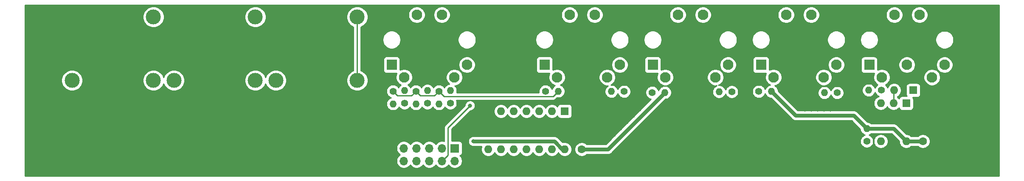
<source format=gbr>
%TF.GenerationSoftware,KiCad,Pcbnew,5.1.10*%
%TF.CreationDate,2021-09-20T11:14:50+10:00*%
%TF.ProjectId,MCB1,4d434231-2e6b-4696-9361-645f70636258,rev?*%
%TF.SameCoordinates,Original*%
%TF.FileFunction,Copper,L2,Bot*%
%TF.FilePolarity,Positive*%
%FSLAX46Y46*%
G04 Gerber Fmt 4.6, Leading zero omitted, Abs format (unit mm)*
G04 Created by KiCad (PCBNEW 5.1.10) date 2021-09-20 11:14:50*
%MOMM*%
%LPD*%
G01*
G04 APERTURE LIST*
%TA.AperFunction,ComponentPad*%
%ADD10C,1.600000*%
%TD*%
%TA.AperFunction,ComponentPad*%
%ADD11O,1.400000X1.400000*%
%TD*%
%TA.AperFunction,ComponentPad*%
%ADD12C,1.400000*%
%TD*%
%TA.AperFunction,ComponentPad*%
%ADD13C,2.100000*%
%TD*%
%TA.AperFunction,ComponentPad*%
%ADD14R,2.100000X2.100000*%
%TD*%
%TA.AperFunction,ComponentPad*%
%ADD15R,1.600000X1.600000*%
%TD*%
%TA.AperFunction,ComponentPad*%
%ADD16O,1.600000X1.600000*%
%TD*%
%TA.AperFunction,ComponentPad*%
%ADD17R,1.700000X1.700000*%
%TD*%
%TA.AperFunction,ComponentPad*%
%ADD18O,1.700000X1.700000*%
%TD*%
%TA.AperFunction,ComponentPad*%
%ADD19C,0.800000*%
%TD*%
%TA.AperFunction,ComponentPad*%
%ADD20C,6.400000*%
%TD*%
%TA.AperFunction,ComponentPad*%
%ADD21C,3.000000*%
%TD*%
%TA.AperFunction,ViaPad*%
%ADD22C,0.800000*%
%TD*%
%TA.AperFunction,Conductor*%
%ADD23C,0.250000*%
%TD*%
%TA.AperFunction,Conductor*%
%ADD24C,0.800000*%
%TD*%
%TA.AperFunction,Conductor*%
%ADD25C,0.254000*%
%TD*%
%TA.AperFunction,Conductor*%
%ADD26C,0.100000*%
%TD*%
G04 APERTURE END LIST*
D10*
%TO.P,C1,2*%
%TO.N,GND*%
X171386500Y-95647500D03*
%TO.P,C1,1*%
%TO.N,+5V*%
X171386500Y-100647500D03*
%TD*%
%TO.P,C2,1*%
%TO.N,+5V*%
X239395000Y-99060000D03*
%TO.P,C2,2*%
%TO.N,GND*%
X239395000Y-94060000D03*
%TD*%
D11*
%TO.P,R1,2*%
%TO.N,+5V*%
X166687500Y-89027000D03*
D12*
%TO.P,R1,1*%
%TO.N,Net-(J2-Pad4)*%
X164147500Y-89027000D03*
%TD*%
%TO.P,R2,1*%
%TO.N,Net-(R2-Pad1)*%
X179832000Y-89090500D03*
D11*
%TO.P,R2,2*%
%TO.N,Net-(J2-Pad5)*%
X177292000Y-89090500D03*
%TD*%
D12*
%TO.P,R3,1*%
%TO.N,Net-(R3-Pad1)*%
X136017000Y-91440000D03*
D11*
%TO.P,R3,2*%
%TO.N,Net-(J1-Pad1)*%
X136017000Y-88900000D03*
%TD*%
%TO.P,R4,2*%
%TO.N,Net-(J1-Pad5)*%
X140589000Y-88900000D03*
D12*
%TO.P,R4,1*%
%TO.N,Net-(R10-Pad2)*%
X140589000Y-91440000D03*
%TD*%
%TO.P,R5,1*%
%TO.N,Net-(D1-Pad1)*%
X231140000Y-88836500D03*
D11*
%TO.P,R5,2*%
%TO.N,Net-(J3-Pad4)*%
X228600000Y-88836500D03*
%TD*%
D12*
%TO.P,R6,1*%
%TO.N,Net-(R11-Pad2)*%
X145161000Y-91440000D03*
D11*
%TO.P,R6,2*%
%TO.N,Net-(J1-Pad3)*%
X145161000Y-88900000D03*
%TD*%
D12*
%TO.P,R7,1*%
%TO.N,Net-(J4-Pad4)*%
X185420000Y-89281000D03*
D11*
%TO.P,R7,2*%
%TO.N,+5V*%
X187960000Y-89281000D03*
%TD*%
%TO.P,R8,2*%
%TO.N,Net-(J4-Pad5)*%
X198755000Y-89154000D03*
D12*
%TO.P,R8,1*%
%TO.N,Net-(R8-Pad1)*%
X201295000Y-89154000D03*
%TD*%
D11*
%TO.P,R9,2*%
%TO.N,Net-(R3-Pad1)*%
X133731000Y-91567000D03*
D12*
%TO.P,R9,1*%
%TO.N,+5V*%
X133731000Y-89027000D03*
%TD*%
%TO.P,R10,1*%
%TO.N,+5V*%
X138303000Y-89027000D03*
D11*
%TO.P,R10,2*%
%TO.N,Net-(R10-Pad2)*%
X138303000Y-91567000D03*
%TD*%
%TO.P,R11,2*%
%TO.N,Net-(R11-Pad2)*%
X142875000Y-91567000D03*
D12*
%TO.P,R11,1*%
%TO.N,+5V*%
X142875000Y-89027000D03*
%TD*%
%TO.P,R12,1*%
%TO.N,Net-(J5-Pad4)*%
X206692500Y-89090500D03*
D11*
%TO.P,R12,2*%
%TO.N,+5V*%
X209232500Y-89090500D03*
%TD*%
%TO.P,R13,2*%
%TO.N,Net-(J5-Pad5)*%
X219773500Y-89344500D03*
D12*
%TO.P,R13,1*%
%TO.N,Net-(R13-Pad1)*%
X222313500Y-89344500D03*
%TD*%
D11*
%TO.P,R15,2*%
%TO.N,+5V*%
X228219000Y-96520000D03*
D12*
%TO.P,R15,1*%
%TO.N,/MIDI_RX*%
X228219000Y-99060000D03*
%TD*%
D13*
%TO.P,J1,G1*%
%TO.N,N/C*%
X143470000Y-73740000D03*
%TO.P,J1,G2*%
X138470000Y-73740000D03*
%TO.P,J1,2*%
%TO.N,GND*%
X140970000Y-83750000D03*
%TO.P,J1,3*%
%TO.N,Net-(J1-Pad3)*%
X148475000Y-83750000D03*
D14*
%TO.P,J1,1*%
%TO.N,Net-(J1-Pad1)*%
X133465000Y-83750000D03*
D13*
%TO.P,J1,5*%
%TO.N,Net-(J1-Pad5)*%
X145975000Y-86240000D03*
%TO.P,J1,4*%
%TO.N,N/C*%
X135965000Y-86240000D03*
%TD*%
%TO.P,J2,G1*%
%TO.N,N/C*%
X173950000Y-73740000D03*
%TO.P,J2,G2*%
X168950000Y-73740000D03*
%TO.P,J2,2*%
%TO.N,GND*%
X171450000Y-83750000D03*
%TO.P,J2,3*%
%TO.N,N/C*%
X178955000Y-83750000D03*
D14*
%TO.P,J2,1*%
X163945000Y-83750000D03*
D13*
%TO.P,J2,5*%
%TO.N,Net-(J2-Pad5)*%
X176455000Y-86240000D03*
%TO.P,J2,4*%
%TO.N,Net-(J2-Pad4)*%
X166445000Y-86240000D03*
%TD*%
%TO.P,J3,4*%
%TO.N,Net-(J3-Pad4)*%
X231215000Y-86246500D03*
%TO.P,J3,5*%
%TO.N,Net-(D1-Pad2)*%
X241225000Y-86246500D03*
D14*
%TO.P,J3,1*%
%TO.N,N/C*%
X228715000Y-83756500D03*
D13*
%TO.P,J3,3*%
X243725000Y-83756500D03*
%TO.P,J3,2*%
X236220000Y-83756500D03*
%TO.P,J3,G2*%
X233720000Y-73746500D03*
%TO.P,J3,G1*%
X238720000Y-73746500D03*
%TD*%
%TO.P,J4,4*%
%TO.N,Net-(J4-Pad4)*%
X188035000Y-86240000D03*
%TO.P,J4,5*%
%TO.N,Net-(J4-Pad5)*%
X198045000Y-86240000D03*
D14*
%TO.P,J4,1*%
%TO.N,N/C*%
X185535000Y-83750000D03*
D13*
%TO.P,J4,3*%
X200545000Y-83750000D03*
%TO.P,J4,2*%
%TO.N,GND*%
X193040000Y-83750000D03*
%TO.P,J4,G2*%
%TO.N,N/C*%
X190540000Y-73740000D03*
%TO.P,J4,G1*%
X195540000Y-73740000D03*
%TD*%
%TO.P,J5,G1*%
%TO.N,N/C*%
X217130000Y-73740000D03*
%TO.P,J5,G2*%
X212130000Y-73740000D03*
%TO.P,J5,2*%
%TO.N,GND*%
X214630000Y-83750000D03*
%TO.P,J5,3*%
%TO.N,N/C*%
X222135000Y-83750000D03*
D14*
%TO.P,J5,1*%
X207125000Y-83750000D03*
D13*
%TO.P,J5,5*%
%TO.N,Net-(J5-Pad5)*%
X219635000Y-86240000D03*
%TO.P,J5,4*%
%TO.N,Net-(J5-Pad4)*%
X209625000Y-86240000D03*
%TD*%
D15*
%TO.P,U1,1*%
%TO.N,/MIDI_TX*%
X167957500Y-93027500D03*
D16*
%TO.P,U1,8*%
%TO.N,Net-(R3-Pad1)*%
X152717500Y-100647500D03*
%TO.P,U1,2*%
%TO.N,Net-(R2-Pad1)*%
X165417500Y-93027500D03*
%TO.P,U1,9*%
%TO.N,/START*%
X155257500Y-100647500D03*
%TO.P,U1,3*%
%TO.N,/MIDI_TX*%
X162877500Y-93027500D03*
%TO.P,U1,10*%
%TO.N,Net-(R10-Pad2)*%
X157797500Y-100647500D03*
%TO.P,U1,4*%
%TO.N,Net-(R8-Pad1)*%
X160337500Y-93027500D03*
%TO.P,U1,11*%
%TO.N,/CONTINUE*%
X160337500Y-100647500D03*
%TO.P,U1,5*%
%TO.N,/MIDI_TX*%
X157797500Y-93027500D03*
%TO.P,U1,12*%
%TO.N,Net-(R11-Pad2)*%
X162877500Y-100647500D03*
%TO.P,U1,6*%
%TO.N,Net-(R13-Pad1)*%
X155257500Y-93027500D03*
%TO.P,U1,13*%
%TO.N,/CLOCK*%
X165417500Y-100647500D03*
%TO.P,U1,7*%
%TO.N,GND*%
X152717500Y-93027500D03*
%TO.P,U1,14*%
%TO.N,+5V*%
X167957500Y-100647500D03*
%TD*%
D17*
%TO.P,J10,1*%
%TO.N,+5V*%
X146050000Y-100457000D03*
D18*
%TO.P,J10,2*%
X146050000Y-102997000D03*
%TO.P,J10,3*%
%TO.N,/MIDI_RX*%
X143510000Y-100457000D03*
%TO.P,J10,4*%
%TO.N,/MIDI_TX*%
X143510000Y-102997000D03*
%TO.P,J10,5*%
%TO.N,/START*%
X140970000Y-100457000D03*
%TO.P,J10,6*%
%TO.N,/CONTINUE*%
X140970000Y-102997000D03*
%TO.P,J10,7*%
%TO.N,/CLOCK*%
X138430000Y-100457000D03*
%TO.P,J10,8*%
%TO.N,/TAPE_IN*%
X138430000Y-102997000D03*
%TO.P,J10,9*%
%TO.N,/TAPE_OUT*%
X135890000Y-100457000D03*
%TO.P,J10,10*%
%TO.N,/METRONOME*%
X135890000Y-102997000D03*
%TO.P,J10,11*%
%TO.N,GND*%
X133350000Y-100457000D03*
%TO.P,J10,12*%
X133350000Y-102997000D03*
%TD*%
D19*
%TO.P,H1,1*%
%TO.N,GND*%
X66467056Y-74502944D03*
X64770000Y-73800000D03*
X63072944Y-74502944D03*
X62370000Y-76200000D03*
X63072944Y-77897056D03*
X64770000Y-78600000D03*
X66467056Y-77897056D03*
X67170000Y-76200000D03*
D20*
X64770000Y-76200000D03*
%TD*%
%TO.P,H2,1*%
%TO.N,GND*%
X64770000Y-101600000D03*
D19*
X67170000Y-101600000D03*
X66467056Y-103297056D03*
X64770000Y-104000000D03*
X63072944Y-103297056D03*
X62370000Y-101600000D03*
X63072944Y-99902944D03*
X64770000Y-99200000D03*
X66467056Y-99902944D03*
%TD*%
%TO.P,H3,1*%
%TO.N,GND*%
X157907056Y-74502944D03*
X156210000Y-73800000D03*
X154512944Y-74502944D03*
X153810000Y-76200000D03*
X154512944Y-77897056D03*
X156210000Y-78600000D03*
X157907056Y-77897056D03*
X158610000Y-76200000D03*
D20*
X156210000Y-76200000D03*
%TD*%
%TO.P,H4,1*%
%TO.N,GND*%
X184150000Y-101600000D03*
D19*
X186550000Y-101600000D03*
X185847056Y-103297056D03*
X184150000Y-104000000D03*
X182452944Y-103297056D03*
X181750000Y-101600000D03*
X182452944Y-99902944D03*
X184150000Y-99200000D03*
X185847056Y-99902944D03*
%TD*%
%TO.P,H5,1*%
%TO.N,GND*%
X251887056Y-74502944D03*
X250190000Y-73800000D03*
X248492944Y-74502944D03*
X247790000Y-76200000D03*
X248492944Y-77897056D03*
X250190000Y-78600000D03*
X251887056Y-77897056D03*
X252590000Y-76200000D03*
D20*
X250190000Y-76200000D03*
%TD*%
%TO.P,H6,1*%
%TO.N,GND*%
X250190000Y-101600000D03*
D19*
X252590000Y-101600000D03*
X251887056Y-103297056D03*
X250190000Y-104000000D03*
X248492944Y-103297056D03*
X247790000Y-101600000D03*
X248492944Y-99902944D03*
X250190000Y-99200000D03*
X251887056Y-99902944D03*
%TD*%
D21*
%TO.P,J6,S*%
%TO.N,GND*%
X110363000Y-74168000D03*
%TO.P,J6,T*%
%TO.N,/TAPE_IN*%
X110363000Y-86868000D03*
%TO.P,J6,SN*%
%TO.N,Net-(J6-PadSN)*%
X126593000Y-74168000D03*
%TO.P,J6,TN*%
X126593000Y-86868000D03*
%TD*%
%TO.P,J7,TN*%
%TO.N,N/C*%
X106273000Y-86868000D03*
%TO.P,J7,SN*%
X106273000Y-74168000D03*
%TO.P,J7,T*%
%TO.N,/TAPE_OUT*%
X90043000Y-86868000D03*
%TO.P,J7,S*%
%TO.N,GND*%
X90043000Y-74168000D03*
%TD*%
%TO.P,J8,S*%
%TO.N,GND*%
X69723000Y-74168000D03*
%TO.P,J8,T*%
%TO.N,/METRONOME*%
X69723000Y-86868000D03*
%TO.P,J8,SN*%
%TO.N,N/C*%
X85953000Y-74168000D03*
%TO.P,J8,TN*%
X85953000Y-86868000D03*
%TD*%
D15*
%TO.P,U3,1*%
%TO.N,Net-(D1-Pad1)*%
X236093000Y-91440000D03*
D16*
%TO.P,U3,4*%
%TO.N,/MIDI_RX*%
X231013000Y-99060000D03*
%TO.P,U3,2*%
%TO.N,Net-(D1-Pad2)*%
X233553000Y-91440000D03*
%TO.P,U3,5*%
%TO.N,GND*%
X233553000Y-99060000D03*
%TO.P,U3,3*%
%TO.N,N/C*%
X231013000Y-91440000D03*
%TO.P,U3,6*%
%TO.N,+5V*%
X236093000Y-99060000D03*
%TD*%
D15*
%TO.P,D1,1*%
%TO.N,Net-(D1-Pad1)*%
X237490000Y-88836500D03*
D16*
%TO.P,D1,2*%
%TO.N,Net-(D1-Pad2)*%
X233680000Y-88836500D03*
%TD*%
D22*
%TO.N,GND*%
X201422000Y-86360000D03*
X205994000Y-86360000D03*
X196088000Y-88646000D03*
X220980000Y-92710000D03*
X219710000Y-92710000D03*
X218440000Y-92710000D03*
X217170000Y-92710000D03*
X215900000Y-92710000D03*
X209550000Y-92710000D03*
X208280000Y-92710000D03*
X207010000Y-92710000D03*
X205740000Y-92710000D03*
X204470000Y-92710000D03*
X203200000Y-92710000D03*
X186690000Y-92710000D03*
X185420000Y-93980000D03*
X184150000Y-95250000D03*
X182880000Y-96520000D03*
X182880000Y-92710000D03*
X181610000Y-93980000D03*
X180340000Y-95250000D03*
X179070000Y-96520000D03*
X177800000Y-97790000D03*
X179070000Y-92710000D03*
X177800000Y-93980000D03*
X176530000Y-95250000D03*
X135890000Y-105410000D03*
X139700000Y-105410000D03*
X127000000Y-105410000D03*
X125730000Y-105410000D03*
X124460000Y-105410000D03*
X130810000Y-104140000D03*
X129540000Y-102870000D03*
X128270000Y-101600000D03*
X127000000Y-100330000D03*
X132080000Y-97790000D03*
X130810000Y-96520000D03*
X129540000Y-95250000D03*
X127000000Y-95250000D03*
X138430000Y-97790000D03*
X139700000Y-97790000D03*
X140970000Y-97790000D03*
X81280000Y-99060000D03*
X83820000Y-99060000D03*
X86360000Y-99060000D03*
X88900000Y-99060000D03*
X104140000Y-99060000D03*
X106680000Y-99060000D03*
X109220000Y-99060000D03*
X104140000Y-96520000D03*
X106680000Y-96520000D03*
X109220000Y-96520000D03*
X104140000Y-104140000D03*
X106680000Y-104140000D03*
X109220000Y-104140000D03*
X119380000Y-91440000D03*
X124460000Y-91440000D03*
X129540000Y-91440000D03*
%TO.N,+5V*%
X149758400Y-99060000D03*
%TO.N,/MIDI_TX*%
X149098000Y-91897200D03*
%TD*%
D23*
%TO.N,+5V*%
X137404999Y-89925001D02*
X138303000Y-89027000D01*
X134629001Y-89925001D02*
X137404999Y-89925001D01*
X133731000Y-89027000D02*
X134629001Y-89925001D01*
X141976999Y-89925001D02*
X142875000Y-89027000D01*
X139201001Y-89925001D02*
X141976999Y-89925001D01*
X138303000Y-89027000D02*
X139201001Y-89925001D01*
X165662499Y-90052001D02*
X166687500Y-89027000D01*
X143900001Y-90052001D02*
X165662499Y-90052001D01*
X142875000Y-89027000D02*
X143900001Y-90052001D01*
D24*
X167489502Y-100647500D02*
X167957500Y-100647500D01*
X165902002Y-99060000D02*
X167489502Y-100647500D01*
X176593500Y-100647500D02*
X187960000Y-89281000D01*
X171386500Y-100647500D02*
X176593500Y-100647500D01*
X149758400Y-99060000D02*
X165902002Y-99060000D01*
X233553000Y-96520000D02*
X236093000Y-99060000D01*
X228219000Y-96520000D02*
X233553000Y-96520000D01*
X236093000Y-99060000D02*
X239395000Y-99060000D01*
X209232500Y-89090500D02*
X214031990Y-93889990D01*
X214031990Y-93889990D02*
X225588990Y-93889990D01*
X225588990Y-93889990D02*
X228219000Y-96520000D01*
D23*
%TO.N,Net-(D1-Pad2)*%
X233553000Y-88963500D02*
X233680000Y-88836500D01*
X233553000Y-91440000D02*
X233553000Y-88963500D01*
%TO.N,/MIDI_TX*%
X144685001Y-96310199D02*
X149098000Y-91897200D01*
X144685001Y-101821999D02*
X144685001Y-96310199D01*
X143510000Y-102997000D02*
X144685001Y-101821999D01*
%TO.N,Net-(J6-PadSN)*%
X126593000Y-86868000D02*
X126593000Y-74168000D01*
%TD*%
D25*
%TO.N,GND*%
X254610000Y-106020000D02*
X60350000Y-106020000D01*
X60350000Y-100310740D01*
X134405000Y-100310740D01*
X134405000Y-100603260D01*
X134462068Y-100890158D01*
X134574010Y-101160411D01*
X134736525Y-101403632D01*
X134943368Y-101610475D01*
X135117760Y-101727000D01*
X134943368Y-101843525D01*
X134736525Y-102050368D01*
X134574010Y-102293589D01*
X134462068Y-102563842D01*
X134405000Y-102850740D01*
X134405000Y-103143260D01*
X134462068Y-103430158D01*
X134574010Y-103700411D01*
X134736525Y-103943632D01*
X134943368Y-104150475D01*
X135186589Y-104312990D01*
X135456842Y-104424932D01*
X135743740Y-104482000D01*
X136036260Y-104482000D01*
X136323158Y-104424932D01*
X136593411Y-104312990D01*
X136836632Y-104150475D01*
X137043475Y-103943632D01*
X137160000Y-103769240D01*
X137276525Y-103943632D01*
X137483368Y-104150475D01*
X137726589Y-104312990D01*
X137996842Y-104424932D01*
X138283740Y-104482000D01*
X138576260Y-104482000D01*
X138863158Y-104424932D01*
X139133411Y-104312990D01*
X139376632Y-104150475D01*
X139583475Y-103943632D01*
X139700000Y-103769240D01*
X139816525Y-103943632D01*
X140023368Y-104150475D01*
X140266589Y-104312990D01*
X140536842Y-104424932D01*
X140823740Y-104482000D01*
X141116260Y-104482000D01*
X141403158Y-104424932D01*
X141673411Y-104312990D01*
X141916632Y-104150475D01*
X142123475Y-103943632D01*
X142240000Y-103769240D01*
X142356525Y-103943632D01*
X142563368Y-104150475D01*
X142806589Y-104312990D01*
X143076842Y-104424932D01*
X143363740Y-104482000D01*
X143656260Y-104482000D01*
X143943158Y-104424932D01*
X144213411Y-104312990D01*
X144456632Y-104150475D01*
X144663475Y-103943632D01*
X144780000Y-103769240D01*
X144896525Y-103943632D01*
X145103368Y-104150475D01*
X145346589Y-104312990D01*
X145616842Y-104424932D01*
X145903740Y-104482000D01*
X146196260Y-104482000D01*
X146483158Y-104424932D01*
X146753411Y-104312990D01*
X146996632Y-104150475D01*
X147203475Y-103943632D01*
X147365990Y-103700411D01*
X147477932Y-103430158D01*
X147535000Y-103143260D01*
X147535000Y-102850740D01*
X147477932Y-102563842D01*
X147365990Y-102293589D01*
X147203475Y-102050368D01*
X147071620Y-101918513D01*
X147144180Y-101896502D01*
X147254494Y-101837537D01*
X147351185Y-101758185D01*
X147430537Y-101661494D01*
X147489502Y-101551180D01*
X147525812Y-101431482D01*
X147538072Y-101307000D01*
X147538072Y-99607000D01*
X147525812Y-99482518D01*
X147489502Y-99362820D01*
X147430537Y-99252506D01*
X147351185Y-99155815D01*
X147254494Y-99076463D01*
X147223695Y-99060000D01*
X148718393Y-99060000D01*
X148723400Y-99110838D01*
X148723400Y-99161939D01*
X148733369Y-99212057D01*
X148738376Y-99262895D01*
X148753204Y-99311777D01*
X148763174Y-99361898D01*
X148782731Y-99409113D01*
X148797559Y-99457993D01*
X148821638Y-99503042D01*
X148841195Y-99550256D01*
X148869586Y-99592746D01*
X148893666Y-99637797D01*
X148926072Y-99677284D01*
X148954463Y-99719774D01*
X148990596Y-99755907D01*
X149023004Y-99795396D01*
X149062492Y-99827803D01*
X149098626Y-99863937D01*
X149141116Y-99892328D01*
X149180603Y-99924734D01*
X149225654Y-99948814D01*
X149268144Y-99977205D01*
X149315358Y-99996762D01*
X149360407Y-100020841D01*
X149409287Y-100035669D01*
X149456502Y-100055226D01*
X149506623Y-100065196D01*
X149555505Y-100080024D01*
X149606343Y-100085031D01*
X149656461Y-100095000D01*
X151393121Y-100095000D01*
X151337647Y-100228926D01*
X151282500Y-100506165D01*
X151282500Y-100788835D01*
X151337647Y-101066074D01*
X151445820Y-101327227D01*
X151602863Y-101562259D01*
X151802741Y-101762137D01*
X152037773Y-101919180D01*
X152298926Y-102027353D01*
X152576165Y-102082500D01*
X152858835Y-102082500D01*
X153136074Y-102027353D01*
X153397227Y-101919180D01*
X153632259Y-101762137D01*
X153832137Y-101562259D01*
X153987500Y-101329741D01*
X154142863Y-101562259D01*
X154342741Y-101762137D01*
X154577773Y-101919180D01*
X154838926Y-102027353D01*
X155116165Y-102082500D01*
X155398835Y-102082500D01*
X155676074Y-102027353D01*
X155937227Y-101919180D01*
X156172259Y-101762137D01*
X156372137Y-101562259D01*
X156527500Y-101329741D01*
X156682863Y-101562259D01*
X156882741Y-101762137D01*
X157117773Y-101919180D01*
X157378926Y-102027353D01*
X157656165Y-102082500D01*
X157938835Y-102082500D01*
X158216074Y-102027353D01*
X158477227Y-101919180D01*
X158712259Y-101762137D01*
X158912137Y-101562259D01*
X159067500Y-101329741D01*
X159222863Y-101562259D01*
X159422741Y-101762137D01*
X159657773Y-101919180D01*
X159918926Y-102027353D01*
X160196165Y-102082500D01*
X160478835Y-102082500D01*
X160756074Y-102027353D01*
X161017227Y-101919180D01*
X161252259Y-101762137D01*
X161452137Y-101562259D01*
X161607500Y-101329741D01*
X161762863Y-101562259D01*
X161962741Y-101762137D01*
X162197773Y-101919180D01*
X162458926Y-102027353D01*
X162736165Y-102082500D01*
X163018835Y-102082500D01*
X163296074Y-102027353D01*
X163557227Y-101919180D01*
X163792259Y-101762137D01*
X163992137Y-101562259D01*
X164147500Y-101329741D01*
X164302863Y-101562259D01*
X164502741Y-101762137D01*
X164737773Y-101919180D01*
X164998926Y-102027353D01*
X165276165Y-102082500D01*
X165558835Y-102082500D01*
X165836074Y-102027353D01*
X166097227Y-101919180D01*
X166332259Y-101762137D01*
X166532137Y-101562259D01*
X166687500Y-101329741D01*
X166842863Y-101562259D01*
X167042741Y-101762137D01*
X167277773Y-101919180D01*
X167538926Y-102027353D01*
X167816165Y-102082500D01*
X168098835Y-102082500D01*
X168376074Y-102027353D01*
X168637227Y-101919180D01*
X168872259Y-101762137D01*
X169072137Y-101562259D01*
X169229180Y-101327227D01*
X169337353Y-101066074D01*
X169392500Y-100788835D01*
X169392500Y-100506165D01*
X169951500Y-100506165D01*
X169951500Y-100788835D01*
X170006647Y-101066074D01*
X170114820Y-101327227D01*
X170271863Y-101562259D01*
X170471741Y-101762137D01*
X170706773Y-101919180D01*
X170967926Y-102027353D01*
X171245165Y-102082500D01*
X171527835Y-102082500D01*
X171805074Y-102027353D01*
X172066227Y-101919180D01*
X172301259Y-101762137D01*
X172380896Y-101682500D01*
X176542672Y-101682500D01*
X176593500Y-101687506D01*
X176644328Y-101682500D01*
X176644338Y-101682500D01*
X176796395Y-101667524D01*
X176991493Y-101608341D01*
X177171297Y-101512234D01*
X177328896Y-101382896D01*
X177361307Y-101343403D01*
X188088711Y-90616000D01*
X188091486Y-90616000D01*
X188349405Y-90564696D01*
X188592359Y-90464061D01*
X188811013Y-90317962D01*
X188996962Y-90132013D01*
X189143061Y-89913359D01*
X189243696Y-89670405D01*
X189295000Y-89412486D01*
X189295000Y-89149514D01*
X189243696Y-88891595D01*
X189143061Y-88648641D01*
X188996962Y-88429987D01*
X188811013Y-88244038D01*
X188592359Y-88097939D01*
X188349405Y-87997304D01*
X188091486Y-87946000D01*
X187828514Y-87946000D01*
X187570595Y-87997304D01*
X187327641Y-88097939D01*
X187108987Y-88244038D01*
X186923038Y-88429987D01*
X186776939Y-88648641D01*
X186690000Y-88858530D01*
X186603061Y-88648641D01*
X186456962Y-88429987D01*
X186271013Y-88244038D01*
X186052359Y-88097939D01*
X185809405Y-87997304D01*
X185551486Y-87946000D01*
X185288514Y-87946000D01*
X185030595Y-87997304D01*
X184787641Y-88097939D01*
X184568987Y-88244038D01*
X184383038Y-88429987D01*
X184236939Y-88648641D01*
X184136304Y-88891595D01*
X184085000Y-89149514D01*
X184085000Y-89412486D01*
X184136304Y-89670405D01*
X184236939Y-89913359D01*
X184383038Y-90132013D01*
X184568987Y-90317962D01*
X184787641Y-90464061D01*
X185030595Y-90564696D01*
X185182397Y-90594892D01*
X176164790Y-99612500D01*
X172380896Y-99612500D01*
X172301259Y-99532863D01*
X172066227Y-99375820D01*
X171805074Y-99267647D01*
X171527835Y-99212500D01*
X171245165Y-99212500D01*
X170967926Y-99267647D01*
X170706773Y-99375820D01*
X170471741Y-99532863D01*
X170271863Y-99732741D01*
X170114820Y-99967773D01*
X170006647Y-100228926D01*
X169951500Y-100506165D01*
X169392500Y-100506165D01*
X169337353Y-100228926D01*
X169229180Y-99967773D01*
X169072137Y-99732741D01*
X168872259Y-99532863D01*
X168637227Y-99375820D01*
X168376074Y-99267647D01*
X168098835Y-99212500D01*
X167816165Y-99212500D01*
X167567647Y-99261934D01*
X166669809Y-98364097D01*
X166637398Y-98324604D01*
X166479799Y-98195266D01*
X166299995Y-98099159D01*
X166104897Y-98039976D01*
X165952840Y-98025000D01*
X165952830Y-98025000D01*
X165902002Y-98019994D01*
X165851174Y-98025000D01*
X149656461Y-98025000D01*
X149606343Y-98034969D01*
X149555505Y-98039976D01*
X149506623Y-98054804D01*
X149456502Y-98064774D01*
X149409287Y-98084331D01*
X149360407Y-98099159D01*
X149315358Y-98123238D01*
X149268144Y-98142795D01*
X149225654Y-98171186D01*
X149180603Y-98195266D01*
X149141116Y-98227672D01*
X149098626Y-98256063D01*
X149062492Y-98292197D01*
X149023004Y-98324604D01*
X148990597Y-98364092D01*
X148954463Y-98400226D01*
X148926072Y-98442716D01*
X148893666Y-98482203D01*
X148869586Y-98527254D01*
X148841195Y-98569744D01*
X148821638Y-98616958D01*
X148797559Y-98662007D01*
X148782731Y-98710887D01*
X148763174Y-98758102D01*
X148753204Y-98808223D01*
X148738376Y-98857105D01*
X148733369Y-98907943D01*
X148723400Y-98958061D01*
X148723400Y-99009162D01*
X148718393Y-99060000D01*
X147223695Y-99060000D01*
X147144180Y-99017498D01*
X147024482Y-98981188D01*
X146900000Y-98968928D01*
X145445001Y-98968928D01*
X145445001Y-96625000D01*
X149137802Y-92932200D01*
X149199939Y-92932200D01*
X149399898Y-92892426D01*
X149415013Y-92886165D01*
X153822500Y-92886165D01*
X153822500Y-93168835D01*
X153877647Y-93446074D01*
X153985820Y-93707227D01*
X154142863Y-93942259D01*
X154342741Y-94142137D01*
X154577773Y-94299180D01*
X154838926Y-94407353D01*
X155116165Y-94462500D01*
X155398835Y-94462500D01*
X155676074Y-94407353D01*
X155937227Y-94299180D01*
X156172259Y-94142137D01*
X156372137Y-93942259D01*
X156527500Y-93709741D01*
X156682863Y-93942259D01*
X156882741Y-94142137D01*
X157117773Y-94299180D01*
X157378926Y-94407353D01*
X157656165Y-94462500D01*
X157938835Y-94462500D01*
X158216074Y-94407353D01*
X158477227Y-94299180D01*
X158712259Y-94142137D01*
X158912137Y-93942259D01*
X159067500Y-93709741D01*
X159222863Y-93942259D01*
X159422741Y-94142137D01*
X159657773Y-94299180D01*
X159918926Y-94407353D01*
X160196165Y-94462500D01*
X160478835Y-94462500D01*
X160756074Y-94407353D01*
X161017227Y-94299180D01*
X161252259Y-94142137D01*
X161452137Y-93942259D01*
X161607500Y-93709741D01*
X161762863Y-93942259D01*
X161962741Y-94142137D01*
X162197773Y-94299180D01*
X162458926Y-94407353D01*
X162736165Y-94462500D01*
X163018835Y-94462500D01*
X163296074Y-94407353D01*
X163557227Y-94299180D01*
X163792259Y-94142137D01*
X163992137Y-93942259D01*
X164147500Y-93709741D01*
X164302863Y-93942259D01*
X164502741Y-94142137D01*
X164737773Y-94299180D01*
X164998926Y-94407353D01*
X165276165Y-94462500D01*
X165558835Y-94462500D01*
X165836074Y-94407353D01*
X166097227Y-94299180D01*
X166332259Y-94142137D01*
X166530857Y-93943539D01*
X166531688Y-93951982D01*
X166567998Y-94071680D01*
X166626963Y-94181994D01*
X166706315Y-94278685D01*
X166803006Y-94358037D01*
X166913320Y-94417002D01*
X167033018Y-94453312D01*
X167157500Y-94465572D01*
X168757500Y-94465572D01*
X168881982Y-94453312D01*
X169001680Y-94417002D01*
X169111994Y-94358037D01*
X169208685Y-94278685D01*
X169288037Y-94181994D01*
X169347002Y-94071680D01*
X169383312Y-93951982D01*
X169395572Y-93827500D01*
X169395572Y-92227500D01*
X169383312Y-92103018D01*
X169347002Y-91983320D01*
X169288037Y-91873006D01*
X169208685Y-91776315D01*
X169111994Y-91696963D01*
X169001680Y-91637998D01*
X168881982Y-91601688D01*
X168757500Y-91589428D01*
X167157500Y-91589428D01*
X167033018Y-91601688D01*
X166913320Y-91637998D01*
X166803006Y-91696963D01*
X166706315Y-91776315D01*
X166626963Y-91873006D01*
X166567998Y-91983320D01*
X166531688Y-92103018D01*
X166530857Y-92111461D01*
X166332259Y-91912863D01*
X166097227Y-91755820D01*
X165836074Y-91647647D01*
X165558835Y-91592500D01*
X165276165Y-91592500D01*
X164998926Y-91647647D01*
X164737773Y-91755820D01*
X164502741Y-91912863D01*
X164302863Y-92112741D01*
X164147500Y-92345259D01*
X163992137Y-92112741D01*
X163792259Y-91912863D01*
X163557227Y-91755820D01*
X163296074Y-91647647D01*
X163018835Y-91592500D01*
X162736165Y-91592500D01*
X162458926Y-91647647D01*
X162197773Y-91755820D01*
X161962741Y-91912863D01*
X161762863Y-92112741D01*
X161607500Y-92345259D01*
X161452137Y-92112741D01*
X161252259Y-91912863D01*
X161017227Y-91755820D01*
X160756074Y-91647647D01*
X160478835Y-91592500D01*
X160196165Y-91592500D01*
X159918926Y-91647647D01*
X159657773Y-91755820D01*
X159422741Y-91912863D01*
X159222863Y-92112741D01*
X159067500Y-92345259D01*
X158912137Y-92112741D01*
X158712259Y-91912863D01*
X158477227Y-91755820D01*
X158216074Y-91647647D01*
X157938835Y-91592500D01*
X157656165Y-91592500D01*
X157378926Y-91647647D01*
X157117773Y-91755820D01*
X156882741Y-91912863D01*
X156682863Y-92112741D01*
X156527500Y-92345259D01*
X156372137Y-92112741D01*
X156172259Y-91912863D01*
X155937227Y-91755820D01*
X155676074Y-91647647D01*
X155398835Y-91592500D01*
X155116165Y-91592500D01*
X154838926Y-91647647D01*
X154577773Y-91755820D01*
X154342741Y-91912863D01*
X154142863Y-92112741D01*
X153985820Y-92347773D01*
X153877647Y-92608926D01*
X153822500Y-92886165D01*
X149415013Y-92886165D01*
X149588256Y-92814405D01*
X149757774Y-92701137D01*
X149901937Y-92556974D01*
X150015205Y-92387456D01*
X150093226Y-92199098D01*
X150133000Y-91999139D01*
X150133000Y-91795261D01*
X150093226Y-91595302D01*
X150015205Y-91406944D01*
X149901937Y-91237426D01*
X149757774Y-91093263D01*
X149588256Y-90979995D01*
X149399898Y-90901974D01*
X149199939Y-90862200D01*
X148996061Y-90862200D01*
X148796102Y-90901974D01*
X148607744Y-90979995D01*
X148438226Y-91093263D01*
X148294063Y-91237426D01*
X148180795Y-91406944D01*
X148102774Y-91595302D01*
X148063000Y-91795261D01*
X148063000Y-91857398D01*
X144173999Y-95746400D01*
X144145001Y-95770198D01*
X144121203Y-95799196D01*
X144121202Y-95799197D01*
X144050027Y-95885923D01*
X143979455Y-96017953D01*
X143935999Y-96161214D01*
X143921325Y-96310199D01*
X143925002Y-96347531D01*
X143925002Y-99025456D01*
X143656260Y-98972000D01*
X143363740Y-98972000D01*
X143076842Y-99029068D01*
X142806589Y-99141010D01*
X142563368Y-99303525D01*
X142356525Y-99510368D01*
X142240000Y-99684760D01*
X142123475Y-99510368D01*
X141916632Y-99303525D01*
X141673411Y-99141010D01*
X141403158Y-99029068D01*
X141116260Y-98972000D01*
X140823740Y-98972000D01*
X140536842Y-99029068D01*
X140266589Y-99141010D01*
X140023368Y-99303525D01*
X139816525Y-99510368D01*
X139700000Y-99684760D01*
X139583475Y-99510368D01*
X139376632Y-99303525D01*
X139133411Y-99141010D01*
X138863158Y-99029068D01*
X138576260Y-98972000D01*
X138283740Y-98972000D01*
X137996842Y-99029068D01*
X137726589Y-99141010D01*
X137483368Y-99303525D01*
X137276525Y-99510368D01*
X137160000Y-99684760D01*
X137043475Y-99510368D01*
X136836632Y-99303525D01*
X136593411Y-99141010D01*
X136323158Y-99029068D01*
X136036260Y-98972000D01*
X135743740Y-98972000D01*
X135456842Y-99029068D01*
X135186589Y-99141010D01*
X134943368Y-99303525D01*
X134736525Y-99510368D01*
X134574010Y-99753589D01*
X134462068Y-100023842D01*
X134405000Y-100310740D01*
X60350000Y-100310740D01*
X60350000Y-86657721D01*
X67588000Y-86657721D01*
X67588000Y-87078279D01*
X67670047Y-87490756D01*
X67830988Y-87879302D01*
X68064637Y-88228983D01*
X68362017Y-88526363D01*
X68711698Y-88760012D01*
X69100244Y-88920953D01*
X69512721Y-89003000D01*
X69933279Y-89003000D01*
X70345756Y-88920953D01*
X70734302Y-88760012D01*
X71083983Y-88526363D01*
X71381363Y-88228983D01*
X71615012Y-87879302D01*
X71775953Y-87490756D01*
X71858000Y-87078279D01*
X71858000Y-86657721D01*
X83818000Y-86657721D01*
X83818000Y-87078279D01*
X83900047Y-87490756D01*
X84060988Y-87879302D01*
X84294637Y-88228983D01*
X84592017Y-88526363D01*
X84941698Y-88760012D01*
X85330244Y-88920953D01*
X85742721Y-89003000D01*
X86163279Y-89003000D01*
X86575756Y-88920953D01*
X86964302Y-88760012D01*
X87313983Y-88526363D01*
X87611363Y-88228983D01*
X87845012Y-87879302D01*
X87998000Y-87509956D01*
X88150988Y-87879302D01*
X88384637Y-88228983D01*
X88682017Y-88526363D01*
X89031698Y-88760012D01*
X89420244Y-88920953D01*
X89832721Y-89003000D01*
X90253279Y-89003000D01*
X90665756Y-88920953D01*
X91054302Y-88760012D01*
X91403983Y-88526363D01*
X91701363Y-88228983D01*
X91935012Y-87879302D01*
X92095953Y-87490756D01*
X92178000Y-87078279D01*
X92178000Y-86657721D01*
X104138000Y-86657721D01*
X104138000Y-87078279D01*
X104220047Y-87490756D01*
X104380988Y-87879302D01*
X104614637Y-88228983D01*
X104912017Y-88526363D01*
X105261698Y-88760012D01*
X105650244Y-88920953D01*
X106062721Y-89003000D01*
X106483279Y-89003000D01*
X106895756Y-88920953D01*
X107284302Y-88760012D01*
X107633983Y-88526363D01*
X107931363Y-88228983D01*
X108165012Y-87879302D01*
X108318000Y-87509956D01*
X108470988Y-87879302D01*
X108704637Y-88228983D01*
X109002017Y-88526363D01*
X109351698Y-88760012D01*
X109740244Y-88920953D01*
X110152721Y-89003000D01*
X110573279Y-89003000D01*
X110985756Y-88920953D01*
X111374302Y-88760012D01*
X111723983Y-88526363D01*
X112021363Y-88228983D01*
X112255012Y-87879302D01*
X112415953Y-87490756D01*
X112498000Y-87078279D01*
X112498000Y-86657721D01*
X112415953Y-86245244D01*
X112255012Y-85856698D01*
X112021363Y-85507017D01*
X111723983Y-85209637D01*
X111374302Y-84975988D01*
X110985756Y-84815047D01*
X110573279Y-84733000D01*
X110152721Y-84733000D01*
X109740244Y-84815047D01*
X109351698Y-84975988D01*
X109002017Y-85209637D01*
X108704637Y-85507017D01*
X108470988Y-85856698D01*
X108318000Y-86226044D01*
X108165012Y-85856698D01*
X107931363Y-85507017D01*
X107633983Y-85209637D01*
X107284302Y-84975988D01*
X106895756Y-84815047D01*
X106483279Y-84733000D01*
X106062721Y-84733000D01*
X105650244Y-84815047D01*
X105261698Y-84975988D01*
X104912017Y-85209637D01*
X104614637Y-85507017D01*
X104380988Y-85856698D01*
X104220047Y-86245244D01*
X104138000Y-86657721D01*
X92178000Y-86657721D01*
X92095953Y-86245244D01*
X91935012Y-85856698D01*
X91701363Y-85507017D01*
X91403983Y-85209637D01*
X91054302Y-84975988D01*
X90665756Y-84815047D01*
X90253279Y-84733000D01*
X89832721Y-84733000D01*
X89420244Y-84815047D01*
X89031698Y-84975988D01*
X88682017Y-85209637D01*
X88384637Y-85507017D01*
X88150988Y-85856698D01*
X87998000Y-86226044D01*
X87845012Y-85856698D01*
X87611363Y-85507017D01*
X87313983Y-85209637D01*
X86964302Y-84975988D01*
X86575756Y-84815047D01*
X86163279Y-84733000D01*
X85742721Y-84733000D01*
X85330244Y-84815047D01*
X84941698Y-84975988D01*
X84592017Y-85209637D01*
X84294637Y-85507017D01*
X84060988Y-85856698D01*
X83900047Y-86245244D01*
X83818000Y-86657721D01*
X71858000Y-86657721D01*
X71775953Y-86245244D01*
X71615012Y-85856698D01*
X71381363Y-85507017D01*
X71083983Y-85209637D01*
X70734302Y-84975988D01*
X70345756Y-84815047D01*
X69933279Y-84733000D01*
X69512721Y-84733000D01*
X69100244Y-84815047D01*
X68711698Y-84975988D01*
X68362017Y-85209637D01*
X68064637Y-85507017D01*
X67830988Y-85856698D01*
X67670047Y-86245244D01*
X67588000Y-86657721D01*
X60350000Y-86657721D01*
X60350000Y-73957721D01*
X83818000Y-73957721D01*
X83818000Y-74378279D01*
X83900047Y-74790756D01*
X84060988Y-75179302D01*
X84294637Y-75528983D01*
X84592017Y-75826363D01*
X84941698Y-76060012D01*
X85330244Y-76220953D01*
X85742721Y-76303000D01*
X86163279Y-76303000D01*
X86575756Y-76220953D01*
X86964302Y-76060012D01*
X87313983Y-75826363D01*
X87611363Y-75528983D01*
X87845012Y-75179302D01*
X88005953Y-74790756D01*
X88088000Y-74378279D01*
X88088000Y-73957721D01*
X104138000Y-73957721D01*
X104138000Y-74378279D01*
X104220047Y-74790756D01*
X104380988Y-75179302D01*
X104614637Y-75528983D01*
X104912017Y-75826363D01*
X105261698Y-76060012D01*
X105650244Y-76220953D01*
X106062721Y-76303000D01*
X106483279Y-76303000D01*
X106895756Y-76220953D01*
X107284302Y-76060012D01*
X107633983Y-75826363D01*
X107931363Y-75528983D01*
X108165012Y-75179302D01*
X108325953Y-74790756D01*
X108408000Y-74378279D01*
X108408000Y-73957721D01*
X124458000Y-73957721D01*
X124458000Y-74378279D01*
X124540047Y-74790756D01*
X124700988Y-75179302D01*
X124934637Y-75528983D01*
X125232017Y-75826363D01*
X125581698Y-76060012D01*
X125833001Y-76164105D01*
X125833000Y-84871895D01*
X125581698Y-84975988D01*
X125232017Y-85209637D01*
X124934637Y-85507017D01*
X124700988Y-85856698D01*
X124540047Y-86245244D01*
X124458000Y-86657721D01*
X124458000Y-87078279D01*
X124540047Y-87490756D01*
X124700988Y-87879302D01*
X124934637Y-88228983D01*
X125232017Y-88526363D01*
X125581698Y-88760012D01*
X125970244Y-88920953D01*
X126382721Y-89003000D01*
X126803279Y-89003000D01*
X127215756Y-88920953D01*
X127604302Y-88760012D01*
X127953983Y-88526363D01*
X128251363Y-88228983D01*
X128485012Y-87879302D01*
X128645953Y-87490756D01*
X128728000Y-87078279D01*
X128728000Y-86657721D01*
X128645953Y-86245244D01*
X128485012Y-85856698D01*
X128251363Y-85507017D01*
X127953983Y-85209637D01*
X127604302Y-84975988D01*
X127353000Y-84871895D01*
X127353000Y-82700000D01*
X131776928Y-82700000D01*
X131776928Y-84800000D01*
X131789188Y-84924482D01*
X131825498Y-85044180D01*
X131884463Y-85154494D01*
X131963815Y-85251185D01*
X132060506Y-85330537D01*
X132170820Y-85389502D01*
X132290518Y-85425812D01*
X132415000Y-85438072D01*
X134474298Y-85438072D01*
X134471772Y-85441853D01*
X134344754Y-85748504D01*
X134280000Y-86074042D01*
X134280000Y-86405958D01*
X134344754Y-86731496D01*
X134471772Y-87038147D01*
X134656175Y-87314125D01*
X134890875Y-87548825D01*
X135166853Y-87733228D01*
X135286248Y-87782683D01*
X135165987Y-87863038D01*
X134980038Y-88048987D01*
X134833939Y-88267641D01*
X134832127Y-88272017D01*
X134767962Y-88175987D01*
X134582013Y-87990038D01*
X134363359Y-87843939D01*
X134120405Y-87743304D01*
X133862486Y-87692000D01*
X133599514Y-87692000D01*
X133341595Y-87743304D01*
X133098641Y-87843939D01*
X132879987Y-87990038D01*
X132694038Y-88175987D01*
X132547939Y-88394641D01*
X132447304Y-88637595D01*
X132396000Y-88895514D01*
X132396000Y-89158486D01*
X132447304Y-89416405D01*
X132547939Y-89659359D01*
X132694038Y-89878013D01*
X132879987Y-90063962D01*
X133098641Y-90210061D01*
X133308530Y-90297000D01*
X133098641Y-90383939D01*
X132879987Y-90530038D01*
X132694038Y-90715987D01*
X132547939Y-90934641D01*
X132447304Y-91177595D01*
X132396000Y-91435514D01*
X132396000Y-91698486D01*
X132447304Y-91956405D01*
X132547939Y-92199359D01*
X132694038Y-92418013D01*
X132879987Y-92603962D01*
X133098641Y-92750061D01*
X133341595Y-92850696D01*
X133599514Y-92902000D01*
X133862486Y-92902000D01*
X134120405Y-92850696D01*
X134363359Y-92750061D01*
X134582013Y-92603962D01*
X134767962Y-92418013D01*
X134914061Y-92199359D01*
X134915873Y-92194983D01*
X134980038Y-92291013D01*
X135165987Y-92476962D01*
X135384641Y-92623061D01*
X135627595Y-92723696D01*
X135885514Y-92775000D01*
X136148486Y-92775000D01*
X136406405Y-92723696D01*
X136649359Y-92623061D01*
X136868013Y-92476962D01*
X137053962Y-92291013D01*
X137118127Y-92194983D01*
X137119939Y-92199359D01*
X137266038Y-92418013D01*
X137451987Y-92603962D01*
X137670641Y-92750061D01*
X137913595Y-92850696D01*
X138171514Y-92902000D01*
X138434486Y-92902000D01*
X138692405Y-92850696D01*
X138935359Y-92750061D01*
X139154013Y-92603962D01*
X139339962Y-92418013D01*
X139486061Y-92199359D01*
X139487873Y-92194983D01*
X139552038Y-92291013D01*
X139737987Y-92476962D01*
X139956641Y-92623061D01*
X140199595Y-92723696D01*
X140457514Y-92775000D01*
X140720486Y-92775000D01*
X140978405Y-92723696D01*
X141221359Y-92623061D01*
X141440013Y-92476962D01*
X141625962Y-92291013D01*
X141690127Y-92194983D01*
X141691939Y-92199359D01*
X141838038Y-92418013D01*
X142023987Y-92603962D01*
X142242641Y-92750061D01*
X142485595Y-92850696D01*
X142743514Y-92902000D01*
X143006486Y-92902000D01*
X143264405Y-92850696D01*
X143507359Y-92750061D01*
X143726013Y-92603962D01*
X143911962Y-92418013D01*
X144058061Y-92199359D01*
X144059873Y-92194983D01*
X144124038Y-92291013D01*
X144309987Y-92476962D01*
X144528641Y-92623061D01*
X144771595Y-92723696D01*
X145029514Y-92775000D01*
X145292486Y-92775000D01*
X145550405Y-92723696D01*
X145793359Y-92623061D01*
X146012013Y-92476962D01*
X146197962Y-92291013D01*
X146344061Y-92072359D01*
X146444696Y-91829405D01*
X146496000Y-91571486D01*
X146496000Y-91308514D01*
X146444696Y-91050595D01*
X146345867Y-90812001D01*
X165625177Y-90812001D01*
X165662499Y-90815677D01*
X165699821Y-90812001D01*
X165699832Y-90812001D01*
X165811485Y-90801004D01*
X165954746Y-90757547D01*
X166086775Y-90686975D01*
X166202500Y-90592002D01*
X166226303Y-90562999D01*
X166448656Y-90340645D01*
X166556014Y-90362000D01*
X166818986Y-90362000D01*
X167076905Y-90310696D01*
X167319859Y-90210061D01*
X167538513Y-90063962D01*
X167724462Y-89878013D01*
X167870561Y-89659359D01*
X167971196Y-89416405D01*
X168022500Y-89158486D01*
X168022500Y-88895514D01*
X167971196Y-88637595D01*
X167870561Y-88394641D01*
X167724462Y-88175987D01*
X167538513Y-87990038D01*
X167319859Y-87843939D01*
X167147863Y-87772696D01*
X167243147Y-87733228D01*
X167519125Y-87548825D01*
X167753825Y-87314125D01*
X167938228Y-87038147D01*
X168065246Y-86731496D01*
X168130000Y-86405958D01*
X168130000Y-86074042D01*
X174770000Y-86074042D01*
X174770000Y-86405958D01*
X174834754Y-86731496D01*
X174961772Y-87038147D01*
X175146175Y-87314125D01*
X175380875Y-87548825D01*
X175656853Y-87733228D01*
X175963504Y-87860246D01*
X176289042Y-87925000D01*
X176620958Y-87925000D01*
X176638616Y-87921488D01*
X176440987Y-88053538D01*
X176255038Y-88239487D01*
X176108939Y-88458141D01*
X176008304Y-88701095D01*
X175957000Y-88959014D01*
X175957000Y-89221986D01*
X176008304Y-89479905D01*
X176108939Y-89722859D01*
X176255038Y-89941513D01*
X176440987Y-90127462D01*
X176659641Y-90273561D01*
X176902595Y-90374196D01*
X177160514Y-90425500D01*
X177423486Y-90425500D01*
X177681405Y-90374196D01*
X177924359Y-90273561D01*
X178143013Y-90127462D01*
X178328962Y-89941513D01*
X178475061Y-89722859D01*
X178562000Y-89512970D01*
X178648939Y-89722859D01*
X178795038Y-89941513D01*
X178980987Y-90127462D01*
X179199641Y-90273561D01*
X179442595Y-90374196D01*
X179700514Y-90425500D01*
X179963486Y-90425500D01*
X180221405Y-90374196D01*
X180464359Y-90273561D01*
X180683013Y-90127462D01*
X180868962Y-89941513D01*
X181015061Y-89722859D01*
X181115696Y-89479905D01*
X181167000Y-89221986D01*
X181167000Y-88959014D01*
X181115696Y-88701095D01*
X181015061Y-88458141D01*
X180868962Y-88239487D01*
X180683013Y-88053538D01*
X180464359Y-87907439D01*
X180221405Y-87806804D01*
X179963486Y-87755500D01*
X179700514Y-87755500D01*
X179442595Y-87806804D01*
X179199641Y-87907439D01*
X178980987Y-88053538D01*
X178795038Y-88239487D01*
X178648939Y-88458141D01*
X178562000Y-88668030D01*
X178475061Y-88458141D01*
X178328962Y-88239487D01*
X178143013Y-88053538D01*
X177924359Y-87907439D01*
X177681405Y-87806804D01*
X177423486Y-87755500D01*
X177199377Y-87755500D01*
X177253147Y-87733228D01*
X177529125Y-87548825D01*
X177763825Y-87314125D01*
X177948228Y-87038147D01*
X178075246Y-86731496D01*
X178140000Y-86405958D01*
X178140000Y-86074042D01*
X178075246Y-85748504D01*
X177948228Y-85441853D01*
X177763825Y-85165875D01*
X177529125Y-84931175D01*
X177253147Y-84746772D01*
X176946496Y-84619754D01*
X176620958Y-84555000D01*
X176289042Y-84555000D01*
X175963504Y-84619754D01*
X175656853Y-84746772D01*
X175380875Y-84931175D01*
X175146175Y-85165875D01*
X174961772Y-85441853D01*
X174834754Y-85748504D01*
X174770000Y-86074042D01*
X168130000Y-86074042D01*
X168065246Y-85748504D01*
X167938228Y-85441853D01*
X167753825Y-85165875D01*
X167519125Y-84931175D01*
X167243147Y-84746772D01*
X166936496Y-84619754D01*
X166610958Y-84555000D01*
X166279042Y-84555000D01*
X165953504Y-84619754D01*
X165646853Y-84746772D01*
X165633072Y-84755980D01*
X165633072Y-83584042D01*
X177270000Y-83584042D01*
X177270000Y-83915958D01*
X177334754Y-84241496D01*
X177461772Y-84548147D01*
X177646175Y-84824125D01*
X177880875Y-85058825D01*
X178156853Y-85243228D01*
X178463504Y-85370246D01*
X178789042Y-85435000D01*
X179120958Y-85435000D01*
X179446496Y-85370246D01*
X179753147Y-85243228D01*
X180029125Y-85058825D01*
X180263825Y-84824125D01*
X180448228Y-84548147D01*
X180575246Y-84241496D01*
X180640000Y-83915958D01*
X180640000Y-83584042D01*
X180575246Y-83258504D01*
X180448228Y-82951853D01*
X180279945Y-82700000D01*
X183846928Y-82700000D01*
X183846928Y-84800000D01*
X183859188Y-84924482D01*
X183895498Y-85044180D01*
X183954463Y-85154494D01*
X184033815Y-85251185D01*
X184130506Y-85330537D01*
X184240820Y-85389502D01*
X184360518Y-85425812D01*
X184485000Y-85438072D01*
X186544298Y-85438072D01*
X186541772Y-85441853D01*
X186414754Y-85748504D01*
X186350000Y-86074042D01*
X186350000Y-86405958D01*
X186414754Y-86731496D01*
X186541772Y-87038147D01*
X186726175Y-87314125D01*
X186960875Y-87548825D01*
X187236853Y-87733228D01*
X187543504Y-87860246D01*
X187869042Y-87925000D01*
X188200958Y-87925000D01*
X188526496Y-87860246D01*
X188833147Y-87733228D01*
X189109125Y-87548825D01*
X189343825Y-87314125D01*
X189528228Y-87038147D01*
X189655246Y-86731496D01*
X189720000Y-86405958D01*
X189720000Y-86074042D01*
X196360000Y-86074042D01*
X196360000Y-86405958D01*
X196424754Y-86731496D01*
X196551772Y-87038147D01*
X196736175Y-87314125D01*
X196970875Y-87548825D01*
X197246853Y-87733228D01*
X197553504Y-87860246D01*
X197879042Y-87925000D01*
X198210958Y-87925000D01*
X198254417Y-87916355D01*
X198122641Y-87970939D01*
X197903987Y-88117038D01*
X197718038Y-88302987D01*
X197571939Y-88521641D01*
X197471304Y-88764595D01*
X197420000Y-89022514D01*
X197420000Y-89285486D01*
X197471304Y-89543405D01*
X197571939Y-89786359D01*
X197718038Y-90005013D01*
X197903987Y-90190962D01*
X198122641Y-90337061D01*
X198365595Y-90437696D01*
X198623514Y-90489000D01*
X198886486Y-90489000D01*
X199144405Y-90437696D01*
X199387359Y-90337061D01*
X199606013Y-90190962D01*
X199791962Y-90005013D01*
X199938061Y-89786359D01*
X200025000Y-89576470D01*
X200111939Y-89786359D01*
X200258038Y-90005013D01*
X200443987Y-90190962D01*
X200662641Y-90337061D01*
X200905595Y-90437696D01*
X201163514Y-90489000D01*
X201426486Y-90489000D01*
X201684405Y-90437696D01*
X201927359Y-90337061D01*
X202146013Y-90190962D01*
X202331962Y-90005013D01*
X202478061Y-89786359D01*
X202578696Y-89543405D01*
X202630000Y-89285486D01*
X202630000Y-89022514D01*
X202617369Y-88959014D01*
X205357500Y-88959014D01*
X205357500Y-89221986D01*
X205408804Y-89479905D01*
X205509439Y-89722859D01*
X205655538Y-89941513D01*
X205841487Y-90127462D01*
X206060141Y-90273561D01*
X206303095Y-90374196D01*
X206561014Y-90425500D01*
X206823986Y-90425500D01*
X207081905Y-90374196D01*
X207324859Y-90273561D01*
X207543513Y-90127462D01*
X207729462Y-89941513D01*
X207875561Y-89722859D01*
X207962500Y-89512970D01*
X208049439Y-89722859D01*
X208195538Y-89941513D01*
X208381487Y-90127462D01*
X208600141Y-90273561D01*
X208843095Y-90374196D01*
X209101014Y-90425500D01*
X209103790Y-90425500D01*
X213264186Y-94585897D01*
X213296594Y-94625386D01*
X213336082Y-94657793D01*
X213454192Y-94754724D01*
X213550299Y-94806094D01*
X213633997Y-94850831D01*
X213829095Y-94910014D01*
X213981152Y-94924990D01*
X213981155Y-94924990D01*
X214031990Y-94929997D01*
X214082825Y-94924990D01*
X225160280Y-94924990D01*
X226884000Y-96648711D01*
X226884000Y-96651486D01*
X226935304Y-96909405D01*
X227035939Y-97152359D01*
X227182038Y-97371013D01*
X227367987Y-97556962D01*
X227586641Y-97703061D01*
X227796530Y-97790000D01*
X227586641Y-97876939D01*
X227367987Y-98023038D01*
X227182038Y-98208987D01*
X227035939Y-98427641D01*
X226935304Y-98670595D01*
X226884000Y-98928514D01*
X226884000Y-99191486D01*
X226935304Y-99449405D01*
X227035939Y-99692359D01*
X227182038Y-99911013D01*
X227367987Y-100096962D01*
X227586641Y-100243061D01*
X227829595Y-100343696D01*
X228087514Y-100395000D01*
X228350486Y-100395000D01*
X228608405Y-100343696D01*
X228851359Y-100243061D01*
X229070013Y-100096962D01*
X229255962Y-99911013D01*
X229402061Y-99692359D01*
X229502696Y-99449405D01*
X229554000Y-99191486D01*
X229554000Y-98928514D01*
X229552041Y-98918665D01*
X229578000Y-98918665D01*
X229578000Y-99201335D01*
X229633147Y-99478574D01*
X229741320Y-99739727D01*
X229898363Y-99974759D01*
X230098241Y-100174637D01*
X230333273Y-100331680D01*
X230594426Y-100439853D01*
X230871665Y-100495000D01*
X231154335Y-100495000D01*
X231431574Y-100439853D01*
X231692727Y-100331680D01*
X231927759Y-100174637D01*
X232127637Y-99974759D01*
X232284680Y-99739727D01*
X232392853Y-99478574D01*
X232448000Y-99201335D01*
X232448000Y-98918665D01*
X232392853Y-98641426D01*
X232284680Y-98380273D01*
X232127637Y-98145241D01*
X231927759Y-97945363D01*
X231692727Y-97788320D01*
X231431574Y-97680147D01*
X231154335Y-97625000D01*
X230871665Y-97625000D01*
X230594426Y-97680147D01*
X230333273Y-97788320D01*
X230098241Y-97945363D01*
X229898363Y-98145241D01*
X229741320Y-98380273D01*
X229633147Y-98641426D01*
X229578000Y-98918665D01*
X229552041Y-98918665D01*
X229502696Y-98670595D01*
X229402061Y-98427641D01*
X229255962Y-98208987D01*
X229070013Y-98023038D01*
X228851359Y-97876939D01*
X228641470Y-97790000D01*
X228851359Y-97703061D01*
X229070013Y-97556962D01*
X229071975Y-97555000D01*
X233124290Y-97555000D01*
X234658000Y-99088711D01*
X234658000Y-99201335D01*
X234713147Y-99478574D01*
X234821320Y-99739727D01*
X234978363Y-99974759D01*
X235178241Y-100174637D01*
X235413273Y-100331680D01*
X235674426Y-100439853D01*
X235951665Y-100495000D01*
X236234335Y-100495000D01*
X236511574Y-100439853D01*
X236772727Y-100331680D01*
X237007759Y-100174637D01*
X237087396Y-100095000D01*
X238400604Y-100095000D01*
X238480241Y-100174637D01*
X238715273Y-100331680D01*
X238976426Y-100439853D01*
X239253665Y-100495000D01*
X239536335Y-100495000D01*
X239813574Y-100439853D01*
X240074727Y-100331680D01*
X240309759Y-100174637D01*
X240509637Y-99974759D01*
X240666680Y-99739727D01*
X240774853Y-99478574D01*
X240830000Y-99201335D01*
X240830000Y-98918665D01*
X240774853Y-98641426D01*
X240666680Y-98380273D01*
X240509637Y-98145241D01*
X240309759Y-97945363D01*
X240074727Y-97788320D01*
X239813574Y-97680147D01*
X239536335Y-97625000D01*
X239253665Y-97625000D01*
X238976426Y-97680147D01*
X238715273Y-97788320D01*
X238480241Y-97945363D01*
X238400604Y-98025000D01*
X237087396Y-98025000D01*
X237007759Y-97945363D01*
X236772727Y-97788320D01*
X236511574Y-97680147D01*
X236234335Y-97625000D01*
X236121711Y-97625000D01*
X234320807Y-95824097D01*
X234288396Y-95784604D01*
X234130797Y-95655266D01*
X233950993Y-95559159D01*
X233755895Y-95499976D01*
X233603838Y-95485000D01*
X233603828Y-95485000D01*
X233553000Y-95479994D01*
X233502172Y-95485000D01*
X229071975Y-95485000D01*
X229070013Y-95483038D01*
X228851359Y-95336939D01*
X228608405Y-95236304D01*
X228350486Y-95185000D01*
X228347711Y-95185000D01*
X226356797Y-93194087D01*
X226324386Y-93154594D01*
X226166787Y-93025256D01*
X225986983Y-92929149D01*
X225791885Y-92869966D01*
X225639828Y-92854990D01*
X225639818Y-92854990D01*
X225588990Y-92849984D01*
X225538162Y-92854990D01*
X214460701Y-92854990D01*
X210818725Y-89213014D01*
X218438500Y-89213014D01*
X218438500Y-89475986D01*
X218489804Y-89733905D01*
X218590439Y-89976859D01*
X218736538Y-90195513D01*
X218922487Y-90381462D01*
X219141141Y-90527561D01*
X219384095Y-90628196D01*
X219642014Y-90679500D01*
X219904986Y-90679500D01*
X220162905Y-90628196D01*
X220405859Y-90527561D01*
X220624513Y-90381462D01*
X220810462Y-90195513D01*
X220956561Y-89976859D01*
X221043500Y-89766970D01*
X221130439Y-89976859D01*
X221276538Y-90195513D01*
X221462487Y-90381462D01*
X221681141Y-90527561D01*
X221924095Y-90628196D01*
X222182014Y-90679500D01*
X222444986Y-90679500D01*
X222702905Y-90628196D01*
X222945859Y-90527561D01*
X223164513Y-90381462D01*
X223350462Y-90195513D01*
X223496561Y-89976859D01*
X223597196Y-89733905D01*
X223648500Y-89475986D01*
X223648500Y-89213014D01*
X223597196Y-88955095D01*
X223496561Y-88712141D01*
X223350462Y-88493487D01*
X223164513Y-88307538D01*
X222945859Y-88161439D01*
X222702905Y-88060804D01*
X222444986Y-88009500D01*
X222182014Y-88009500D01*
X221924095Y-88060804D01*
X221681141Y-88161439D01*
X221462487Y-88307538D01*
X221276538Y-88493487D01*
X221130439Y-88712141D01*
X221043500Y-88922030D01*
X220956561Y-88712141D01*
X220810462Y-88493487D01*
X220624513Y-88307538D01*
X220405859Y-88161439D01*
X220162905Y-88060804D01*
X219904986Y-88009500D01*
X219642014Y-88009500D01*
X219384095Y-88060804D01*
X219141141Y-88161439D01*
X218922487Y-88307538D01*
X218736538Y-88493487D01*
X218590439Y-88712141D01*
X218489804Y-88955095D01*
X218438500Y-89213014D01*
X210818725Y-89213014D01*
X210567500Y-88961790D01*
X210567500Y-88959014D01*
X210516196Y-88701095D01*
X210415561Y-88458141D01*
X210269462Y-88239487D01*
X210083513Y-88053538D01*
X209868159Y-87909644D01*
X210116496Y-87860246D01*
X210423147Y-87733228D01*
X210699125Y-87548825D01*
X210933825Y-87314125D01*
X211118228Y-87038147D01*
X211245246Y-86731496D01*
X211310000Y-86405958D01*
X211310000Y-86074042D01*
X217950000Y-86074042D01*
X217950000Y-86405958D01*
X218014754Y-86731496D01*
X218141772Y-87038147D01*
X218326175Y-87314125D01*
X218560875Y-87548825D01*
X218836853Y-87733228D01*
X219143504Y-87860246D01*
X219469042Y-87925000D01*
X219800958Y-87925000D01*
X220126496Y-87860246D01*
X220433147Y-87733228D01*
X220709125Y-87548825D01*
X220943825Y-87314125D01*
X221128228Y-87038147D01*
X221255246Y-86731496D01*
X221320000Y-86405958D01*
X221320000Y-86074042D01*
X221255246Y-85748504D01*
X221128228Y-85441853D01*
X220943825Y-85165875D01*
X220709125Y-84931175D01*
X220433147Y-84746772D01*
X220126496Y-84619754D01*
X219800958Y-84555000D01*
X219469042Y-84555000D01*
X219143504Y-84619754D01*
X218836853Y-84746772D01*
X218560875Y-84931175D01*
X218326175Y-85165875D01*
X218141772Y-85441853D01*
X218014754Y-85748504D01*
X217950000Y-86074042D01*
X211310000Y-86074042D01*
X211245246Y-85748504D01*
X211118228Y-85441853D01*
X210933825Y-85165875D01*
X210699125Y-84931175D01*
X210423147Y-84746772D01*
X210116496Y-84619754D01*
X209790958Y-84555000D01*
X209459042Y-84555000D01*
X209133504Y-84619754D01*
X208826853Y-84746772D01*
X208813072Y-84755980D01*
X208813072Y-83584042D01*
X220450000Y-83584042D01*
X220450000Y-83915958D01*
X220514754Y-84241496D01*
X220641772Y-84548147D01*
X220826175Y-84824125D01*
X221060875Y-85058825D01*
X221336853Y-85243228D01*
X221643504Y-85370246D01*
X221969042Y-85435000D01*
X222300958Y-85435000D01*
X222626496Y-85370246D01*
X222933147Y-85243228D01*
X223209125Y-85058825D01*
X223443825Y-84824125D01*
X223628228Y-84548147D01*
X223755246Y-84241496D01*
X223820000Y-83915958D01*
X223820000Y-83584042D01*
X223755246Y-83258504D01*
X223628228Y-82951853D01*
X223464289Y-82706500D01*
X227026928Y-82706500D01*
X227026928Y-84806500D01*
X227039188Y-84930982D01*
X227075498Y-85050680D01*
X227134463Y-85160994D01*
X227213815Y-85257685D01*
X227310506Y-85337037D01*
X227420820Y-85396002D01*
X227540518Y-85432312D01*
X227665000Y-85444572D01*
X229724298Y-85444572D01*
X229721772Y-85448353D01*
X229594754Y-85755004D01*
X229530000Y-86080542D01*
X229530000Y-86412458D01*
X229594754Y-86737996D01*
X229721772Y-87044647D01*
X229906175Y-87320625D01*
X230140875Y-87555325D01*
X230397676Y-87726915D01*
X230288987Y-87799538D01*
X230103038Y-87985487D01*
X229956939Y-88204141D01*
X229870000Y-88414030D01*
X229783061Y-88204141D01*
X229636962Y-87985487D01*
X229451013Y-87799538D01*
X229232359Y-87653439D01*
X228989405Y-87552804D01*
X228731486Y-87501500D01*
X228468514Y-87501500D01*
X228210595Y-87552804D01*
X227967641Y-87653439D01*
X227748987Y-87799538D01*
X227563038Y-87985487D01*
X227416939Y-88204141D01*
X227316304Y-88447095D01*
X227265000Y-88705014D01*
X227265000Y-88967986D01*
X227316304Y-89225905D01*
X227416939Y-89468859D01*
X227563038Y-89687513D01*
X227748987Y-89873462D01*
X227967641Y-90019561D01*
X228210595Y-90120196D01*
X228468514Y-90171500D01*
X228731486Y-90171500D01*
X228989405Y-90120196D01*
X229232359Y-90019561D01*
X229451013Y-89873462D01*
X229636962Y-89687513D01*
X229783061Y-89468859D01*
X229870000Y-89258970D01*
X229956939Y-89468859D01*
X230103038Y-89687513D01*
X230288987Y-89873462D01*
X230507641Y-90019561D01*
X230601991Y-90058642D01*
X230594426Y-90060147D01*
X230333273Y-90168320D01*
X230098241Y-90325363D01*
X229898363Y-90525241D01*
X229741320Y-90760273D01*
X229633147Y-91021426D01*
X229578000Y-91298665D01*
X229578000Y-91581335D01*
X229633147Y-91858574D01*
X229741320Y-92119727D01*
X229898363Y-92354759D01*
X230098241Y-92554637D01*
X230333273Y-92711680D01*
X230594426Y-92819853D01*
X230871665Y-92875000D01*
X231154335Y-92875000D01*
X231431574Y-92819853D01*
X231692727Y-92711680D01*
X231927759Y-92554637D01*
X232127637Y-92354759D01*
X232283000Y-92122241D01*
X232438363Y-92354759D01*
X232638241Y-92554637D01*
X232873273Y-92711680D01*
X233134426Y-92819853D01*
X233411665Y-92875000D01*
X233694335Y-92875000D01*
X233971574Y-92819853D01*
X234232727Y-92711680D01*
X234467759Y-92554637D01*
X234666357Y-92356039D01*
X234667188Y-92364482D01*
X234703498Y-92484180D01*
X234762463Y-92594494D01*
X234841815Y-92691185D01*
X234938506Y-92770537D01*
X235048820Y-92829502D01*
X235168518Y-92865812D01*
X235293000Y-92878072D01*
X236893000Y-92878072D01*
X237017482Y-92865812D01*
X237137180Y-92829502D01*
X237247494Y-92770537D01*
X237344185Y-92691185D01*
X237423537Y-92594494D01*
X237482502Y-92484180D01*
X237518812Y-92364482D01*
X237531072Y-92240000D01*
X237531072Y-90640000D01*
X237518812Y-90515518D01*
X237482502Y-90395820D01*
X237423537Y-90285506D01*
X237414564Y-90274572D01*
X238290000Y-90274572D01*
X238414482Y-90262312D01*
X238534180Y-90226002D01*
X238644494Y-90167037D01*
X238741185Y-90087685D01*
X238820537Y-89990994D01*
X238879502Y-89880680D01*
X238915812Y-89760982D01*
X238928072Y-89636500D01*
X238928072Y-88036500D01*
X238915812Y-87912018D01*
X238879502Y-87792320D01*
X238820537Y-87682006D01*
X238741185Y-87585315D01*
X238644494Y-87505963D01*
X238534180Y-87446998D01*
X238414482Y-87410688D01*
X238290000Y-87398428D01*
X236690000Y-87398428D01*
X236565518Y-87410688D01*
X236445820Y-87446998D01*
X236335506Y-87505963D01*
X236238815Y-87585315D01*
X236159463Y-87682006D01*
X236100498Y-87792320D01*
X236064188Y-87912018D01*
X236051928Y-88036500D01*
X236051928Y-89636500D01*
X236064188Y-89760982D01*
X236100498Y-89880680D01*
X236159463Y-89990994D01*
X236168436Y-90001928D01*
X235293000Y-90001928D01*
X235168518Y-90014188D01*
X235048820Y-90050498D01*
X234938506Y-90109463D01*
X234841815Y-90188815D01*
X234762463Y-90285506D01*
X234703498Y-90395820D01*
X234667188Y-90515518D01*
X234666357Y-90523961D01*
X234467759Y-90325363D01*
X234313000Y-90221957D01*
X234313000Y-90127535D01*
X234359727Y-90108180D01*
X234594759Y-89951137D01*
X234794637Y-89751259D01*
X234951680Y-89516227D01*
X235059853Y-89255074D01*
X235115000Y-88977835D01*
X235115000Y-88695165D01*
X235059853Y-88417926D01*
X234951680Y-88156773D01*
X234794637Y-87921741D01*
X234594759Y-87721863D01*
X234359727Y-87564820D01*
X234098574Y-87456647D01*
X233821335Y-87401500D01*
X233538665Y-87401500D01*
X233261426Y-87456647D01*
X233000273Y-87564820D01*
X232765241Y-87721863D01*
X232565363Y-87921741D01*
X232408320Y-88156773D01*
X232355880Y-88283374D01*
X232323061Y-88204141D01*
X232176962Y-87985487D01*
X231991013Y-87799538D01*
X231944226Y-87768276D01*
X232013147Y-87739728D01*
X232289125Y-87555325D01*
X232523825Y-87320625D01*
X232708228Y-87044647D01*
X232835246Y-86737996D01*
X232900000Y-86412458D01*
X232900000Y-86080542D01*
X239540000Y-86080542D01*
X239540000Y-86412458D01*
X239604754Y-86737996D01*
X239731772Y-87044647D01*
X239916175Y-87320625D01*
X240150875Y-87555325D01*
X240426853Y-87739728D01*
X240733504Y-87866746D01*
X241059042Y-87931500D01*
X241390958Y-87931500D01*
X241716496Y-87866746D01*
X242023147Y-87739728D01*
X242299125Y-87555325D01*
X242533825Y-87320625D01*
X242718228Y-87044647D01*
X242845246Y-86737996D01*
X242910000Y-86412458D01*
X242910000Y-86080542D01*
X242845246Y-85755004D01*
X242718228Y-85448353D01*
X242533825Y-85172375D01*
X242299125Y-84937675D01*
X242023147Y-84753272D01*
X241716496Y-84626254D01*
X241390958Y-84561500D01*
X241059042Y-84561500D01*
X240733504Y-84626254D01*
X240426853Y-84753272D01*
X240150875Y-84937675D01*
X239916175Y-85172375D01*
X239731772Y-85448353D01*
X239604754Y-85755004D01*
X239540000Y-86080542D01*
X232900000Y-86080542D01*
X232835246Y-85755004D01*
X232708228Y-85448353D01*
X232523825Y-85172375D01*
X232289125Y-84937675D01*
X232013147Y-84753272D01*
X231706496Y-84626254D01*
X231380958Y-84561500D01*
X231049042Y-84561500D01*
X230723504Y-84626254D01*
X230416853Y-84753272D01*
X230403072Y-84762480D01*
X230403072Y-83590542D01*
X234535000Y-83590542D01*
X234535000Y-83922458D01*
X234599754Y-84247996D01*
X234726772Y-84554647D01*
X234911175Y-84830625D01*
X235145875Y-85065325D01*
X235421853Y-85249728D01*
X235728504Y-85376746D01*
X236054042Y-85441500D01*
X236385958Y-85441500D01*
X236711496Y-85376746D01*
X237018147Y-85249728D01*
X237294125Y-85065325D01*
X237528825Y-84830625D01*
X237713228Y-84554647D01*
X237840246Y-84247996D01*
X237905000Y-83922458D01*
X237905000Y-83590542D01*
X242040000Y-83590542D01*
X242040000Y-83922458D01*
X242104754Y-84247996D01*
X242231772Y-84554647D01*
X242416175Y-84830625D01*
X242650875Y-85065325D01*
X242926853Y-85249728D01*
X243233504Y-85376746D01*
X243559042Y-85441500D01*
X243890958Y-85441500D01*
X244216496Y-85376746D01*
X244523147Y-85249728D01*
X244799125Y-85065325D01*
X245033825Y-84830625D01*
X245218228Y-84554647D01*
X245345246Y-84247996D01*
X245410000Y-83922458D01*
X245410000Y-83590542D01*
X245345246Y-83265004D01*
X245218228Y-82958353D01*
X245033825Y-82682375D01*
X244799125Y-82447675D01*
X244523147Y-82263272D01*
X244216496Y-82136254D01*
X243890958Y-82071500D01*
X243559042Y-82071500D01*
X243233504Y-82136254D01*
X242926853Y-82263272D01*
X242650875Y-82447675D01*
X242416175Y-82682375D01*
X242231772Y-82958353D01*
X242104754Y-83265004D01*
X242040000Y-83590542D01*
X237905000Y-83590542D01*
X237840246Y-83265004D01*
X237713228Y-82958353D01*
X237528825Y-82682375D01*
X237294125Y-82447675D01*
X237018147Y-82263272D01*
X236711496Y-82136254D01*
X236385958Y-82071500D01*
X236054042Y-82071500D01*
X235728504Y-82136254D01*
X235421853Y-82263272D01*
X235145875Y-82447675D01*
X234911175Y-82682375D01*
X234726772Y-82958353D01*
X234599754Y-83265004D01*
X234535000Y-83590542D01*
X230403072Y-83590542D01*
X230403072Y-82706500D01*
X230390812Y-82582018D01*
X230354502Y-82462320D01*
X230295537Y-82352006D01*
X230216185Y-82255315D01*
X230119494Y-82175963D01*
X230009180Y-82116998D01*
X229889482Y-82080688D01*
X229765000Y-82068428D01*
X227665000Y-82068428D01*
X227540518Y-82080688D01*
X227420820Y-82116998D01*
X227310506Y-82175963D01*
X227213815Y-82255315D01*
X227134463Y-82352006D01*
X227075498Y-82462320D01*
X227039188Y-82582018D01*
X227026928Y-82706500D01*
X223464289Y-82706500D01*
X223443825Y-82675875D01*
X223209125Y-82441175D01*
X222933147Y-82256772D01*
X222626496Y-82129754D01*
X222300958Y-82065000D01*
X221969042Y-82065000D01*
X221643504Y-82129754D01*
X221336853Y-82256772D01*
X221060875Y-82441175D01*
X220826175Y-82675875D01*
X220641772Y-82951853D01*
X220514754Y-83258504D01*
X220450000Y-83584042D01*
X208813072Y-83584042D01*
X208813072Y-82700000D01*
X208800812Y-82575518D01*
X208764502Y-82455820D01*
X208705537Y-82345506D01*
X208626185Y-82248815D01*
X208529494Y-82169463D01*
X208419180Y-82110498D01*
X208299482Y-82074188D01*
X208175000Y-82061928D01*
X206075000Y-82061928D01*
X205950518Y-82074188D01*
X205830820Y-82110498D01*
X205720506Y-82169463D01*
X205623815Y-82248815D01*
X205544463Y-82345506D01*
X205485498Y-82455820D01*
X205449188Y-82575518D01*
X205436928Y-82700000D01*
X205436928Y-84800000D01*
X205449188Y-84924482D01*
X205485498Y-85044180D01*
X205544463Y-85154494D01*
X205623815Y-85251185D01*
X205720506Y-85330537D01*
X205830820Y-85389502D01*
X205950518Y-85425812D01*
X206075000Y-85438072D01*
X208134298Y-85438072D01*
X208131772Y-85441853D01*
X208004754Y-85748504D01*
X207940000Y-86074042D01*
X207940000Y-86405958D01*
X208004754Y-86731496D01*
X208131772Y-87038147D01*
X208316175Y-87314125D01*
X208550875Y-87548825D01*
X208826853Y-87733228D01*
X208952124Y-87785116D01*
X208843095Y-87806804D01*
X208600141Y-87907439D01*
X208381487Y-88053538D01*
X208195538Y-88239487D01*
X208049439Y-88458141D01*
X207962500Y-88668030D01*
X207875561Y-88458141D01*
X207729462Y-88239487D01*
X207543513Y-88053538D01*
X207324859Y-87907439D01*
X207081905Y-87806804D01*
X206823986Y-87755500D01*
X206561014Y-87755500D01*
X206303095Y-87806804D01*
X206060141Y-87907439D01*
X205841487Y-88053538D01*
X205655538Y-88239487D01*
X205509439Y-88458141D01*
X205408804Y-88701095D01*
X205357500Y-88959014D01*
X202617369Y-88959014D01*
X202578696Y-88764595D01*
X202478061Y-88521641D01*
X202331962Y-88302987D01*
X202146013Y-88117038D01*
X201927359Y-87970939D01*
X201684405Y-87870304D01*
X201426486Y-87819000D01*
X201163514Y-87819000D01*
X200905595Y-87870304D01*
X200662641Y-87970939D01*
X200443987Y-88117038D01*
X200258038Y-88302987D01*
X200111939Y-88521641D01*
X200025000Y-88731530D01*
X199938061Y-88521641D01*
X199791962Y-88302987D01*
X199606013Y-88117038D01*
X199387359Y-87970939D01*
X199144405Y-87870304D01*
X198886486Y-87819000D01*
X198636073Y-87819000D01*
X198843147Y-87733228D01*
X199119125Y-87548825D01*
X199353825Y-87314125D01*
X199538228Y-87038147D01*
X199665246Y-86731496D01*
X199730000Y-86405958D01*
X199730000Y-86074042D01*
X199665246Y-85748504D01*
X199538228Y-85441853D01*
X199353825Y-85165875D01*
X199119125Y-84931175D01*
X198843147Y-84746772D01*
X198536496Y-84619754D01*
X198210958Y-84555000D01*
X197879042Y-84555000D01*
X197553504Y-84619754D01*
X197246853Y-84746772D01*
X196970875Y-84931175D01*
X196736175Y-85165875D01*
X196551772Y-85441853D01*
X196424754Y-85748504D01*
X196360000Y-86074042D01*
X189720000Y-86074042D01*
X189655246Y-85748504D01*
X189528228Y-85441853D01*
X189343825Y-85165875D01*
X189109125Y-84931175D01*
X188833147Y-84746772D01*
X188526496Y-84619754D01*
X188200958Y-84555000D01*
X187869042Y-84555000D01*
X187543504Y-84619754D01*
X187236853Y-84746772D01*
X187223072Y-84755980D01*
X187223072Y-83584042D01*
X198860000Y-83584042D01*
X198860000Y-83915958D01*
X198924754Y-84241496D01*
X199051772Y-84548147D01*
X199236175Y-84824125D01*
X199470875Y-85058825D01*
X199746853Y-85243228D01*
X200053504Y-85370246D01*
X200379042Y-85435000D01*
X200710958Y-85435000D01*
X201036496Y-85370246D01*
X201343147Y-85243228D01*
X201619125Y-85058825D01*
X201853825Y-84824125D01*
X202038228Y-84548147D01*
X202165246Y-84241496D01*
X202230000Y-83915958D01*
X202230000Y-83584042D01*
X202165246Y-83258504D01*
X202038228Y-82951853D01*
X201853825Y-82675875D01*
X201619125Y-82441175D01*
X201343147Y-82256772D01*
X201036496Y-82129754D01*
X200710958Y-82065000D01*
X200379042Y-82065000D01*
X200053504Y-82129754D01*
X199746853Y-82256772D01*
X199470875Y-82441175D01*
X199236175Y-82675875D01*
X199051772Y-82951853D01*
X198924754Y-83258504D01*
X198860000Y-83584042D01*
X187223072Y-83584042D01*
X187223072Y-82700000D01*
X187210812Y-82575518D01*
X187174502Y-82455820D01*
X187115537Y-82345506D01*
X187036185Y-82248815D01*
X186939494Y-82169463D01*
X186829180Y-82110498D01*
X186709482Y-82074188D01*
X186585000Y-82061928D01*
X184485000Y-82061928D01*
X184360518Y-82074188D01*
X184240820Y-82110498D01*
X184130506Y-82169463D01*
X184033815Y-82248815D01*
X183954463Y-82345506D01*
X183895498Y-82455820D01*
X183859188Y-82575518D01*
X183846928Y-82700000D01*
X180279945Y-82700000D01*
X180263825Y-82675875D01*
X180029125Y-82441175D01*
X179753147Y-82256772D01*
X179446496Y-82129754D01*
X179120958Y-82065000D01*
X178789042Y-82065000D01*
X178463504Y-82129754D01*
X178156853Y-82256772D01*
X177880875Y-82441175D01*
X177646175Y-82675875D01*
X177461772Y-82951853D01*
X177334754Y-83258504D01*
X177270000Y-83584042D01*
X165633072Y-83584042D01*
X165633072Y-82700000D01*
X165620812Y-82575518D01*
X165584502Y-82455820D01*
X165525537Y-82345506D01*
X165446185Y-82248815D01*
X165349494Y-82169463D01*
X165239180Y-82110498D01*
X165119482Y-82074188D01*
X164995000Y-82061928D01*
X162895000Y-82061928D01*
X162770518Y-82074188D01*
X162650820Y-82110498D01*
X162540506Y-82169463D01*
X162443815Y-82248815D01*
X162364463Y-82345506D01*
X162305498Y-82455820D01*
X162269188Y-82575518D01*
X162256928Y-82700000D01*
X162256928Y-84800000D01*
X162269188Y-84924482D01*
X162305498Y-85044180D01*
X162364463Y-85154494D01*
X162443815Y-85251185D01*
X162540506Y-85330537D01*
X162650820Y-85389502D01*
X162770518Y-85425812D01*
X162895000Y-85438072D01*
X164954298Y-85438072D01*
X164951772Y-85441853D01*
X164824754Y-85748504D01*
X164760000Y-86074042D01*
X164760000Y-86405958D01*
X164824754Y-86731496D01*
X164951772Y-87038147D01*
X165136175Y-87314125D01*
X165370875Y-87548825D01*
X165646853Y-87733228D01*
X165953504Y-87860246D01*
X166013018Y-87872084D01*
X165836487Y-87990038D01*
X165650538Y-88175987D01*
X165504439Y-88394641D01*
X165417500Y-88604530D01*
X165330561Y-88394641D01*
X165184462Y-88175987D01*
X164998513Y-87990038D01*
X164779859Y-87843939D01*
X164536905Y-87743304D01*
X164278986Y-87692000D01*
X164016014Y-87692000D01*
X163758095Y-87743304D01*
X163515141Y-87843939D01*
X163296487Y-87990038D01*
X163110538Y-88175987D01*
X162964439Y-88394641D01*
X162863804Y-88637595D01*
X162812500Y-88895514D01*
X162812500Y-89158486D01*
X162839058Y-89292001D01*
X146443621Y-89292001D01*
X146444696Y-89289405D01*
X146496000Y-89031486D01*
X146496000Y-88768514D01*
X146444696Y-88510595D01*
X146344061Y-88267641D01*
X146197962Y-88048987D01*
X146073975Y-87925000D01*
X146140958Y-87925000D01*
X146466496Y-87860246D01*
X146773147Y-87733228D01*
X147049125Y-87548825D01*
X147283825Y-87314125D01*
X147468228Y-87038147D01*
X147595246Y-86731496D01*
X147660000Y-86405958D01*
X147660000Y-86074042D01*
X147595246Y-85748504D01*
X147468228Y-85441853D01*
X147283825Y-85165875D01*
X147049125Y-84931175D01*
X146773147Y-84746772D01*
X146466496Y-84619754D01*
X146140958Y-84555000D01*
X145809042Y-84555000D01*
X145483504Y-84619754D01*
X145176853Y-84746772D01*
X144900875Y-84931175D01*
X144666175Y-85165875D01*
X144481772Y-85441853D01*
X144354754Y-85748504D01*
X144290000Y-86074042D01*
X144290000Y-86405958D01*
X144354754Y-86731496D01*
X144481772Y-87038147D01*
X144666175Y-87314125D01*
X144900875Y-87548825D01*
X144949040Y-87581008D01*
X144771595Y-87616304D01*
X144528641Y-87716939D01*
X144309987Y-87863038D01*
X144124038Y-88048987D01*
X143977939Y-88267641D01*
X143976127Y-88272017D01*
X143911962Y-88175987D01*
X143726013Y-87990038D01*
X143507359Y-87843939D01*
X143264405Y-87743304D01*
X143006486Y-87692000D01*
X142743514Y-87692000D01*
X142485595Y-87743304D01*
X142242641Y-87843939D01*
X142023987Y-87990038D01*
X141838038Y-88175987D01*
X141773873Y-88272017D01*
X141772061Y-88267641D01*
X141625962Y-88048987D01*
X141440013Y-87863038D01*
X141221359Y-87716939D01*
X140978405Y-87616304D01*
X140720486Y-87565000D01*
X140457514Y-87565000D01*
X140199595Y-87616304D01*
X139956641Y-87716939D01*
X139737987Y-87863038D01*
X139552038Y-88048987D01*
X139405939Y-88267641D01*
X139404127Y-88272017D01*
X139339962Y-88175987D01*
X139154013Y-87990038D01*
X138935359Y-87843939D01*
X138692405Y-87743304D01*
X138434486Y-87692000D01*
X138171514Y-87692000D01*
X137913595Y-87743304D01*
X137670641Y-87843939D01*
X137451987Y-87990038D01*
X137266038Y-88175987D01*
X137201873Y-88272017D01*
X137200061Y-88267641D01*
X137053962Y-88048987D01*
X136868013Y-87863038D01*
X136707953Y-87756090D01*
X136763147Y-87733228D01*
X137039125Y-87548825D01*
X137273825Y-87314125D01*
X137458228Y-87038147D01*
X137585246Y-86731496D01*
X137650000Y-86405958D01*
X137650000Y-86074042D01*
X137585246Y-85748504D01*
X137458228Y-85441853D01*
X137273825Y-85165875D01*
X137039125Y-84931175D01*
X136763147Y-84746772D01*
X136456496Y-84619754D01*
X136130958Y-84555000D01*
X135799042Y-84555000D01*
X135473504Y-84619754D01*
X135166853Y-84746772D01*
X135153072Y-84755980D01*
X135153072Y-83584042D01*
X146790000Y-83584042D01*
X146790000Y-83915958D01*
X146854754Y-84241496D01*
X146981772Y-84548147D01*
X147166175Y-84824125D01*
X147400875Y-85058825D01*
X147676853Y-85243228D01*
X147983504Y-85370246D01*
X148309042Y-85435000D01*
X148640958Y-85435000D01*
X148966496Y-85370246D01*
X149273147Y-85243228D01*
X149549125Y-85058825D01*
X149783825Y-84824125D01*
X149968228Y-84548147D01*
X150095246Y-84241496D01*
X150160000Y-83915958D01*
X150160000Y-83584042D01*
X150095246Y-83258504D01*
X149968228Y-82951853D01*
X149783825Y-82675875D01*
X149549125Y-82441175D01*
X149273147Y-82256772D01*
X148966496Y-82129754D01*
X148640958Y-82065000D01*
X148309042Y-82065000D01*
X147983504Y-82129754D01*
X147676853Y-82256772D01*
X147400875Y-82441175D01*
X147166175Y-82675875D01*
X146981772Y-82951853D01*
X146854754Y-83258504D01*
X146790000Y-83584042D01*
X135153072Y-83584042D01*
X135153072Y-82700000D01*
X135140812Y-82575518D01*
X135104502Y-82455820D01*
X135045537Y-82345506D01*
X134966185Y-82248815D01*
X134869494Y-82169463D01*
X134759180Y-82110498D01*
X134639482Y-82074188D01*
X134515000Y-82061928D01*
X132415000Y-82061928D01*
X132290518Y-82074188D01*
X132170820Y-82110498D01*
X132060506Y-82169463D01*
X131963815Y-82248815D01*
X131884463Y-82345506D01*
X131825498Y-82455820D01*
X131789188Y-82575518D01*
X131776928Y-82700000D01*
X127353000Y-82700000D01*
X127353000Y-78559761D01*
X131635000Y-78559761D01*
X131635000Y-78920239D01*
X131705325Y-79273791D01*
X131843275Y-79606830D01*
X132043546Y-79906557D01*
X132298443Y-80161454D01*
X132598170Y-80361725D01*
X132931209Y-80499675D01*
X133284761Y-80570000D01*
X133645239Y-80570000D01*
X133998791Y-80499675D01*
X134331830Y-80361725D01*
X134631557Y-80161454D01*
X134886454Y-79906557D01*
X135086725Y-79606830D01*
X135224675Y-79273791D01*
X135295000Y-78920239D01*
X135295000Y-78559761D01*
X146645000Y-78559761D01*
X146645000Y-78920239D01*
X146715325Y-79273791D01*
X146853275Y-79606830D01*
X147053546Y-79906557D01*
X147308443Y-80161454D01*
X147608170Y-80361725D01*
X147941209Y-80499675D01*
X148294761Y-80570000D01*
X148655239Y-80570000D01*
X149008791Y-80499675D01*
X149341830Y-80361725D01*
X149641557Y-80161454D01*
X149896454Y-79906557D01*
X150096725Y-79606830D01*
X150234675Y-79273791D01*
X150305000Y-78920239D01*
X150305000Y-78559761D01*
X162115000Y-78559761D01*
X162115000Y-78920239D01*
X162185325Y-79273791D01*
X162323275Y-79606830D01*
X162523546Y-79906557D01*
X162778443Y-80161454D01*
X163078170Y-80361725D01*
X163411209Y-80499675D01*
X163764761Y-80570000D01*
X164125239Y-80570000D01*
X164478791Y-80499675D01*
X164811830Y-80361725D01*
X165111557Y-80161454D01*
X165366454Y-79906557D01*
X165566725Y-79606830D01*
X165704675Y-79273791D01*
X165775000Y-78920239D01*
X165775000Y-78559761D01*
X177125000Y-78559761D01*
X177125000Y-78920239D01*
X177195325Y-79273791D01*
X177333275Y-79606830D01*
X177533546Y-79906557D01*
X177788443Y-80161454D01*
X178088170Y-80361725D01*
X178421209Y-80499675D01*
X178774761Y-80570000D01*
X179135239Y-80570000D01*
X179488791Y-80499675D01*
X179821830Y-80361725D01*
X180121557Y-80161454D01*
X180376454Y-79906557D01*
X180576725Y-79606830D01*
X180714675Y-79273791D01*
X180785000Y-78920239D01*
X180785000Y-78559761D01*
X183705000Y-78559761D01*
X183705000Y-78920239D01*
X183775325Y-79273791D01*
X183913275Y-79606830D01*
X184113546Y-79906557D01*
X184368443Y-80161454D01*
X184668170Y-80361725D01*
X185001209Y-80499675D01*
X185354761Y-80570000D01*
X185715239Y-80570000D01*
X186068791Y-80499675D01*
X186401830Y-80361725D01*
X186701557Y-80161454D01*
X186956454Y-79906557D01*
X187156725Y-79606830D01*
X187294675Y-79273791D01*
X187365000Y-78920239D01*
X187365000Y-78559761D01*
X198715000Y-78559761D01*
X198715000Y-78920239D01*
X198785325Y-79273791D01*
X198923275Y-79606830D01*
X199123546Y-79906557D01*
X199378443Y-80161454D01*
X199678170Y-80361725D01*
X200011209Y-80499675D01*
X200364761Y-80570000D01*
X200725239Y-80570000D01*
X201078791Y-80499675D01*
X201411830Y-80361725D01*
X201711557Y-80161454D01*
X201966454Y-79906557D01*
X202166725Y-79606830D01*
X202304675Y-79273791D01*
X202375000Y-78920239D01*
X202375000Y-78559761D01*
X205295000Y-78559761D01*
X205295000Y-78920239D01*
X205365325Y-79273791D01*
X205503275Y-79606830D01*
X205703546Y-79906557D01*
X205958443Y-80161454D01*
X206258170Y-80361725D01*
X206591209Y-80499675D01*
X206944761Y-80570000D01*
X207305239Y-80570000D01*
X207658791Y-80499675D01*
X207991830Y-80361725D01*
X208291557Y-80161454D01*
X208546454Y-79906557D01*
X208746725Y-79606830D01*
X208884675Y-79273791D01*
X208955000Y-78920239D01*
X208955000Y-78559761D01*
X220305000Y-78559761D01*
X220305000Y-78920239D01*
X220375325Y-79273791D01*
X220513275Y-79606830D01*
X220713546Y-79906557D01*
X220968443Y-80161454D01*
X221268170Y-80361725D01*
X221601209Y-80499675D01*
X221954761Y-80570000D01*
X222315239Y-80570000D01*
X222668791Y-80499675D01*
X223001830Y-80361725D01*
X223301557Y-80161454D01*
X223556454Y-79906557D01*
X223756725Y-79606830D01*
X223894675Y-79273791D01*
X223965000Y-78920239D01*
X223965000Y-78566261D01*
X226885000Y-78566261D01*
X226885000Y-78926739D01*
X226955325Y-79280291D01*
X227093275Y-79613330D01*
X227293546Y-79913057D01*
X227548443Y-80167954D01*
X227848170Y-80368225D01*
X228181209Y-80506175D01*
X228534761Y-80576500D01*
X228895239Y-80576500D01*
X229248791Y-80506175D01*
X229581830Y-80368225D01*
X229881557Y-80167954D01*
X230136454Y-79913057D01*
X230336725Y-79613330D01*
X230474675Y-79280291D01*
X230545000Y-78926739D01*
X230545000Y-78566261D01*
X241895000Y-78566261D01*
X241895000Y-78926739D01*
X241965325Y-79280291D01*
X242103275Y-79613330D01*
X242303546Y-79913057D01*
X242558443Y-80167954D01*
X242858170Y-80368225D01*
X243191209Y-80506175D01*
X243544761Y-80576500D01*
X243905239Y-80576500D01*
X244258791Y-80506175D01*
X244591830Y-80368225D01*
X244891557Y-80167954D01*
X245146454Y-79913057D01*
X245346725Y-79613330D01*
X245484675Y-79280291D01*
X245555000Y-78926739D01*
X245555000Y-78566261D01*
X245484675Y-78212709D01*
X245346725Y-77879670D01*
X245146454Y-77579943D01*
X244891557Y-77325046D01*
X244591830Y-77124775D01*
X244258791Y-76986825D01*
X243905239Y-76916500D01*
X243544761Y-76916500D01*
X243191209Y-76986825D01*
X242858170Y-77124775D01*
X242558443Y-77325046D01*
X242303546Y-77579943D01*
X242103275Y-77879670D01*
X241965325Y-78212709D01*
X241895000Y-78566261D01*
X230545000Y-78566261D01*
X230474675Y-78212709D01*
X230336725Y-77879670D01*
X230136454Y-77579943D01*
X229881557Y-77325046D01*
X229581830Y-77124775D01*
X229248791Y-76986825D01*
X228895239Y-76916500D01*
X228534761Y-76916500D01*
X228181209Y-76986825D01*
X227848170Y-77124775D01*
X227548443Y-77325046D01*
X227293546Y-77579943D01*
X227093275Y-77879670D01*
X226955325Y-78212709D01*
X226885000Y-78566261D01*
X223965000Y-78566261D01*
X223965000Y-78559761D01*
X223894675Y-78206209D01*
X223756725Y-77873170D01*
X223556454Y-77573443D01*
X223301557Y-77318546D01*
X223001830Y-77118275D01*
X222668791Y-76980325D01*
X222315239Y-76910000D01*
X221954761Y-76910000D01*
X221601209Y-76980325D01*
X221268170Y-77118275D01*
X220968443Y-77318546D01*
X220713546Y-77573443D01*
X220513275Y-77873170D01*
X220375325Y-78206209D01*
X220305000Y-78559761D01*
X208955000Y-78559761D01*
X208884675Y-78206209D01*
X208746725Y-77873170D01*
X208546454Y-77573443D01*
X208291557Y-77318546D01*
X207991830Y-77118275D01*
X207658791Y-76980325D01*
X207305239Y-76910000D01*
X206944761Y-76910000D01*
X206591209Y-76980325D01*
X206258170Y-77118275D01*
X205958443Y-77318546D01*
X205703546Y-77573443D01*
X205503275Y-77873170D01*
X205365325Y-78206209D01*
X205295000Y-78559761D01*
X202375000Y-78559761D01*
X202304675Y-78206209D01*
X202166725Y-77873170D01*
X201966454Y-77573443D01*
X201711557Y-77318546D01*
X201411830Y-77118275D01*
X201078791Y-76980325D01*
X200725239Y-76910000D01*
X200364761Y-76910000D01*
X200011209Y-76980325D01*
X199678170Y-77118275D01*
X199378443Y-77318546D01*
X199123546Y-77573443D01*
X198923275Y-77873170D01*
X198785325Y-78206209D01*
X198715000Y-78559761D01*
X187365000Y-78559761D01*
X187294675Y-78206209D01*
X187156725Y-77873170D01*
X186956454Y-77573443D01*
X186701557Y-77318546D01*
X186401830Y-77118275D01*
X186068791Y-76980325D01*
X185715239Y-76910000D01*
X185354761Y-76910000D01*
X185001209Y-76980325D01*
X184668170Y-77118275D01*
X184368443Y-77318546D01*
X184113546Y-77573443D01*
X183913275Y-77873170D01*
X183775325Y-78206209D01*
X183705000Y-78559761D01*
X180785000Y-78559761D01*
X180714675Y-78206209D01*
X180576725Y-77873170D01*
X180376454Y-77573443D01*
X180121557Y-77318546D01*
X179821830Y-77118275D01*
X179488791Y-76980325D01*
X179135239Y-76910000D01*
X178774761Y-76910000D01*
X178421209Y-76980325D01*
X178088170Y-77118275D01*
X177788443Y-77318546D01*
X177533546Y-77573443D01*
X177333275Y-77873170D01*
X177195325Y-78206209D01*
X177125000Y-78559761D01*
X165775000Y-78559761D01*
X165704675Y-78206209D01*
X165566725Y-77873170D01*
X165366454Y-77573443D01*
X165111557Y-77318546D01*
X164811830Y-77118275D01*
X164478791Y-76980325D01*
X164125239Y-76910000D01*
X163764761Y-76910000D01*
X163411209Y-76980325D01*
X163078170Y-77118275D01*
X162778443Y-77318546D01*
X162523546Y-77573443D01*
X162323275Y-77873170D01*
X162185325Y-78206209D01*
X162115000Y-78559761D01*
X150305000Y-78559761D01*
X150234675Y-78206209D01*
X150096725Y-77873170D01*
X149896454Y-77573443D01*
X149641557Y-77318546D01*
X149341830Y-77118275D01*
X149008791Y-76980325D01*
X148655239Y-76910000D01*
X148294761Y-76910000D01*
X147941209Y-76980325D01*
X147608170Y-77118275D01*
X147308443Y-77318546D01*
X147053546Y-77573443D01*
X146853275Y-77873170D01*
X146715325Y-78206209D01*
X146645000Y-78559761D01*
X135295000Y-78559761D01*
X135224675Y-78206209D01*
X135086725Y-77873170D01*
X134886454Y-77573443D01*
X134631557Y-77318546D01*
X134331830Y-77118275D01*
X133998791Y-76980325D01*
X133645239Y-76910000D01*
X133284761Y-76910000D01*
X132931209Y-76980325D01*
X132598170Y-77118275D01*
X132298443Y-77318546D01*
X132043546Y-77573443D01*
X131843275Y-77873170D01*
X131705325Y-78206209D01*
X131635000Y-78559761D01*
X127353000Y-78559761D01*
X127353000Y-76164105D01*
X127604302Y-76060012D01*
X127953983Y-75826363D01*
X128251363Y-75528983D01*
X128485012Y-75179302D01*
X128645953Y-74790756D01*
X128728000Y-74378279D01*
X128728000Y-73957721D01*
X128651682Y-73574042D01*
X136785000Y-73574042D01*
X136785000Y-73905958D01*
X136849754Y-74231496D01*
X136976772Y-74538147D01*
X137161175Y-74814125D01*
X137395875Y-75048825D01*
X137671853Y-75233228D01*
X137978504Y-75360246D01*
X138304042Y-75425000D01*
X138635958Y-75425000D01*
X138961496Y-75360246D01*
X139268147Y-75233228D01*
X139544125Y-75048825D01*
X139778825Y-74814125D01*
X139963228Y-74538147D01*
X140090246Y-74231496D01*
X140155000Y-73905958D01*
X140155000Y-73574042D01*
X141785000Y-73574042D01*
X141785000Y-73905958D01*
X141849754Y-74231496D01*
X141976772Y-74538147D01*
X142161175Y-74814125D01*
X142395875Y-75048825D01*
X142671853Y-75233228D01*
X142978504Y-75360246D01*
X143304042Y-75425000D01*
X143635958Y-75425000D01*
X143961496Y-75360246D01*
X144268147Y-75233228D01*
X144544125Y-75048825D01*
X144778825Y-74814125D01*
X144963228Y-74538147D01*
X145090246Y-74231496D01*
X145155000Y-73905958D01*
X145155000Y-73574042D01*
X167265000Y-73574042D01*
X167265000Y-73905958D01*
X167329754Y-74231496D01*
X167456772Y-74538147D01*
X167641175Y-74814125D01*
X167875875Y-75048825D01*
X168151853Y-75233228D01*
X168458504Y-75360246D01*
X168784042Y-75425000D01*
X169115958Y-75425000D01*
X169441496Y-75360246D01*
X169748147Y-75233228D01*
X170024125Y-75048825D01*
X170258825Y-74814125D01*
X170443228Y-74538147D01*
X170570246Y-74231496D01*
X170635000Y-73905958D01*
X170635000Y-73574042D01*
X172265000Y-73574042D01*
X172265000Y-73905958D01*
X172329754Y-74231496D01*
X172456772Y-74538147D01*
X172641175Y-74814125D01*
X172875875Y-75048825D01*
X173151853Y-75233228D01*
X173458504Y-75360246D01*
X173784042Y-75425000D01*
X174115958Y-75425000D01*
X174441496Y-75360246D01*
X174748147Y-75233228D01*
X175024125Y-75048825D01*
X175258825Y-74814125D01*
X175443228Y-74538147D01*
X175570246Y-74231496D01*
X175635000Y-73905958D01*
X175635000Y-73574042D01*
X188855000Y-73574042D01*
X188855000Y-73905958D01*
X188919754Y-74231496D01*
X189046772Y-74538147D01*
X189231175Y-74814125D01*
X189465875Y-75048825D01*
X189741853Y-75233228D01*
X190048504Y-75360246D01*
X190374042Y-75425000D01*
X190705958Y-75425000D01*
X191031496Y-75360246D01*
X191338147Y-75233228D01*
X191614125Y-75048825D01*
X191848825Y-74814125D01*
X192033228Y-74538147D01*
X192160246Y-74231496D01*
X192225000Y-73905958D01*
X192225000Y-73574042D01*
X193855000Y-73574042D01*
X193855000Y-73905958D01*
X193919754Y-74231496D01*
X194046772Y-74538147D01*
X194231175Y-74814125D01*
X194465875Y-75048825D01*
X194741853Y-75233228D01*
X195048504Y-75360246D01*
X195374042Y-75425000D01*
X195705958Y-75425000D01*
X196031496Y-75360246D01*
X196338147Y-75233228D01*
X196614125Y-75048825D01*
X196848825Y-74814125D01*
X197033228Y-74538147D01*
X197160246Y-74231496D01*
X197225000Y-73905958D01*
X197225000Y-73574042D01*
X210445000Y-73574042D01*
X210445000Y-73905958D01*
X210509754Y-74231496D01*
X210636772Y-74538147D01*
X210821175Y-74814125D01*
X211055875Y-75048825D01*
X211331853Y-75233228D01*
X211638504Y-75360246D01*
X211964042Y-75425000D01*
X212295958Y-75425000D01*
X212621496Y-75360246D01*
X212928147Y-75233228D01*
X213204125Y-75048825D01*
X213438825Y-74814125D01*
X213623228Y-74538147D01*
X213750246Y-74231496D01*
X213815000Y-73905958D01*
X213815000Y-73574042D01*
X215445000Y-73574042D01*
X215445000Y-73905958D01*
X215509754Y-74231496D01*
X215636772Y-74538147D01*
X215821175Y-74814125D01*
X216055875Y-75048825D01*
X216331853Y-75233228D01*
X216638504Y-75360246D01*
X216964042Y-75425000D01*
X217295958Y-75425000D01*
X217621496Y-75360246D01*
X217928147Y-75233228D01*
X218204125Y-75048825D01*
X218438825Y-74814125D01*
X218623228Y-74538147D01*
X218750246Y-74231496D01*
X218815000Y-73905958D01*
X218815000Y-73580542D01*
X232035000Y-73580542D01*
X232035000Y-73912458D01*
X232099754Y-74237996D01*
X232226772Y-74544647D01*
X232411175Y-74820625D01*
X232645875Y-75055325D01*
X232921853Y-75239728D01*
X233228504Y-75366746D01*
X233554042Y-75431500D01*
X233885958Y-75431500D01*
X234211496Y-75366746D01*
X234518147Y-75239728D01*
X234794125Y-75055325D01*
X235028825Y-74820625D01*
X235213228Y-74544647D01*
X235340246Y-74237996D01*
X235405000Y-73912458D01*
X235405000Y-73580542D01*
X237035000Y-73580542D01*
X237035000Y-73912458D01*
X237099754Y-74237996D01*
X237226772Y-74544647D01*
X237411175Y-74820625D01*
X237645875Y-75055325D01*
X237921853Y-75239728D01*
X238228504Y-75366746D01*
X238554042Y-75431500D01*
X238885958Y-75431500D01*
X239211496Y-75366746D01*
X239518147Y-75239728D01*
X239794125Y-75055325D01*
X240028825Y-74820625D01*
X240213228Y-74544647D01*
X240340246Y-74237996D01*
X240405000Y-73912458D01*
X240405000Y-73580542D01*
X240340246Y-73255004D01*
X240213228Y-72948353D01*
X240028825Y-72672375D01*
X239794125Y-72437675D01*
X239518147Y-72253272D01*
X239211496Y-72126254D01*
X238885958Y-72061500D01*
X238554042Y-72061500D01*
X238228504Y-72126254D01*
X237921853Y-72253272D01*
X237645875Y-72437675D01*
X237411175Y-72672375D01*
X237226772Y-72948353D01*
X237099754Y-73255004D01*
X237035000Y-73580542D01*
X235405000Y-73580542D01*
X235340246Y-73255004D01*
X235213228Y-72948353D01*
X235028825Y-72672375D01*
X234794125Y-72437675D01*
X234518147Y-72253272D01*
X234211496Y-72126254D01*
X233885958Y-72061500D01*
X233554042Y-72061500D01*
X233228504Y-72126254D01*
X232921853Y-72253272D01*
X232645875Y-72437675D01*
X232411175Y-72672375D01*
X232226772Y-72948353D01*
X232099754Y-73255004D01*
X232035000Y-73580542D01*
X218815000Y-73580542D01*
X218815000Y-73574042D01*
X218750246Y-73248504D01*
X218623228Y-72941853D01*
X218438825Y-72665875D01*
X218204125Y-72431175D01*
X217928147Y-72246772D01*
X217621496Y-72119754D01*
X217295958Y-72055000D01*
X216964042Y-72055000D01*
X216638504Y-72119754D01*
X216331853Y-72246772D01*
X216055875Y-72431175D01*
X215821175Y-72665875D01*
X215636772Y-72941853D01*
X215509754Y-73248504D01*
X215445000Y-73574042D01*
X213815000Y-73574042D01*
X213750246Y-73248504D01*
X213623228Y-72941853D01*
X213438825Y-72665875D01*
X213204125Y-72431175D01*
X212928147Y-72246772D01*
X212621496Y-72119754D01*
X212295958Y-72055000D01*
X211964042Y-72055000D01*
X211638504Y-72119754D01*
X211331853Y-72246772D01*
X211055875Y-72431175D01*
X210821175Y-72665875D01*
X210636772Y-72941853D01*
X210509754Y-73248504D01*
X210445000Y-73574042D01*
X197225000Y-73574042D01*
X197160246Y-73248504D01*
X197033228Y-72941853D01*
X196848825Y-72665875D01*
X196614125Y-72431175D01*
X196338147Y-72246772D01*
X196031496Y-72119754D01*
X195705958Y-72055000D01*
X195374042Y-72055000D01*
X195048504Y-72119754D01*
X194741853Y-72246772D01*
X194465875Y-72431175D01*
X194231175Y-72665875D01*
X194046772Y-72941853D01*
X193919754Y-73248504D01*
X193855000Y-73574042D01*
X192225000Y-73574042D01*
X192160246Y-73248504D01*
X192033228Y-72941853D01*
X191848825Y-72665875D01*
X191614125Y-72431175D01*
X191338147Y-72246772D01*
X191031496Y-72119754D01*
X190705958Y-72055000D01*
X190374042Y-72055000D01*
X190048504Y-72119754D01*
X189741853Y-72246772D01*
X189465875Y-72431175D01*
X189231175Y-72665875D01*
X189046772Y-72941853D01*
X188919754Y-73248504D01*
X188855000Y-73574042D01*
X175635000Y-73574042D01*
X175570246Y-73248504D01*
X175443228Y-72941853D01*
X175258825Y-72665875D01*
X175024125Y-72431175D01*
X174748147Y-72246772D01*
X174441496Y-72119754D01*
X174115958Y-72055000D01*
X173784042Y-72055000D01*
X173458504Y-72119754D01*
X173151853Y-72246772D01*
X172875875Y-72431175D01*
X172641175Y-72665875D01*
X172456772Y-72941853D01*
X172329754Y-73248504D01*
X172265000Y-73574042D01*
X170635000Y-73574042D01*
X170570246Y-73248504D01*
X170443228Y-72941853D01*
X170258825Y-72665875D01*
X170024125Y-72431175D01*
X169748147Y-72246772D01*
X169441496Y-72119754D01*
X169115958Y-72055000D01*
X168784042Y-72055000D01*
X168458504Y-72119754D01*
X168151853Y-72246772D01*
X167875875Y-72431175D01*
X167641175Y-72665875D01*
X167456772Y-72941853D01*
X167329754Y-73248504D01*
X167265000Y-73574042D01*
X145155000Y-73574042D01*
X145090246Y-73248504D01*
X144963228Y-72941853D01*
X144778825Y-72665875D01*
X144544125Y-72431175D01*
X144268147Y-72246772D01*
X143961496Y-72119754D01*
X143635958Y-72055000D01*
X143304042Y-72055000D01*
X142978504Y-72119754D01*
X142671853Y-72246772D01*
X142395875Y-72431175D01*
X142161175Y-72665875D01*
X141976772Y-72941853D01*
X141849754Y-73248504D01*
X141785000Y-73574042D01*
X140155000Y-73574042D01*
X140090246Y-73248504D01*
X139963228Y-72941853D01*
X139778825Y-72665875D01*
X139544125Y-72431175D01*
X139268147Y-72246772D01*
X138961496Y-72119754D01*
X138635958Y-72055000D01*
X138304042Y-72055000D01*
X137978504Y-72119754D01*
X137671853Y-72246772D01*
X137395875Y-72431175D01*
X137161175Y-72665875D01*
X136976772Y-72941853D01*
X136849754Y-73248504D01*
X136785000Y-73574042D01*
X128651682Y-73574042D01*
X128645953Y-73545244D01*
X128485012Y-73156698D01*
X128251363Y-72807017D01*
X127953983Y-72509637D01*
X127604302Y-72275988D01*
X127215756Y-72115047D01*
X126803279Y-72033000D01*
X126382721Y-72033000D01*
X125970244Y-72115047D01*
X125581698Y-72275988D01*
X125232017Y-72509637D01*
X124934637Y-72807017D01*
X124700988Y-73156698D01*
X124540047Y-73545244D01*
X124458000Y-73957721D01*
X108408000Y-73957721D01*
X108325953Y-73545244D01*
X108165012Y-73156698D01*
X107931363Y-72807017D01*
X107633983Y-72509637D01*
X107284302Y-72275988D01*
X106895756Y-72115047D01*
X106483279Y-72033000D01*
X106062721Y-72033000D01*
X105650244Y-72115047D01*
X105261698Y-72275988D01*
X104912017Y-72509637D01*
X104614637Y-72807017D01*
X104380988Y-73156698D01*
X104220047Y-73545244D01*
X104138000Y-73957721D01*
X88088000Y-73957721D01*
X88005953Y-73545244D01*
X87845012Y-73156698D01*
X87611363Y-72807017D01*
X87313983Y-72509637D01*
X86964302Y-72275988D01*
X86575756Y-72115047D01*
X86163279Y-72033000D01*
X85742721Y-72033000D01*
X85330244Y-72115047D01*
X84941698Y-72275988D01*
X84592017Y-72509637D01*
X84294637Y-72807017D01*
X84060988Y-73156698D01*
X83900047Y-73545244D01*
X83818000Y-73957721D01*
X60350000Y-73957721D01*
X60350000Y-71780000D01*
X254610001Y-71780000D01*
X254610000Y-106020000D01*
%TA.AperFunction,Conductor*%
D26*
G36*
X254610000Y-106020000D02*
G01*
X60350000Y-106020000D01*
X60350000Y-100310740D01*
X134405000Y-100310740D01*
X134405000Y-100603260D01*
X134462068Y-100890158D01*
X134574010Y-101160411D01*
X134736525Y-101403632D01*
X134943368Y-101610475D01*
X135117760Y-101727000D01*
X134943368Y-101843525D01*
X134736525Y-102050368D01*
X134574010Y-102293589D01*
X134462068Y-102563842D01*
X134405000Y-102850740D01*
X134405000Y-103143260D01*
X134462068Y-103430158D01*
X134574010Y-103700411D01*
X134736525Y-103943632D01*
X134943368Y-104150475D01*
X135186589Y-104312990D01*
X135456842Y-104424932D01*
X135743740Y-104482000D01*
X136036260Y-104482000D01*
X136323158Y-104424932D01*
X136593411Y-104312990D01*
X136836632Y-104150475D01*
X137043475Y-103943632D01*
X137160000Y-103769240D01*
X137276525Y-103943632D01*
X137483368Y-104150475D01*
X137726589Y-104312990D01*
X137996842Y-104424932D01*
X138283740Y-104482000D01*
X138576260Y-104482000D01*
X138863158Y-104424932D01*
X139133411Y-104312990D01*
X139376632Y-104150475D01*
X139583475Y-103943632D01*
X139700000Y-103769240D01*
X139816525Y-103943632D01*
X140023368Y-104150475D01*
X140266589Y-104312990D01*
X140536842Y-104424932D01*
X140823740Y-104482000D01*
X141116260Y-104482000D01*
X141403158Y-104424932D01*
X141673411Y-104312990D01*
X141916632Y-104150475D01*
X142123475Y-103943632D01*
X142240000Y-103769240D01*
X142356525Y-103943632D01*
X142563368Y-104150475D01*
X142806589Y-104312990D01*
X143076842Y-104424932D01*
X143363740Y-104482000D01*
X143656260Y-104482000D01*
X143943158Y-104424932D01*
X144213411Y-104312990D01*
X144456632Y-104150475D01*
X144663475Y-103943632D01*
X144780000Y-103769240D01*
X144896525Y-103943632D01*
X145103368Y-104150475D01*
X145346589Y-104312990D01*
X145616842Y-104424932D01*
X145903740Y-104482000D01*
X146196260Y-104482000D01*
X146483158Y-104424932D01*
X146753411Y-104312990D01*
X146996632Y-104150475D01*
X147203475Y-103943632D01*
X147365990Y-103700411D01*
X147477932Y-103430158D01*
X147535000Y-103143260D01*
X147535000Y-102850740D01*
X147477932Y-102563842D01*
X147365990Y-102293589D01*
X147203475Y-102050368D01*
X147071620Y-101918513D01*
X147144180Y-101896502D01*
X147254494Y-101837537D01*
X147351185Y-101758185D01*
X147430537Y-101661494D01*
X147489502Y-101551180D01*
X147525812Y-101431482D01*
X147538072Y-101307000D01*
X147538072Y-99607000D01*
X147525812Y-99482518D01*
X147489502Y-99362820D01*
X147430537Y-99252506D01*
X147351185Y-99155815D01*
X147254494Y-99076463D01*
X147223695Y-99060000D01*
X148718393Y-99060000D01*
X148723400Y-99110838D01*
X148723400Y-99161939D01*
X148733369Y-99212057D01*
X148738376Y-99262895D01*
X148753204Y-99311777D01*
X148763174Y-99361898D01*
X148782731Y-99409113D01*
X148797559Y-99457993D01*
X148821638Y-99503042D01*
X148841195Y-99550256D01*
X148869586Y-99592746D01*
X148893666Y-99637797D01*
X148926072Y-99677284D01*
X148954463Y-99719774D01*
X148990596Y-99755907D01*
X149023004Y-99795396D01*
X149062492Y-99827803D01*
X149098626Y-99863937D01*
X149141116Y-99892328D01*
X149180603Y-99924734D01*
X149225654Y-99948814D01*
X149268144Y-99977205D01*
X149315358Y-99996762D01*
X149360407Y-100020841D01*
X149409287Y-100035669D01*
X149456502Y-100055226D01*
X149506623Y-100065196D01*
X149555505Y-100080024D01*
X149606343Y-100085031D01*
X149656461Y-100095000D01*
X151393121Y-100095000D01*
X151337647Y-100228926D01*
X151282500Y-100506165D01*
X151282500Y-100788835D01*
X151337647Y-101066074D01*
X151445820Y-101327227D01*
X151602863Y-101562259D01*
X151802741Y-101762137D01*
X152037773Y-101919180D01*
X152298926Y-102027353D01*
X152576165Y-102082500D01*
X152858835Y-102082500D01*
X153136074Y-102027353D01*
X153397227Y-101919180D01*
X153632259Y-101762137D01*
X153832137Y-101562259D01*
X153987500Y-101329741D01*
X154142863Y-101562259D01*
X154342741Y-101762137D01*
X154577773Y-101919180D01*
X154838926Y-102027353D01*
X155116165Y-102082500D01*
X155398835Y-102082500D01*
X155676074Y-102027353D01*
X155937227Y-101919180D01*
X156172259Y-101762137D01*
X156372137Y-101562259D01*
X156527500Y-101329741D01*
X156682863Y-101562259D01*
X156882741Y-101762137D01*
X157117773Y-101919180D01*
X157378926Y-102027353D01*
X157656165Y-102082500D01*
X157938835Y-102082500D01*
X158216074Y-102027353D01*
X158477227Y-101919180D01*
X158712259Y-101762137D01*
X158912137Y-101562259D01*
X159067500Y-101329741D01*
X159222863Y-101562259D01*
X159422741Y-101762137D01*
X159657773Y-101919180D01*
X159918926Y-102027353D01*
X160196165Y-102082500D01*
X160478835Y-102082500D01*
X160756074Y-102027353D01*
X161017227Y-101919180D01*
X161252259Y-101762137D01*
X161452137Y-101562259D01*
X161607500Y-101329741D01*
X161762863Y-101562259D01*
X161962741Y-101762137D01*
X162197773Y-101919180D01*
X162458926Y-102027353D01*
X162736165Y-102082500D01*
X163018835Y-102082500D01*
X163296074Y-102027353D01*
X163557227Y-101919180D01*
X163792259Y-101762137D01*
X163992137Y-101562259D01*
X164147500Y-101329741D01*
X164302863Y-101562259D01*
X164502741Y-101762137D01*
X164737773Y-101919180D01*
X164998926Y-102027353D01*
X165276165Y-102082500D01*
X165558835Y-102082500D01*
X165836074Y-102027353D01*
X166097227Y-101919180D01*
X166332259Y-101762137D01*
X166532137Y-101562259D01*
X166687500Y-101329741D01*
X166842863Y-101562259D01*
X167042741Y-101762137D01*
X167277773Y-101919180D01*
X167538926Y-102027353D01*
X167816165Y-102082500D01*
X168098835Y-102082500D01*
X168376074Y-102027353D01*
X168637227Y-101919180D01*
X168872259Y-101762137D01*
X169072137Y-101562259D01*
X169229180Y-101327227D01*
X169337353Y-101066074D01*
X169392500Y-100788835D01*
X169392500Y-100506165D01*
X169951500Y-100506165D01*
X169951500Y-100788835D01*
X170006647Y-101066074D01*
X170114820Y-101327227D01*
X170271863Y-101562259D01*
X170471741Y-101762137D01*
X170706773Y-101919180D01*
X170967926Y-102027353D01*
X171245165Y-102082500D01*
X171527835Y-102082500D01*
X171805074Y-102027353D01*
X172066227Y-101919180D01*
X172301259Y-101762137D01*
X172380896Y-101682500D01*
X176542672Y-101682500D01*
X176593500Y-101687506D01*
X176644328Y-101682500D01*
X176644338Y-101682500D01*
X176796395Y-101667524D01*
X176991493Y-101608341D01*
X177171297Y-101512234D01*
X177328896Y-101382896D01*
X177361307Y-101343403D01*
X188088711Y-90616000D01*
X188091486Y-90616000D01*
X188349405Y-90564696D01*
X188592359Y-90464061D01*
X188811013Y-90317962D01*
X188996962Y-90132013D01*
X189143061Y-89913359D01*
X189243696Y-89670405D01*
X189295000Y-89412486D01*
X189295000Y-89149514D01*
X189243696Y-88891595D01*
X189143061Y-88648641D01*
X188996962Y-88429987D01*
X188811013Y-88244038D01*
X188592359Y-88097939D01*
X188349405Y-87997304D01*
X188091486Y-87946000D01*
X187828514Y-87946000D01*
X187570595Y-87997304D01*
X187327641Y-88097939D01*
X187108987Y-88244038D01*
X186923038Y-88429987D01*
X186776939Y-88648641D01*
X186690000Y-88858530D01*
X186603061Y-88648641D01*
X186456962Y-88429987D01*
X186271013Y-88244038D01*
X186052359Y-88097939D01*
X185809405Y-87997304D01*
X185551486Y-87946000D01*
X185288514Y-87946000D01*
X185030595Y-87997304D01*
X184787641Y-88097939D01*
X184568987Y-88244038D01*
X184383038Y-88429987D01*
X184236939Y-88648641D01*
X184136304Y-88891595D01*
X184085000Y-89149514D01*
X184085000Y-89412486D01*
X184136304Y-89670405D01*
X184236939Y-89913359D01*
X184383038Y-90132013D01*
X184568987Y-90317962D01*
X184787641Y-90464061D01*
X185030595Y-90564696D01*
X185182397Y-90594892D01*
X176164790Y-99612500D01*
X172380896Y-99612500D01*
X172301259Y-99532863D01*
X172066227Y-99375820D01*
X171805074Y-99267647D01*
X171527835Y-99212500D01*
X171245165Y-99212500D01*
X170967926Y-99267647D01*
X170706773Y-99375820D01*
X170471741Y-99532863D01*
X170271863Y-99732741D01*
X170114820Y-99967773D01*
X170006647Y-100228926D01*
X169951500Y-100506165D01*
X169392500Y-100506165D01*
X169337353Y-100228926D01*
X169229180Y-99967773D01*
X169072137Y-99732741D01*
X168872259Y-99532863D01*
X168637227Y-99375820D01*
X168376074Y-99267647D01*
X168098835Y-99212500D01*
X167816165Y-99212500D01*
X167567647Y-99261934D01*
X166669809Y-98364097D01*
X166637398Y-98324604D01*
X166479799Y-98195266D01*
X166299995Y-98099159D01*
X166104897Y-98039976D01*
X165952840Y-98025000D01*
X165952830Y-98025000D01*
X165902002Y-98019994D01*
X165851174Y-98025000D01*
X149656461Y-98025000D01*
X149606343Y-98034969D01*
X149555505Y-98039976D01*
X149506623Y-98054804D01*
X149456502Y-98064774D01*
X149409287Y-98084331D01*
X149360407Y-98099159D01*
X149315358Y-98123238D01*
X149268144Y-98142795D01*
X149225654Y-98171186D01*
X149180603Y-98195266D01*
X149141116Y-98227672D01*
X149098626Y-98256063D01*
X149062492Y-98292197D01*
X149023004Y-98324604D01*
X148990597Y-98364092D01*
X148954463Y-98400226D01*
X148926072Y-98442716D01*
X148893666Y-98482203D01*
X148869586Y-98527254D01*
X148841195Y-98569744D01*
X148821638Y-98616958D01*
X148797559Y-98662007D01*
X148782731Y-98710887D01*
X148763174Y-98758102D01*
X148753204Y-98808223D01*
X148738376Y-98857105D01*
X148733369Y-98907943D01*
X148723400Y-98958061D01*
X148723400Y-99009162D01*
X148718393Y-99060000D01*
X147223695Y-99060000D01*
X147144180Y-99017498D01*
X147024482Y-98981188D01*
X146900000Y-98968928D01*
X145445001Y-98968928D01*
X145445001Y-96625000D01*
X149137802Y-92932200D01*
X149199939Y-92932200D01*
X149399898Y-92892426D01*
X149415013Y-92886165D01*
X153822500Y-92886165D01*
X153822500Y-93168835D01*
X153877647Y-93446074D01*
X153985820Y-93707227D01*
X154142863Y-93942259D01*
X154342741Y-94142137D01*
X154577773Y-94299180D01*
X154838926Y-94407353D01*
X155116165Y-94462500D01*
X155398835Y-94462500D01*
X155676074Y-94407353D01*
X155937227Y-94299180D01*
X156172259Y-94142137D01*
X156372137Y-93942259D01*
X156527500Y-93709741D01*
X156682863Y-93942259D01*
X156882741Y-94142137D01*
X157117773Y-94299180D01*
X157378926Y-94407353D01*
X157656165Y-94462500D01*
X157938835Y-94462500D01*
X158216074Y-94407353D01*
X158477227Y-94299180D01*
X158712259Y-94142137D01*
X158912137Y-93942259D01*
X159067500Y-93709741D01*
X159222863Y-93942259D01*
X159422741Y-94142137D01*
X159657773Y-94299180D01*
X159918926Y-94407353D01*
X160196165Y-94462500D01*
X160478835Y-94462500D01*
X160756074Y-94407353D01*
X161017227Y-94299180D01*
X161252259Y-94142137D01*
X161452137Y-93942259D01*
X161607500Y-93709741D01*
X161762863Y-93942259D01*
X161962741Y-94142137D01*
X162197773Y-94299180D01*
X162458926Y-94407353D01*
X162736165Y-94462500D01*
X163018835Y-94462500D01*
X163296074Y-94407353D01*
X163557227Y-94299180D01*
X163792259Y-94142137D01*
X163992137Y-93942259D01*
X164147500Y-93709741D01*
X164302863Y-93942259D01*
X164502741Y-94142137D01*
X164737773Y-94299180D01*
X164998926Y-94407353D01*
X165276165Y-94462500D01*
X165558835Y-94462500D01*
X165836074Y-94407353D01*
X166097227Y-94299180D01*
X166332259Y-94142137D01*
X166530857Y-93943539D01*
X166531688Y-93951982D01*
X166567998Y-94071680D01*
X166626963Y-94181994D01*
X166706315Y-94278685D01*
X166803006Y-94358037D01*
X166913320Y-94417002D01*
X167033018Y-94453312D01*
X167157500Y-94465572D01*
X168757500Y-94465572D01*
X168881982Y-94453312D01*
X169001680Y-94417002D01*
X169111994Y-94358037D01*
X169208685Y-94278685D01*
X169288037Y-94181994D01*
X169347002Y-94071680D01*
X169383312Y-93951982D01*
X169395572Y-93827500D01*
X169395572Y-92227500D01*
X169383312Y-92103018D01*
X169347002Y-91983320D01*
X169288037Y-91873006D01*
X169208685Y-91776315D01*
X169111994Y-91696963D01*
X169001680Y-91637998D01*
X168881982Y-91601688D01*
X168757500Y-91589428D01*
X167157500Y-91589428D01*
X167033018Y-91601688D01*
X166913320Y-91637998D01*
X166803006Y-91696963D01*
X166706315Y-91776315D01*
X166626963Y-91873006D01*
X166567998Y-91983320D01*
X166531688Y-92103018D01*
X166530857Y-92111461D01*
X166332259Y-91912863D01*
X166097227Y-91755820D01*
X165836074Y-91647647D01*
X165558835Y-91592500D01*
X165276165Y-91592500D01*
X164998926Y-91647647D01*
X164737773Y-91755820D01*
X164502741Y-91912863D01*
X164302863Y-92112741D01*
X164147500Y-92345259D01*
X163992137Y-92112741D01*
X163792259Y-91912863D01*
X163557227Y-91755820D01*
X163296074Y-91647647D01*
X163018835Y-91592500D01*
X162736165Y-91592500D01*
X162458926Y-91647647D01*
X162197773Y-91755820D01*
X161962741Y-91912863D01*
X161762863Y-92112741D01*
X161607500Y-92345259D01*
X161452137Y-92112741D01*
X161252259Y-91912863D01*
X161017227Y-91755820D01*
X160756074Y-91647647D01*
X160478835Y-91592500D01*
X160196165Y-91592500D01*
X159918926Y-91647647D01*
X159657773Y-91755820D01*
X159422741Y-91912863D01*
X159222863Y-92112741D01*
X159067500Y-92345259D01*
X158912137Y-92112741D01*
X158712259Y-91912863D01*
X158477227Y-91755820D01*
X158216074Y-91647647D01*
X157938835Y-91592500D01*
X157656165Y-91592500D01*
X157378926Y-91647647D01*
X157117773Y-91755820D01*
X156882741Y-91912863D01*
X156682863Y-92112741D01*
X156527500Y-92345259D01*
X156372137Y-92112741D01*
X156172259Y-91912863D01*
X155937227Y-91755820D01*
X155676074Y-91647647D01*
X155398835Y-91592500D01*
X155116165Y-91592500D01*
X154838926Y-91647647D01*
X154577773Y-91755820D01*
X154342741Y-91912863D01*
X154142863Y-92112741D01*
X153985820Y-92347773D01*
X153877647Y-92608926D01*
X153822500Y-92886165D01*
X149415013Y-92886165D01*
X149588256Y-92814405D01*
X149757774Y-92701137D01*
X149901937Y-92556974D01*
X150015205Y-92387456D01*
X150093226Y-92199098D01*
X150133000Y-91999139D01*
X150133000Y-91795261D01*
X150093226Y-91595302D01*
X150015205Y-91406944D01*
X149901937Y-91237426D01*
X149757774Y-91093263D01*
X149588256Y-90979995D01*
X149399898Y-90901974D01*
X149199939Y-90862200D01*
X148996061Y-90862200D01*
X148796102Y-90901974D01*
X148607744Y-90979995D01*
X148438226Y-91093263D01*
X148294063Y-91237426D01*
X148180795Y-91406944D01*
X148102774Y-91595302D01*
X148063000Y-91795261D01*
X148063000Y-91857398D01*
X144173999Y-95746400D01*
X144145001Y-95770198D01*
X144121203Y-95799196D01*
X144121202Y-95799197D01*
X144050027Y-95885923D01*
X143979455Y-96017953D01*
X143935999Y-96161214D01*
X143921325Y-96310199D01*
X143925002Y-96347531D01*
X143925002Y-99025456D01*
X143656260Y-98972000D01*
X143363740Y-98972000D01*
X143076842Y-99029068D01*
X142806589Y-99141010D01*
X142563368Y-99303525D01*
X142356525Y-99510368D01*
X142240000Y-99684760D01*
X142123475Y-99510368D01*
X141916632Y-99303525D01*
X141673411Y-99141010D01*
X141403158Y-99029068D01*
X141116260Y-98972000D01*
X140823740Y-98972000D01*
X140536842Y-99029068D01*
X140266589Y-99141010D01*
X140023368Y-99303525D01*
X139816525Y-99510368D01*
X139700000Y-99684760D01*
X139583475Y-99510368D01*
X139376632Y-99303525D01*
X139133411Y-99141010D01*
X138863158Y-99029068D01*
X138576260Y-98972000D01*
X138283740Y-98972000D01*
X137996842Y-99029068D01*
X137726589Y-99141010D01*
X137483368Y-99303525D01*
X137276525Y-99510368D01*
X137160000Y-99684760D01*
X137043475Y-99510368D01*
X136836632Y-99303525D01*
X136593411Y-99141010D01*
X136323158Y-99029068D01*
X136036260Y-98972000D01*
X135743740Y-98972000D01*
X135456842Y-99029068D01*
X135186589Y-99141010D01*
X134943368Y-99303525D01*
X134736525Y-99510368D01*
X134574010Y-99753589D01*
X134462068Y-100023842D01*
X134405000Y-100310740D01*
X60350000Y-100310740D01*
X60350000Y-86657721D01*
X67588000Y-86657721D01*
X67588000Y-87078279D01*
X67670047Y-87490756D01*
X67830988Y-87879302D01*
X68064637Y-88228983D01*
X68362017Y-88526363D01*
X68711698Y-88760012D01*
X69100244Y-88920953D01*
X69512721Y-89003000D01*
X69933279Y-89003000D01*
X70345756Y-88920953D01*
X70734302Y-88760012D01*
X71083983Y-88526363D01*
X71381363Y-88228983D01*
X71615012Y-87879302D01*
X71775953Y-87490756D01*
X71858000Y-87078279D01*
X71858000Y-86657721D01*
X83818000Y-86657721D01*
X83818000Y-87078279D01*
X83900047Y-87490756D01*
X84060988Y-87879302D01*
X84294637Y-88228983D01*
X84592017Y-88526363D01*
X84941698Y-88760012D01*
X85330244Y-88920953D01*
X85742721Y-89003000D01*
X86163279Y-89003000D01*
X86575756Y-88920953D01*
X86964302Y-88760012D01*
X87313983Y-88526363D01*
X87611363Y-88228983D01*
X87845012Y-87879302D01*
X87998000Y-87509956D01*
X88150988Y-87879302D01*
X88384637Y-88228983D01*
X88682017Y-88526363D01*
X89031698Y-88760012D01*
X89420244Y-88920953D01*
X89832721Y-89003000D01*
X90253279Y-89003000D01*
X90665756Y-88920953D01*
X91054302Y-88760012D01*
X91403983Y-88526363D01*
X91701363Y-88228983D01*
X91935012Y-87879302D01*
X92095953Y-87490756D01*
X92178000Y-87078279D01*
X92178000Y-86657721D01*
X104138000Y-86657721D01*
X104138000Y-87078279D01*
X104220047Y-87490756D01*
X104380988Y-87879302D01*
X104614637Y-88228983D01*
X104912017Y-88526363D01*
X105261698Y-88760012D01*
X105650244Y-88920953D01*
X106062721Y-89003000D01*
X106483279Y-89003000D01*
X106895756Y-88920953D01*
X107284302Y-88760012D01*
X107633983Y-88526363D01*
X107931363Y-88228983D01*
X108165012Y-87879302D01*
X108318000Y-87509956D01*
X108470988Y-87879302D01*
X108704637Y-88228983D01*
X109002017Y-88526363D01*
X109351698Y-88760012D01*
X109740244Y-88920953D01*
X110152721Y-89003000D01*
X110573279Y-89003000D01*
X110985756Y-88920953D01*
X111374302Y-88760012D01*
X111723983Y-88526363D01*
X112021363Y-88228983D01*
X112255012Y-87879302D01*
X112415953Y-87490756D01*
X112498000Y-87078279D01*
X112498000Y-86657721D01*
X112415953Y-86245244D01*
X112255012Y-85856698D01*
X112021363Y-85507017D01*
X111723983Y-85209637D01*
X111374302Y-84975988D01*
X110985756Y-84815047D01*
X110573279Y-84733000D01*
X110152721Y-84733000D01*
X109740244Y-84815047D01*
X109351698Y-84975988D01*
X109002017Y-85209637D01*
X108704637Y-85507017D01*
X108470988Y-85856698D01*
X108318000Y-86226044D01*
X108165012Y-85856698D01*
X107931363Y-85507017D01*
X107633983Y-85209637D01*
X107284302Y-84975988D01*
X106895756Y-84815047D01*
X106483279Y-84733000D01*
X106062721Y-84733000D01*
X105650244Y-84815047D01*
X105261698Y-84975988D01*
X104912017Y-85209637D01*
X104614637Y-85507017D01*
X104380988Y-85856698D01*
X104220047Y-86245244D01*
X104138000Y-86657721D01*
X92178000Y-86657721D01*
X92095953Y-86245244D01*
X91935012Y-85856698D01*
X91701363Y-85507017D01*
X91403983Y-85209637D01*
X91054302Y-84975988D01*
X90665756Y-84815047D01*
X90253279Y-84733000D01*
X89832721Y-84733000D01*
X89420244Y-84815047D01*
X89031698Y-84975988D01*
X88682017Y-85209637D01*
X88384637Y-85507017D01*
X88150988Y-85856698D01*
X87998000Y-86226044D01*
X87845012Y-85856698D01*
X87611363Y-85507017D01*
X87313983Y-85209637D01*
X86964302Y-84975988D01*
X86575756Y-84815047D01*
X86163279Y-84733000D01*
X85742721Y-84733000D01*
X85330244Y-84815047D01*
X84941698Y-84975988D01*
X84592017Y-85209637D01*
X84294637Y-85507017D01*
X84060988Y-85856698D01*
X83900047Y-86245244D01*
X83818000Y-86657721D01*
X71858000Y-86657721D01*
X71775953Y-86245244D01*
X71615012Y-85856698D01*
X71381363Y-85507017D01*
X71083983Y-85209637D01*
X70734302Y-84975988D01*
X70345756Y-84815047D01*
X69933279Y-84733000D01*
X69512721Y-84733000D01*
X69100244Y-84815047D01*
X68711698Y-84975988D01*
X68362017Y-85209637D01*
X68064637Y-85507017D01*
X67830988Y-85856698D01*
X67670047Y-86245244D01*
X67588000Y-86657721D01*
X60350000Y-86657721D01*
X60350000Y-73957721D01*
X83818000Y-73957721D01*
X83818000Y-74378279D01*
X83900047Y-74790756D01*
X84060988Y-75179302D01*
X84294637Y-75528983D01*
X84592017Y-75826363D01*
X84941698Y-76060012D01*
X85330244Y-76220953D01*
X85742721Y-76303000D01*
X86163279Y-76303000D01*
X86575756Y-76220953D01*
X86964302Y-76060012D01*
X87313983Y-75826363D01*
X87611363Y-75528983D01*
X87845012Y-75179302D01*
X88005953Y-74790756D01*
X88088000Y-74378279D01*
X88088000Y-73957721D01*
X104138000Y-73957721D01*
X104138000Y-74378279D01*
X104220047Y-74790756D01*
X104380988Y-75179302D01*
X104614637Y-75528983D01*
X104912017Y-75826363D01*
X105261698Y-76060012D01*
X105650244Y-76220953D01*
X106062721Y-76303000D01*
X106483279Y-76303000D01*
X106895756Y-76220953D01*
X107284302Y-76060012D01*
X107633983Y-75826363D01*
X107931363Y-75528983D01*
X108165012Y-75179302D01*
X108325953Y-74790756D01*
X108408000Y-74378279D01*
X108408000Y-73957721D01*
X124458000Y-73957721D01*
X124458000Y-74378279D01*
X124540047Y-74790756D01*
X124700988Y-75179302D01*
X124934637Y-75528983D01*
X125232017Y-75826363D01*
X125581698Y-76060012D01*
X125833001Y-76164105D01*
X125833000Y-84871895D01*
X125581698Y-84975988D01*
X125232017Y-85209637D01*
X124934637Y-85507017D01*
X124700988Y-85856698D01*
X124540047Y-86245244D01*
X124458000Y-86657721D01*
X124458000Y-87078279D01*
X124540047Y-87490756D01*
X124700988Y-87879302D01*
X124934637Y-88228983D01*
X125232017Y-88526363D01*
X125581698Y-88760012D01*
X125970244Y-88920953D01*
X126382721Y-89003000D01*
X126803279Y-89003000D01*
X127215756Y-88920953D01*
X127604302Y-88760012D01*
X127953983Y-88526363D01*
X128251363Y-88228983D01*
X128485012Y-87879302D01*
X128645953Y-87490756D01*
X128728000Y-87078279D01*
X128728000Y-86657721D01*
X128645953Y-86245244D01*
X128485012Y-85856698D01*
X128251363Y-85507017D01*
X127953983Y-85209637D01*
X127604302Y-84975988D01*
X127353000Y-84871895D01*
X127353000Y-82700000D01*
X131776928Y-82700000D01*
X131776928Y-84800000D01*
X131789188Y-84924482D01*
X131825498Y-85044180D01*
X131884463Y-85154494D01*
X131963815Y-85251185D01*
X132060506Y-85330537D01*
X132170820Y-85389502D01*
X132290518Y-85425812D01*
X132415000Y-85438072D01*
X134474298Y-85438072D01*
X134471772Y-85441853D01*
X134344754Y-85748504D01*
X134280000Y-86074042D01*
X134280000Y-86405958D01*
X134344754Y-86731496D01*
X134471772Y-87038147D01*
X134656175Y-87314125D01*
X134890875Y-87548825D01*
X135166853Y-87733228D01*
X135286248Y-87782683D01*
X135165987Y-87863038D01*
X134980038Y-88048987D01*
X134833939Y-88267641D01*
X134832127Y-88272017D01*
X134767962Y-88175987D01*
X134582013Y-87990038D01*
X134363359Y-87843939D01*
X134120405Y-87743304D01*
X133862486Y-87692000D01*
X133599514Y-87692000D01*
X133341595Y-87743304D01*
X133098641Y-87843939D01*
X132879987Y-87990038D01*
X132694038Y-88175987D01*
X132547939Y-88394641D01*
X132447304Y-88637595D01*
X132396000Y-88895514D01*
X132396000Y-89158486D01*
X132447304Y-89416405D01*
X132547939Y-89659359D01*
X132694038Y-89878013D01*
X132879987Y-90063962D01*
X133098641Y-90210061D01*
X133308530Y-90297000D01*
X133098641Y-90383939D01*
X132879987Y-90530038D01*
X132694038Y-90715987D01*
X132547939Y-90934641D01*
X132447304Y-91177595D01*
X132396000Y-91435514D01*
X132396000Y-91698486D01*
X132447304Y-91956405D01*
X132547939Y-92199359D01*
X132694038Y-92418013D01*
X132879987Y-92603962D01*
X133098641Y-92750061D01*
X133341595Y-92850696D01*
X133599514Y-92902000D01*
X133862486Y-92902000D01*
X134120405Y-92850696D01*
X134363359Y-92750061D01*
X134582013Y-92603962D01*
X134767962Y-92418013D01*
X134914061Y-92199359D01*
X134915873Y-92194983D01*
X134980038Y-92291013D01*
X135165987Y-92476962D01*
X135384641Y-92623061D01*
X135627595Y-92723696D01*
X135885514Y-92775000D01*
X136148486Y-92775000D01*
X136406405Y-92723696D01*
X136649359Y-92623061D01*
X136868013Y-92476962D01*
X137053962Y-92291013D01*
X137118127Y-92194983D01*
X137119939Y-92199359D01*
X137266038Y-92418013D01*
X137451987Y-92603962D01*
X137670641Y-92750061D01*
X137913595Y-92850696D01*
X138171514Y-92902000D01*
X138434486Y-92902000D01*
X138692405Y-92850696D01*
X138935359Y-92750061D01*
X139154013Y-92603962D01*
X139339962Y-92418013D01*
X139486061Y-92199359D01*
X139487873Y-92194983D01*
X139552038Y-92291013D01*
X139737987Y-92476962D01*
X139956641Y-92623061D01*
X140199595Y-92723696D01*
X140457514Y-92775000D01*
X140720486Y-92775000D01*
X140978405Y-92723696D01*
X141221359Y-92623061D01*
X141440013Y-92476962D01*
X141625962Y-92291013D01*
X141690127Y-92194983D01*
X141691939Y-92199359D01*
X141838038Y-92418013D01*
X142023987Y-92603962D01*
X142242641Y-92750061D01*
X142485595Y-92850696D01*
X142743514Y-92902000D01*
X143006486Y-92902000D01*
X143264405Y-92850696D01*
X143507359Y-92750061D01*
X143726013Y-92603962D01*
X143911962Y-92418013D01*
X144058061Y-92199359D01*
X144059873Y-92194983D01*
X144124038Y-92291013D01*
X144309987Y-92476962D01*
X144528641Y-92623061D01*
X144771595Y-92723696D01*
X145029514Y-92775000D01*
X145292486Y-92775000D01*
X145550405Y-92723696D01*
X145793359Y-92623061D01*
X146012013Y-92476962D01*
X146197962Y-92291013D01*
X146344061Y-92072359D01*
X146444696Y-91829405D01*
X146496000Y-91571486D01*
X146496000Y-91308514D01*
X146444696Y-91050595D01*
X146345867Y-90812001D01*
X165625177Y-90812001D01*
X165662499Y-90815677D01*
X165699821Y-90812001D01*
X165699832Y-90812001D01*
X165811485Y-90801004D01*
X165954746Y-90757547D01*
X166086775Y-90686975D01*
X166202500Y-90592002D01*
X166226303Y-90562999D01*
X166448656Y-90340645D01*
X166556014Y-90362000D01*
X166818986Y-90362000D01*
X167076905Y-90310696D01*
X167319859Y-90210061D01*
X167538513Y-90063962D01*
X167724462Y-89878013D01*
X167870561Y-89659359D01*
X167971196Y-89416405D01*
X168022500Y-89158486D01*
X168022500Y-88895514D01*
X167971196Y-88637595D01*
X167870561Y-88394641D01*
X167724462Y-88175987D01*
X167538513Y-87990038D01*
X167319859Y-87843939D01*
X167147863Y-87772696D01*
X167243147Y-87733228D01*
X167519125Y-87548825D01*
X167753825Y-87314125D01*
X167938228Y-87038147D01*
X168065246Y-86731496D01*
X168130000Y-86405958D01*
X168130000Y-86074042D01*
X174770000Y-86074042D01*
X174770000Y-86405958D01*
X174834754Y-86731496D01*
X174961772Y-87038147D01*
X175146175Y-87314125D01*
X175380875Y-87548825D01*
X175656853Y-87733228D01*
X175963504Y-87860246D01*
X176289042Y-87925000D01*
X176620958Y-87925000D01*
X176638616Y-87921488D01*
X176440987Y-88053538D01*
X176255038Y-88239487D01*
X176108939Y-88458141D01*
X176008304Y-88701095D01*
X175957000Y-88959014D01*
X175957000Y-89221986D01*
X176008304Y-89479905D01*
X176108939Y-89722859D01*
X176255038Y-89941513D01*
X176440987Y-90127462D01*
X176659641Y-90273561D01*
X176902595Y-90374196D01*
X177160514Y-90425500D01*
X177423486Y-90425500D01*
X177681405Y-90374196D01*
X177924359Y-90273561D01*
X178143013Y-90127462D01*
X178328962Y-89941513D01*
X178475061Y-89722859D01*
X178562000Y-89512970D01*
X178648939Y-89722859D01*
X178795038Y-89941513D01*
X178980987Y-90127462D01*
X179199641Y-90273561D01*
X179442595Y-90374196D01*
X179700514Y-90425500D01*
X179963486Y-90425500D01*
X180221405Y-90374196D01*
X180464359Y-90273561D01*
X180683013Y-90127462D01*
X180868962Y-89941513D01*
X181015061Y-89722859D01*
X181115696Y-89479905D01*
X181167000Y-89221986D01*
X181167000Y-88959014D01*
X181115696Y-88701095D01*
X181015061Y-88458141D01*
X180868962Y-88239487D01*
X180683013Y-88053538D01*
X180464359Y-87907439D01*
X180221405Y-87806804D01*
X179963486Y-87755500D01*
X179700514Y-87755500D01*
X179442595Y-87806804D01*
X179199641Y-87907439D01*
X178980987Y-88053538D01*
X178795038Y-88239487D01*
X178648939Y-88458141D01*
X178562000Y-88668030D01*
X178475061Y-88458141D01*
X178328962Y-88239487D01*
X178143013Y-88053538D01*
X177924359Y-87907439D01*
X177681405Y-87806804D01*
X177423486Y-87755500D01*
X177199377Y-87755500D01*
X177253147Y-87733228D01*
X177529125Y-87548825D01*
X177763825Y-87314125D01*
X177948228Y-87038147D01*
X178075246Y-86731496D01*
X178140000Y-86405958D01*
X178140000Y-86074042D01*
X178075246Y-85748504D01*
X177948228Y-85441853D01*
X177763825Y-85165875D01*
X177529125Y-84931175D01*
X177253147Y-84746772D01*
X176946496Y-84619754D01*
X176620958Y-84555000D01*
X176289042Y-84555000D01*
X175963504Y-84619754D01*
X175656853Y-84746772D01*
X175380875Y-84931175D01*
X175146175Y-85165875D01*
X174961772Y-85441853D01*
X174834754Y-85748504D01*
X174770000Y-86074042D01*
X168130000Y-86074042D01*
X168065246Y-85748504D01*
X167938228Y-85441853D01*
X167753825Y-85165875D01*
X167519125Y-84931175D01*
X167243147Y-84746772D01*
X166936496Y-84619754D01*
X166610958Y-84555000D01*
X166279042Y-84555000D01*
X165953504Y-84619754D01*
X165646853Y-84746772D01*
X165633072Y-84755980D01*
X165633072Y-83584042D01*
X177270000Y-83584042D01*
X177270000Y-83915958D01*
X177334754Y-84241496D01*
X177461772Y-84548147D01*
X177646175Y-84824125D01*
X177880875Y-85058825D01*
X178156853Y-85243228D01*
X178463504Y-85370246D01*
X178789042Y-85435000D01*
X179120958Y-85435000D01*
X179446496Y-85370246D01*
X179753147Y-85243228D01*
X180029125Y-85058825D01*
X180263825Y-84824125D01*
X180448228Y-84548147D01*
X180575246Y-84241496D01*
X180640000Y-83915958D01*
X180640000Y-83584042D01*
X180575246Y-83258504D01*
X180448228Y-82951853D01*
X180279945Y-82700000D01*
X183846928Y-82700000D01*
X183846928Y-84800000D01*
X183859188Y-84924482D01*
X183895498Y-85044180D01*
X183954463Y-85154494D01*
X184033815Y-85251185D01*
X184130506Y-85330537D01*
X184240820Y-85389502D01*
X184360518Y-85425812D01*
X184485000Y-85438072D01*
X186544298Y-85438072D01*
X186541772Y-85441853D01*
X186414754Y-85748504D01*
X186350000Y-86074042D01*
X186350000Y-86405958D01*
X186414754Y-86731496D01*
X186541772Y-87038147D01*
X186726175Y-87314125D01*
X186960875Y-87548825D01*
X187236853Y-87733228D01*
X187543504Y-87860246D01*
X187869042Y-87925000D01*
X188200958Y-87925000D01*
X188526496Y-87860246D01*
X188833147Y-87733228D01*
X189109125Y-87548825D01*
X189343825Y-87314125D01*
X189528228Y-87038147D01*
X189655246Y-86731496D01*
X189720000Y-86405958D01*
X189720000Y-86074042D01*
X196360000Y-86074042D01*
X196360000Y-86405958D01*
X196424754Y-86731496D01*
X196551772Y-87038147D01*
X196736175Y-87314125D01*
X196970875Y-87548825D01*
X197246853Y-87733228D01*
X197553504Y-87860246D01*
X197879042Y-87925000D01*
X198210958Y-87925000D01*
X198254417Y-87916355D01*
X198122641Y-87970939D01*
X197903987Y-88117038D01*
X197718038Y-88302987D01*
X197571939Y-88521641D01*
X197471304Y-88764595D01*
X197420000Y-89022514D01*
X197420000Y-89285486D01*
X197471304Y-89543405D01*
X197571939Y-89786359D01*
X197718038Y-90005013D01*
X197903987Y-90190962D01*
X198122641Y-90337061D01*
X198365595Y-90437696D01*
X198623514Y-90489000D01*
X198886486Y-90489000D01*
X199144405Y-90437696D01*
X199387359Y-90337061D01*
X199606013Y-90190962D01*
X199791962Y-90005013D01*
X199938061Y-89786359D01*
X200025000Y-89576470D01*
X200111939Y-89786359D01*
X200258038Y-90005013D01*
X200443987Y-90190962D01*
X200662641Y-90337061D01*
X200905595Y-90437696D01*
X201163514Y-90489000D01*
X201426486Y-90489000D01*
X201684405Y-90437696D01*
X201927359Y-90337061D01*
X202146013Y-90190962D01*
X202331962Y-90005013D01*
X202478061Y-89786359D01*
X202578696Y-89543405D01*
X202630000Y-89285486D01*
X202630000Y-89022514D01*
X202617369Y-88959014D01*
X205357500Y-88959014D01*
X205357500Y-89221986D01*
X205408804Y-89479905D01*
X205509439Y-89722859D01*
X205655538Y-89941513D01*
X205841487Y-90127462D01*
X206060141Y-90273561D01*
X206303095Y-90374196D01*
X206561014Y-90425500D01*
X206823986Y-90425500D01*
X207081905Y-90374196D01*
X207324859Y-90273561D01*
X207543513Y-90127462D01*
X207729462Y-89941513D01*
X207875561Y-89722859D01*
X207962500Y-89512970D01*
X208049439Y-89722859D01*
X208195538Y-89941513D01*
X208381487Y-90127462D01*
X208600141Y-90273561D01*
X208843095Y-90374196D01*
X209101014Y-90425500D01*
X209103790Y-90425500D01*
X213264186Y-94585897D01*
X213296594Y-94625386D01*
X213336082Y-94657793D01*
X213454192Y-94754724D01*
X213550299Y-94806094D01*
X213633997Y-94850831D01*
X213829095Y-94910014D01*
X213981152Y-94924990D01*
X213981155Y-94924990D01*
X214031990Y-94929997D01*
X214082825Y-94924990D01*
X225160280Y-94924990D01*
X226884000Y-96648711D01*
X226884000Y-96651486D01*
X226935304Y-96909405D01*
X227035939Y-97152359D01*
X227182038Y-97371013D01*
X227367987Y-97556962D01*
X227586641Y-97703061D01*
X227796530Y-97790000D01*
X227586641Y-97876939D01*
X227367987Y-98023038D01*
X227182038Y-98208987D01*
X227035939Y-98427641D01*
X226935304Y-98670595D01*
X226884000Y-98928514D01*
X226884000Y-99191486D01*
X226935304Y-99449405D01*
X227035939Y-99692359D01*
X227182038Y-99911013D01*
X227367987Y-100096962D01*
X227586641Y-100243061D01*
X227829595Y-100343696D01*
X228087514Y-100395000D01*
X228350486Y-100395000D01*
X228608405Y-100343696D01*
X228851359Y-100243061D01*
X229070013Y-100096962D01*
X229255962Y-99911013D01*
X229402061Y-99692359D01*
X229502696Y-99449405D01*
X229554000Y-99191486D01*
X229554000Y-98928514D01*
X229552041Y-98918665D01*
X229578000Y-98918665D01*
X229578000Y-99201335D01*
X229633147Y-99478574D01*
X229741320Y-99739727D01*
X229898363Y-99974759D01*
X230098241Y-100174637D01*
X230333273Y-100331680D01*
X230594426Y-100439853D01*
X230871665Y-100495000D01*
X231154335Y-100495000D01*
X231431574Y-100439853D01*
X231692727Y-100331680D01*
X231927759Y-100174637D01*
X232127637Y-99974759D01*
X232284680Y-99739727D01*
X232392853Y-99478574D01*
X232448000Y-99201335D01*
X232448000Y-98918665D01*
X232392853Y-98641426D01*
X232284680Y-98380273D01*
X232127637Y-98145241D01*
X231927759Y-97945363D01*
X231692727Y-97788320D01*
X231431574Y-97680147D01*
X231154335Y-97625000D01*
X230871665Y-97625000D01*
X230594426Y-97680147D01*
X230333273Y-97788320D01*
X230098241Y-97945363D01*
X229898363Y-98145241D01*
X229741320Y-98380273D01*
X229633147Y-98641426D01*
X229578000Y-98918665D01*
X229552041Y-98918665D01*
X229502696Y-98670595D01*
X229402061Y-98427641D01*
X229255962Y-98208987D01*
X229070013Y-98023038D01*
X228851359Y-97876939D01*
X228641470Y-97790000D01*
X228851359Y-97703061D01*
X229070013Y-97556962D01*
X229071975Y-97555000D01*
X233124290Y-97555000D01*
X234658000Y-99088711D01*
X234658000Y-99201335D01*
X234713147Y-99478574D01*
X234821320Y-99739727D01*
X234978363Y-99974759D01*
X235178241Y-100174637D01*
X235413273Y-100331680D01*
X235674426Y-100439853D01*
X235951665Y-100495000D01*
X236234335Y-100495000D01*
X236511574Y-100439853D01*
X236772727Y-100331680D01*
X237007759Y-100174637D01*
X237087396Y-100095000D01*
X238400604Y-100095000D01*
X238480241Y-100174637D01*
X238715273Y-100331680D01*
X238976426Y-100439853D01*
X239253665Y-100495000D01*
X239536335Y-100495000D01*
X239813574Y-100439853D01*
X240074727Y-100331680D01*
X240309759Y-100174637D01*
X240509637Y-99974759D01*
X240666680Y-99739727D01*
X240774853Y-99478574D01*
X240830000Y-99201335D01*
X240830000Y-98918665D01*
X240774853Y-98641426D01*
X240666680Y-98380273D01*
X240509637Y-98145241D01*
X240309759Y-97945363D01*
X240074727Y-97788320D01*
X239813574Y-97680147D01*
X239536335Y-97625000D01*
X239253665Y-97625000D01*
X238976426Y-97680147D01*
X238715273Y-97788320D01*
X238480241Y-97945363D01*
X238400604Y-98025000D01*
X237087396Y-98025000D01*
X237007759Y-97945363D01*
X236772727Y-97788320D01*
X236511574Y-97680147D01*
X236234335Y-97625000D01*
X236121711Y-97625000D01*
X234320807Y-95824097D01*
X234288396Y-95784604D01*
X234130797Y-95655266D01*
X233950993Y-95559159D01*
X233755895Y-95499976D01*
X233603838Y-95485000D01*
X233603828Y-95485000D01*
X233553000Y-95479994D01*
X233502172Y-95485000D01*
X229071975Y-95485000D01*
X229070013Y-95483038D01*
X228851359Y-95336939D01*
X228608405Y-95236304D01*
X228350486Y-95185000D01*
X228347711Y-95185000D01*
X226356797Y-93194087D01*
X226324386Y-93154594D01*
X226166787Y-93025256D01*
X225986983Y-92929149D01*
X225791885Y-92869966D01*
X225639828Y-92854990D01*
X225639818Y-92854990D01*
X225588990Y-92849984D01*
X225538162Y-92854990D01*
X214460701Y-92854990D01*
X210818725Y-89213014D01*
X218438500Y-89213014D01*
X218438500Y-89475986D01*
X218489804Y-89733905D01*
X218590439Y-89976859D01*
X218736538Y-90195513D01*
X218922487Y-90381462D01*
X219141141Y-90527561D01*
X219384095Y-90628196D01*
X219642014Y-90679500D01*
X219904986Y-90679500D01*
X220162905Y-90628196D01*
X220405859Y-90527561D01*
X220624513Y-90381462D01*
X220810462Y-90195513D01*
X220956561Y-89976859D01*
X221043500Y-89766970D01*
X221130439Y-89976859D01*
X221276538Y-90195513D01*
X221462487Y-90381462D01*
X221681141Y-90527561D01*
X221924095Y-90628196D01*
X222182014Y-90679500D01*
X222444986Y-90679500D01*
X222702905Y-90628196D01*
X222945859Y-90527561D01*
X223164513Y-90381462D01*
X223350462Y-90195513D01*
X223496561Y-89976859D01*
X223597196Y-89733905D01*
X223648500Y-89475986D01*
X223648500Y-89213014D01*
X223597196Y-88955095D01*
X223496561Y-88712141D01*
X223350462Y-88493487D01*
X223164513Y-88307538D01*
X222945859Y-88161439D01*
X222702905Y-88060804D01*
X222444986Y-88009500D01*
X222182014Y-88009500D01*
X221924095Y-88060804D01*
X221681141Y-88161439D01*
X221462487Y-88307538D01*
X221276538Y-88493487D01*
X221130439Y-88712141D01*
X221043500Y-88922030D01*
X220956561Y-88712141D01*
X220810462Y-88493487D01*
X220624513Y-88307538D01*
X220405859Y-88161439D01*
X220162905Y-88060804D01*
X219904986Y-88009500D01*
X219642014Y-88009500D01*
X219384095Y-88060804D01*
X219141141Y-88161439D01*
X218922487Y-88307538D01*
X218736538Y-88493487D01*
X218590439Y-88712141D01*
X218489804Y-88955095D01*
X218438500Y-89213014D01*
X210818725Y-89213014D01*
X210567500Y-88961790D01*
X210567500Y-88959014D01*
X210516196Y-88701095D01*
X210415561Y-88458141D01*
X210269462Y-88239487D01*
X210083513Y-88053538D01*
X209868159Y-87909644D01*
X210116496Y-87860246D01*
X210423147Y-87733228D01*
X210699125Y-87548825D01*
X210933825Y-87314125D01*
X211118228Y-87038147D01*
X211245246Y-86731496D01*
X211310000Y-86405958D01*
X211310000Y-86074042D01*
X217950000Y-86074042D01*
X217950000Y-86405958D01*
X218014754Y-86731496D01*
X218141772Y-87038147D01*
X218326175Y-87314125D01*
X218560875Y-87548825D01*
X218836853Y-87733228D01*
X219143504Y-87860246D01*
X219469042Y-87925000D01*
X219800958Y-87925000D01*
X220126496Y-87860246D01*
X220433147Y-87733228D01*
X220709125Y-87548825D01*
X220943825Y-87314125D01*
X221128228Y-87038147D01*
X221255246Y-86731496D01*
X221320000Y-86405958D01*
X221320000Y-86074042D01*
X221255246Y-85748504D01*
X221128228Y-85441853D01*
X220943825Y-85165875D01*
X220709125Y-84931175D01*
X220433147Y-84746772D01*
X220126496Y-84619754D01*
X219800958Y-84555000D01*
X219469042Y-84555000D01*
X219143504Y-84619754D01*
X218836853Y-84746772D01*
X218560875Y-84931175D01*
X218326175Y-85165875D01*
X218141772Y-85441853D01*
X218014754Y-85748504D01*
X217950000Y-86074042D01*
X211310000Y-86074042D01*
X211245246Y-85748504D01*
X211118228Y-85441853D01*
X210933825Y-85165875D01*
X210699125Y-84931175D01*
X210423147Y-84746772D01*
X210116496Y-84619754D01*
X209790958Y-84555000D01*
X209459042Y-84555000D01*
X209133504Y-84619754D01*
X208826853Y-84746772D01*
X208813072Y-84755980D01*
X208813072Y-83584042D01*
X220450000Y-83584042D01*
X220450000Y-83915958D01*
X220514754Y-84241496D01*
X220641772Y-84548147D01*
X220826175Y-84824125D01*
X221060875Y-85058825D01*
X221336853Y-85243228D01*
X221643504Y-85370246D01*
X221969042Y-85435000D01*
X222300958Y-85435000D01*
X222626496Y-85370246D01*
X222933147Y-85243228D01*
X223209125Y-85058825D01*
X223443825Y-84824125D01*
X223628228Y-84548147D01*
X223755246Y-84241496D01*
X223820000Y-83915958D01*
X223820000Y-83584042D01*
X223755246Y-83258504D01*
X223628228Y-82951853D01*
X223464289Y-82706500D01*
X227026928Y-82706500D01*
X227026928Y-84806500D01*
X227039188Y-84930982D01*
X227075498Y-85050680D01*
X227134463Y-85160994D01*
X227213815Y-85257685D01*
X227310506Y-85337037D01*
X227420820Y-85396002D01*
X227540518Y-85432312D01*
X227665000Y-85444572D01*
X229724298Y-85444572D01*
X229721772Y-85448353D01*
X229594754Y-85755004D01*
X229530000Y-86080542D01*
X229530000Y-86412458D01*
X229594754Y-86737996D01*
X229721772Y-87044647D01*
X229906175Y-87320625D01*
X230140875Y-87555325D01*
X230397676Y-87726915D01*
X230288987Y-87799538D01*
X230103038Y-87985487D01*
X229956939Y-88204141D01*
X229870000Y-88414030D01*
X229783061Y-88204141D01*
X229636962Y-87985487D01*
X229451013Y-87799538D01*
X229232359Y-87653439D01*
X228989405Y-87552804D01*
X228731486Y-87501500D01*
X228468514Y-87501500D01*
X228210595Y-87552804D01*
X227967641Y-87653439D01*
X227748987Y-87799538D01*
X227563038Y-87985487D01*
X227416939Y-88204141D01*
X227316304Y-88447095D01*
X227265000Y-88705014D01*
X227265000Y-88967986D01*
X227316304Y-89225905D01*
X227416939Y-89468859D01*
X227563038Y-89687513D01*
X227748987Y-89873462D01*
X227967641Y-90019561D01*
X228210595Y-90120196D01*
X228468514Y-90171500D01*
X228731486Y-90171500D01*
X228989405Y-90120196D01*
X229232359Y-90019561D01*
X229451013Y-89873462D01*
X229636962Y-89687513D01*
X229783061Y-89468859D01*
X229870000Y-89258970D01*
X229956939Y-89468859D01*
X230103038Y-89687513D01*
X230288987Y-89873462D01*
X230507641Y-90019561D01*
X230601991Y-90058642D01*
X230594426Y-90060147D01*
X230333273Y-90168320D01*
X230098241Y-90325363D01*
X229898363Y-90525241D01*
X229741320Y-90760273D01*
X229633147Y-91021426D01*
X229578000Y-91298665D01*
X229578000Y-91581335D01*
X229633147Y-91858574D01*
X229741320Y-92119727D01*
X229898363Y-92354759D01*
X230098241Y-92554637D01*
X230333273Y-92711680D01*
X230594426Y-92819853D01*
X230871665Y-92875000D01*
X231154335Y-92875000D01*
X231431574Y-92819853D01*
X231692727Y-92711680D01*
X231927759Y-92554637D01*
X232127637Y-92354759D01*
X232283000Y-92122241D01*
X232438363Y-92354759D01*
X232638241Y-92554637D01*
X232873273Y-92711680D01*
X233134426Y-92819853D01*
X233411665Y-92875000D01*
X233694335Y-92875000D01*
X233971574Y-92819853D01*
X234232727Y-92711680D01*
X234467759Y-92554637D01*
X234666357Y-92356039D01*
X234667188Y-92364482D01*
X234703498Y-92484180D01*
X234762463Y-92594494D01*
X234841815Y-92691185D01*
X234938506Y-92770537D01*
X235048820Y-92829502D01*
X235168518Y-92865812D01*
X235293000Y-92878072D01*
X236893000Y-92878072D01*
X237017482Y-92865812D01*
X237137180Y-92829502D01*
X237247494Y-92770537D01*
X237344185Y-92691185D01*
X237423537Y-92594494D01*
X237482502Y-92484180D01*
X237518812Y-92364482D01*
X237531072Y-92240000D01*
X237531072Y-90640000D01*
X237518812Y-90515518D01*
X237482502Y-90395820D01*
X237423537Y-90285506D01*
X237414564Y-90274572D01*
X238290000Y-90274572D01*
X238414482Y-90262312D01*
X238534180Y-90226002D01*
X238644494Y-90167037D01*
X238741185Y-90087685D01*
X238820537Y-89990994D01*
X238879502Y-89880680D01*
X238915812Y-89760982D01*
X238928072Y-89636500D01*
X238928072Y-88036500D01*
X238915812Y-87912018D01*
X238879502Y-87792320D01*
X238820537Y-87682006D01*
X238741185Y-87585315D01*
X238644494Y-87505963D01*
X238534180Y-87446998D01*
X238414482Y-87410688D01*
X238290000Y-87398428D01*
X236690000Y-87398428D01*
X236565518Y-87410688D01*
X236445820Y-87446998D01*
X236335506Y-87505963D01*
X236238815Y-87585315D01*
X236159463Y-87682006D01*
X236100498Y-87792320D01*
X236064188Y-87912018D01*
X236051928Y-88036500D01*
X236051928Y-89636500D01*
X236064188Y-89760982D01*
X236100498Y-89880680D01*
X236159463Y-89990994D01*
X236168436Y-90001928D01*
X235293000Y-90001928D01*
X235168518Y-90014188D01*
X235048820Y-90050498D01*
X234938506Y-90109463D01*
X234841815Y-90188815D01*
X234762463Y-90285506D01*
X234703498Y-90395820D01*
X234667188Y-90515518D01*
X234666357Y-90523961D01*
X234467759Y-90325363D01*
X234313000Y-90221957D01*
X234313000Y-90127535D01*
X234359727Y-90108180D01*
X234594759Y-89951137D01*
X234794637Y-89751259D01*
X234951680Y-89516227D01*
X235059853Y-89255074D01*
X235115000Y-88977835D01*
X235115000Y-88695165D01*
X235059853Y-88417926D01*
X234951680Y-88156773D01*
X234794637Y-87921741D01*
X234594759Y-87721863D01*
X234359727Y-87564820D01*
X234098574Y-87456647D01*
X233821335Y-87401500D01*
X233538665Y-87401500D01*
X233261426Y-87456647D01*
X233000273Y-87564820D01*
X232765241Y-87721863D01*
X232565363Y-87921741D01*
X232408320Y-88156773D01*
X232355880Y-88283374D01*
X232323061Y-88204141D01*
X232176962Y-87985487D01*
X231991013Y-87799538D01*
X231944226Y-87768276D01*
X232013147Y-87739728D01*
X232289125Y-87555325D01*
X232523825Y-87320625D01*
X232708228Y-87044647D01*
X232835246Y-86737996D01*
X232900000Y-86412458D01*
X232900000Y-86080542D01*
X239540000Y-86080542D01*
X239540000Y-86412458D01*
X239604754Y-86737996D01*
X239731772Y-87044647D01*
X239916175Y-87320625D01*
X240150875Y-87555325D01*
X240426853Y-87739728D01*
X240733504Y-87866746D01*
X241059042Y-87931500D01*
X241390958Y-87931500D01*
X241716496Y-87866746D01*
X242023147Y-87739728D01*
X242299125Y-87555325D01*
X242533825Y-87320625D01*
X242718228Y-87044647D01*
X242845246Y-86737996D01*
X242910000Y-86412458D01*
X242910000Y-86080542D01*
X242845246Y-85755004D01*
X242718228Y-85448353D01*
X242533825Y-85172375D01*
X242299125Y-84937675D01*
X242023147Y-84753272D01*
X241716496Y-84626254D01*
X241390958Y-84561500D01*
X241059042Y-84561500D01*
X240733504Y-84626254D01*
X240426853Y-84753272D01*
X240150875Y-84937675D01*
X239916175Y-85172375D01*
X239731772Y-85448353D01*
X239604754Y-85755004D01*
X239540000Y-86080542D01*
X232900000Y-86080542D01*
X232835246Y-85755004D01*
X232708228Y-85448353D01*
X232523825Y-85172375D01*
X232289125Y-84937675D01*
X232013147Y-84753272D01*
X231706496Y-84626254D01*
X231380958Y-84561500D01*
X231049042Y-84561500D01*
X230723504Y-84626254D01*
X230416853Y-84753272D01*
X230403072Y-84762480D01*
X230403072Y-83590542D01*
X234535000Y-83590542D01*
X234535000Y-83922458D01*
X234599754Y-84247996D01*
X234726772Y-84554647D01*
X234911175Y-84830625D01*
X235145875Y-85065325D01*
X235421853Y-85249728D01*
X235728504Y-85376746D01*
X236054042Y-85441500D01*
X236385958Y-85441500D01*
X236711496Y-85376746D01*
X237018147Y-85249728D01*
X237294125Y-85065325D01*
X237528825Y-84830625D01*
X237713228Y-84554647D01*
X237840246Y-84247996D01*
X237905000Y-83922458D01*
X237905000Y-83590542D01*
X242040000Y-83590542D01*
X242040000Y-83922458D01*
X242104754Y-84247996D01*
X242231772Y-84554647D01*
X242416175Y-84830625D01*
X242650875Y-85065325D01*
X242926853Y-85249728D01*
X243233504Y-85376746D01*
X243559042Y-85441500D01*
X243890958Y-85441500D01*
X244216496Y-85376746D01*
X244523147Y-85249728D01*
X244799125Y-85065325D01*
X245033825Y-84830625D01*
X245218228Y-84554647D01*
X245345246Y-84247996D01*
X245410000Y-83922458D01*
X245410000Y-83590542D01*
X245345246Y-83265004D01*
X245218228Y-82958353D01*
X245033825Y-82682375D01*
X244799125Y-82447675D01*
X244523147Y-82263272D01*
X244216496Y-82136254D01*
X243890958Y-82071500D01*
X243559042Y-82071500D01*
X243233504Y-82136254D01*
X242926853Y-82263272D01*
X242650875Y-82447675D01*
X242416175Y-82682375D01*
X242231772Y-82958353D01*
X242104754Y-83265004D01*
X242040000Y-83590542D01*
X237905000Y-83590542D01*
X237840246Y-83265004D01*
X237713228Y-82958353D01*
X237528825Y-82682375D01*
X237294125Y-82447675D01*
X237018147Y-82263272D01*
X236711496Y-82136254D01*
X236385958Y-82071500D01*
X236054042Y-82071500D01*
X235728504Y-82136254D01*
X235421853Y-82263272D01*
X235145875Y-82447675D01*
X234911175Y-82682375D01*
X234726772Y-82958353D01*
X234599754Y-83265004D01*
X234535000Y-83590542D01*
X230403072Y-83590542D01*
X230403072Y-82706500D01*
X230390812Y-82582018D01*
X230354502Y-82462320D01*
X230295537Y-82352006D01*
X230216185Y-82255315D01*
X230119494Y-82175963D01*
X230009180Y-82116998D01*
X229889482Y-82080688D01*
X229765000Y-82068428D01*
X227665000Y-82068428D01*
X227540518Y-82080688D01*
X227420820Y-82116998D01*
X227310506Y-82175963D01*
X227213815Y-82255315D01*
X227134463Y-82352006D01*
X227075498Y-82462320D01*
X227039188Y-82582018D01*
X227026928Y-82706500D01*
X223464289Y-82706500D01*
X223443825Y-82675875D01*
X223209125Y-82441175D01*
X222933147Y-82256772D01*
X222626496Y-82129754D01*
X222300958Y-82065000D01*
X221969042Y-82065000D01*
X221643504Y-82129754D01*
X221336853Y-82256772D01*
X221060875Y-82441175D01*
X220826175Y-82675875D01*
X220641772Y-82951853D01*
X220514754Y-83258504D01*
X220450000Y-83584042D01*
X208813072Y-83584042D01*
X208813072Y-82700000D01*
X208800812Y-82575518D01*
X208764502Y-82455820D01*
X208705537Y-82345506D01*
X208626185Y-82248815D01*
X208529494Y-82169463D01*
X208419180Y-82110498D01*
X208299482Y-82074188D01*
X208175000Y-82061928D01*
X206075000Y-82061928D01*
X205950518Y-82074188D01*
X205830820Y-82110498D01*
X205720506Y-82169463D01*
X205623815Y-82248815D01*
X205544463Y-82345506D01*
X205485498Y-82455820D01*
X205449188Y-82575518D01*
X205436928Y-82700000D01*
X205436928Y-84800000D01*
X205449188Y-84924482D01*
X205485498Y-85044180D01*
X205544463Y-85154494D01*
X205623815Y-85251185D01*
X205720506Y-85330537D01*
X205830820Y-85389502D01*
X205950518Y-85425812D01*
X206075000Y-85438072D01*
X208134298Y-85438072D01*
X208131772Y-85441853D01*
X208004754Y-85748504D01*
X207940000Y-86074042D01*
X207940000Y-86405958D01*
X208004754Y-86731496D01*
X208131772Y-87038147D01*
X208316175Y-87314125D01*
X208550875Y-87548825D01*
X208826853Y-87733228D01*
X208952124Y-87785116D01*
X208843095Y-87806804D01*
X208600141Y-87907439D01*
X208381487Y-88053538D01*
X208195538Y-88239487D01*
X208049439Y-88458141D01*
X207962500Y-88668030D01*
X207875561Y-88458141D01*
X207729462Y-88239487D01*
X207543513Y-88053538D01*
X207324859Y-87907439D01*
X207081905Y-87806804D01*
X206823986Y-87755500D01*
X206561014Y-87755500D01*
X206303095Y-87806804D01*
X206060141Y-87907439D01*
X205841487Y-88053538D01*
X205655538Y-88239487D01*
X205509439Y-88458141D01*
X205408804Y-88701095D01*
X205357500Y-88959014D01*
X202617369Y-88959014D01*
X202578696Y-88764595D01*
X202478061Y-88521641D01*
X202331962Y-88302987D01*
X202146013Y-88117038D01*
X201927359Y-87970939D01*
X201684405Y-87870304D01*
X201426486Y-87819000D01*
X201163514Y-87819000D01*
X200905595Y-87870304D01*
X200662641Y-87970939D01*
X200443987Y-88117038D01*
X200258038Y-88302987D01*
X200111939Y-88521641D01*
X200025000Y-88731530D01*
X199938061Y-88521641D01*
X199791962Y-88302987D01*
X199606013Y-88117038D01*
X199387359Y-87970939D01*
X199144405Y-87870304D01*
X198886486Y-87819000D01*
X198636073Y-87819000D01*
X198843147Y-87733228D01*
X199119125Y-87548825D01*
X199353825Y-87314125D01*
X199538228Y-87038147D01*
X199665246Y-86731496D01*
X199730000Y-86405958D01*
X199730000Y-86074042D01*
X199665246Y-85748504D01*
X199538228Y-85441853D01*
X199353825Y-85165875D01*
X199119125Y-84931175D01*
X198843147Y-84746772D01*
X198536496Y-84619754D01*
X198210958Y-84555000D01*
X197879042Y-84555000D01*
X197553504Y-84619754D01*
X197246853Y-84746772D01*
X196970875Y-84931175D01*
X196736175Y-85165875D01*
X196551772Y-85441853D01*
X196424754Y-85748504D01*
X196360000Y-86074042D01*
X189720000Y-86074042D01*
X189655246Y-85748504D01*
X189528228Y-85441853D01*
X189343825Y-85165875D01*
X189109125Y-84931175D01*
X188833147Y-84746772D01*
X188526496Y-84619754D01*
X188200958Y-84555000D01*
X187869042Y-84555000D01*
X187543504Y-84619754D01*
X187236853Y-84746772D01*
X187223072Y-84755980D01*
X187223072Y-83584042D01*
X198860000Y-83584042D01*
X198860000Y-83915958D01*
X198924754Y-84241496D01*
X199051772Y-84548147D01*
X199236175Y-84824125D01*
X199470875Y-85058825D01*
X199746853Y-85243228D01*
X200053504Y-85370246D01*
X200379042Y-85435000D01*
X200710958Y-85435000D01*
X201036496Y-85370246D01*
X201343147Y-85243228D01*
X201619125Y-85058825D01*
X201853825Y-84824125D01*
X202038228Y-84548147D01*
X202165246Y-84241496D01*
X202230000Y-83915958D01*
X202230000Y-83584042D01*
X202165246Y-83258504D01*
X202038228Y-82951853D01*
X201853825Y-82675875D01*
X201619125Y-82441175D01*
X201343147Y-82256772D01*
X201036496Y-82129754D01*
X200710958Y-82065000D01*
X200379042Y-82065000D01*
X200053504Y-82129754D01*
X199746853Y-82256772D01*
X199470875Y-82441175D01*
X199236175Y-82675875D01*
X199051772Y-82951853D01*
X198924754Y-83258504D01*
X198860000Y-83584042D01*
X187223072Y-83584042D01*
X187223072Y-82700000D01*
X187210812Y-82575518D01*
X187174502Y-82455820D01*
X187115537Y-82345506D01*
X187036185Y-82248815D01*
X186939494Y-82169463D01*
X186829180Y-82110498D01*
X186709482Y-82074188D01*
X186585000Y-82061928D01*
X184485000Y-82061928D01*
X184360518Y-82074188D01*
X184240820Y-82110498D01*
X184130506Y-82169463D01*
X184033815Y-82248815D01*
X183954463Y-82345506D01*
X183895498Y-82455820D01*
X183859188Y-82575518D01*
X183846928Y-82700000D01*
X180279945Y-82700000D01*
X180263825Y-82675875D01*
X180029125Y-82441175D01*
X179753147Y-82256772D01*
X179446496Y-82129754D01*
X179120958Y-82065000D01*
X178789042Y-82065000D01*
X178463504Y-82129754D01*
X178156853Y-82256772D01*
X177880875Y-82441175D01*
X177646175Y-82675875D01*
X177461772Y-82951853D01*
X177334754Y-83258504D01*
X177270000Y-83584042D01*
X165633072Y-83584042D01*
X165633072Y-82700000D01*
X165620812Y-82575518D01*
X165584502Y-82455820D01*
X165525537Y-82345506D01*
X165446185Y-82248815D01*
X165349494Y-82169463D01*
X165239180Y-82110498D01*
X165119482Y-82074188D01*
X164995000Y-82061928D01*
X162895000Y-82061928D01*
X162770518Y-82074188D01*
X162650820Y-82110498D01*
X162540506Y-82169463D01*
X162443815Y-82248815D01*
X162364463Y-82345506D01*
X162305498Y-82455820D01*
X162269188Y-82575518D01*
X162256928Y-82700000D01*
X162256928Y-84800000D01*
X162269188Y-84924482D01*
X162305498Y-85044180D01*
X162364463Y-85154494D01*
X162443815Y-85251185D01*
X162540506Y-85330537D01*
X162650820Y-85389502D01*
X162770518Y-85425812D01*
X162895000Y-85438072D01*
X164954298Y-85438072D01*
X164951772Y-85441853D01*
X164824754Y-85748504D01*
X164760000Y-86074042D01*
X164760000Y-86405958D01*
X164824754Y-86731496D01*
X164951772Y-87038147D01*
X165136175Y-87314125D01*
X165370875Y-87548825D01*
X165646853Y-87733228D01*
X165953504Y-87860246D01*
X166013018Y-87872084D01*
X165836487Y-87990038D01*
X165650538Y-88175987D01*
X165504439Y-88394641D01*
X165417500Y-88604530D01*
X165330561Y-88394641D01*
X165184462Y-88175987D01*
X164998513Y-87990038D01*
X164779859Y-87843939D01*
X164536905Y-87743304D01*
X164278986Y-87692000D01*
X164016014Y-87692000D01*
X163758095Y-87743304D01*
X163515141Y-87843939D01*
X163296487Y-87990038D01*
X163110538Y-88175987D01*
X162964439Y-88394641D01*
X162863804Y-88637595D01*
X162812500Y-88895514D01*
X162812500Y-89158486D01*
X162839058Y-89292001D01*
X146443621Y-89292001D01*
X146444696Y-89289405D01*
X146496000Y-89031486D01*
X146496000Y-88768514D01*
X146444696Y-88510595D01*
X146344061Y-88267641D01*
X146197962Y-88048987D01*
X146073975Y-87925000D01*
X146140958Y-87925000D01*
X146466496Y-87860246D01*
X146773147Y-87733228D01*
X147049125Y-87548825D01*
X147283825Y-87314125D01*
X147468228Y-87038147D01*
X147595246Y-86731496D01*
X147660000Y-86405958D01*
X147660000Y-86074042D01*
X147595246Y-85748504D01*
X147468228Y-85441853D01*
X147283825Y-85165875D01*
X147049125Y-84931175D01*
X146773147Y-84746772D01*
X146466496Y-84619754D01*
X146140958Y-84555000D01*
X145809042Y-84555000D01*
X145483504Y-84619754D01*
X145176853Y-84746772D01*
X144900875Y-84931175D01*
X144666175Y-85165875D01*
X144481772Y-85441853D01*
X144354754Y-85748504D01*
X144290000Y-86074042D01*
X144290000Y-86405958D01*
X144354754Y-86731496D01*
X144481772Y-87038147D01*
X144666175Y-87314125D01*
X144900875Y-87548825D01*
X144949040Y-87581008D01*
X144771595Y-87616304D01*
X144528641Y-87716939D01*
X144309987Y-87863038D01*
X144124038Y-88048987D01*
X143977939Y-88267641D01*
X143976127Y-88272017D01*
X143911962Y-88175987D01*
X143726013Y-87990038D01*
X143507359Y-87843939D01*
X143264405Y-87743304D01*
X143006486Y-87692000D01*
X142743514Y-87692000D01*
X142485595Y-87743304D01*
X142242641Y-87843939D01*
X142023987Y-87990038D01*
X141838038Y-88175987D01*
X141773873Y-88272017D01*
X141772061Y-88267641D01*
X141625962Y-88048987D01*
X141440013Y-87863038D01*
X141221359Y-87716939D01*
X140978405Y-87616304D01*
X140720486Y-87565000D01*
X140457514Y-87565000D01*
X140199595Y-87616304D01*
X139956641Y-87716939D01*
X139737987Y-87863038D01*
X139552038Y-88048987D01*
X139405939Y-88267641D01*
X139404127Y-88272017D01*
X139339962Y-88175987D01*
X139154013Y-87990038D01*
X138935359Y-87843939D01*
X138692405Y-87743304D01*
X138434486Y-87692000D01*
X138171514Y-87692000D01*
X137913595Y-87743304D01*
X137670641Y-87843939D01*
X137451987Y-87990038D01*
X137266038Y-88175987D01*
X137201873Y-88272017D01*
X137200061Y-88267641D01*
X137053962Y-88048987D01*
X136868013Y-87863038D01*
X136707953Y-87756090D01*
X136763147Y-87733228D01*
X137039125Y-87548825D01*
X137273825Y-87314125D01*
X137458228Y-87038147D01*
X137585246Y-86731496D01*
X137650000Y-86405958D01*
X137650000Y-86074042D01*
X137585246Y-85748504D01*
X137458228Y-85441853D01*
X137273825Y-85165875D01*
X137039125Y-84931175D01*
X136763147Y-84746772D01*
X136456496Y-84619754D01*
X136130958Y-84555000D01*
X135799042Y-84555000D01*
X135473504Y-84619754D01*
X135166853Y-84746772D01*
X135153072Y-84755980D01*
X135153072Y-83584042D01*
X146790000Y-83584042D01*
X146790000Y-83915958D01*
X146854754Y-84241496D01*
X146981772Y-84548147D01*
X147166175Y-84824125D01*
X147400875Y-85058825D01*
X147676853Y-85243228D01*
X147983504Y-85370246D01*
X148309042Y-85435000D01*
X148640958Y-85435000D01*
X148966496Y-85370246D01*
X149273147Y-85243228D01*
X149549125Y-85058825D01*
X149783825Y-84824125D01*
X149968228Y-84548147D01*
X150095246Y-84241496D01*
X150160000Y-83915958D01*
X150160000Y-83584042D01*
X150095246Y-83258504D01*
X149968228Y-82951853D01*
X149783825Y-82675875D01*
X149549125Y-82441175D01*
X149273147Y-82256772D01*
X148966496Y-82129754D01*
X148640958Y-82065000D01*
X148309042Y-82065000D01*
X147983504Y-82129754D01*
X147676853Y-82256772D01*
X147400875Y-82441175D01*
X147166175Y-82675875D01*
X146981772Y-82951853D01*
X146854754Y-83258504D01*
X146790000Y-83584042D01*
X135153072Y-83584042D01*
X135153072Y-82700000D01*
X135140812Y-82575518D01*
X135104502Y-82455820D01*
X135045537Y-82345506D01*
X134966185Y-82248815D01*
X134869494Y-82169463D01*
X134759180Y-82110498D01*
X134639482Y-82074188D01*
X134515000Y-82061928D01*
X132415000Y-82061928D01*
X132290518Y-82074188D01*
X132170820Y-82110498D01*
X132060506Y-82169463D01*
X131963815Y-82248815D01*
X131884463Y-82345506D01*
X131825498Y-82455820D01*
X131789188Y-82575518D01*
X131776928Y-82700000D01*
X127353000Y-82700000D01*
X127353000Y-78559761D01*
X131635000Y-78559761D01*
X131635000Y-78920239D01*
X131705325Y-79273791D01*
X131843275Y-79606830D01*
X132043546Y-79906557D01*
X132298443Y-80161454D01*
X132598170Y-80361725D01*
X132931209Y-80499675D01*
X133284761Y-80570000D01*
X133645239Y-80570000D01*
X133998791Y-80499675D01*
X134331830Y-80361725D01*
X134631557Y-80161454D01*
X134886454Y-79906557D01*
X135086725Y-79606830D01*
X135224675Y-79273791D01*
X135295000Y-78920239D01*
X135295000Y-78559761D01*
X146645000Y-78559761D01*
X146645000Y-78920239D01*
X146715325Y-79273791D01*
X146853275Y-79606830D01*
X147053546Y-79906557D01*
X147308443Y-80161454D01*
X147608170Y-80361725D01*
X147941209Y-80499675D01*
X148294761Y-80570000D01*
X148655239Y-80570000D01*
X149008791Y-80499675D01*
X149341830Y-80361725D01*
X149641557Y-80161454D01*
X149896454Y-79906557D01*
X150096725Y-79606830D01*
X150234675Y-79273791D01*
X150305000Y-78920239D01*
X150305000Y-78559761D01*
X162115000Y-78559761D01*
X162115000Y-78920239D01*
X162185325Y-79273791D01*
X162323275Y-79606830D01*
X162523546Y-79906557D01*
X162778443Y-80161454D01*
X163078170Y-80361725D01*
X163411209Y-80499675D01*
X163764761Y-80570000D01*
X164125239Y-80570000D01*
X164478791Y-80499675D01*
X164811830Y-80361725D01*
X165111557Y-80161454D01*
X165366454Y-79906557D01*
X165566725Y-79606830D01*
X165704675Y-79273791D01*
X165775000Y-78920239D01*
X165775000Y-78559761D01*
X177125000Y-78559761D01*
X177125000Y-78920239D01*
X177195325Y-79273791D01*
X177333275Y-79606830D01*
X177533546Y-79906557D01*
X177788443Y-80161454D01*
X178088170Y-80361725D01*
X178421209Y-80499675D01*
X178774761Y-80570000D01*
X179135239Y-80570000D01*
X179488791Y-80499675D01*
X179821830Y-80361725D01*
X180121557Y-80161454D01*
X180376454Y-79906557D01*
X180576725Y-79606830D01*
X180714675Y-79273791D01*
X180785000Y-78920239D01*
X180785000Y-78559761D01*
X183705000Y-78559761D01*
X183705000Y-78920239D01*
X183775325Y-79273791D01*
X183913275Y-79606830D01*
X184113546Y-79906557D01*
X184368443Y-80161454D01*
X184668170Y-80361725D01*
X185001209Y-80499675D01*
X185354761Y-80570000D01*
X185715239Y-80570000D01*
X186068791Y-80499675D01*
X186401830Y-80361725D01*
X186701557Y-80161454D01*
X186956454Y-79906557D01*
X187156725Y-79606830D01*
X187294675Y-79273791D01*
X187365000Y-78920239D01*
X187365000Y-78559761D01*
X198715000Y-78559761D01*
X198715000Y-78920239D01*
X198785325Y-79273791D01*
X198923275Y-79606830D01*
X199123546Y-79906557D01*
X199378443Y-80161454D01*
X199678170Y-80361725D01*
X200011209Y-80499675D01*
X200364761Y-80570000D01*
X200725239Y-80570000D01*
X201078791Y-80499675D01*
X201411830Y-80361725D01*
X201711557Y-80161454D01*
X201966454Y-79906557D01*
X202166725Y-79606830D01*
X202304675Y-79273791D01*
X202375000Y-78920239D01*
X202375000Y-78559761D01*
X205295000Y-78559761D01*
X205295000Y-78920239D01*
X205365325Y-79273791D01*
X205503275Y-79606830D01*
X205703546Y-79906557D01*
X205958443Y-80161454D01*
X206258170Y-80361725D01*
X206591209Y-80499675D01*
X206944761Y-80570000D01*
X207305239Y-80570000D01*
X207658791Y-80499675D01*
X207991830Y-80361725D01*
X208291557Y-80161454D01*
X208546454Y-79906557D01*
X208746725Y-79606830D01*
X208884675Y-79273791D01*
X208955000Y-78920239D01*
X208955000Y-78559761D01*
X220305000Y-78559761D01*
X220305000Y-78920239D01*
X220375325Y-79273791D01*
X220513275Y-79606830D01*
X220713546Y-79906557D01*
X220968443Y-80161454D01*
X221268170Y-80361725D01*
X221601209Y-80499675D01*
X221954761Y-80570000D01*
X222315239Y-80570000D01*
X222668791Y-80499675D01*
X223001830Y-80361725D01*
X223301557Y-80161454D01*
X223556454Y-79906557D01*
X223756725Y-79606830D01*
X223894675Y-79273791D01*
X223965000Y-78920239D01*
X223965000Y-78566261D01*
X226885000Y-78566261D01*
X226885000Y-78926739D01*
X226955325Y-79280291D01*
X227093275Y-79613330D01*
X227293546Y-79913057D01*
X227548443Y-80167954D01*
X227848170Y-80368225D01*
X228181209Y-80506175D01*
X228534761Y-80576500D01*
X228895239Y-80576500D01*
X229248791Y-80506175D01*
X229581830Y-80368225D01*
X229881557Y-80167954D01*
X230136454Y-79913057D01*
X230336725Y-79613330D01*
X230474675Y-79280291D01*
X230545000Y-78926739D01*
X230545000Y-78566261D01*
X241895000Y-78566261D01*
X241895000Y-78926739D01*
X241965325Y-79280291D01*
X242103275Y-79613330D01*
X242303546Y-79913057D01*
X242558443Y-80167954D01*
X242858170Y-80368225D01*
X243191209Y-80506175D01*
X243544761Y-80576500D01*
X243905239Y-80576500D01*
X244258791Y-80506175D01*
X244591830Y-80368225D01*
X244891557Y-80167954D01*
X245146454Y-79913057D01*
X245346725Y-79613330D01*
X245484675Y-79280291D01*
X245555000Y-78926739D01*
X245555000Y-78566261D01*
X245484675Y-78212709D01*
X245346725Y-77879670D01*
X245146454Y-77579943D01*
X244891557Y-77325046D01*
X244591830Y-77124775D01*
X244258791Y-76986825D01*
X243905239Y-76916500D01*
X243544761Y-76916500D01*
X243191209Y-76986825D01*
X242858170Y-77124775D01*
X242558443Y-77325046D01*
X242303546Y-77579943D01*
X242103275Y-77879670D01*
X241965325Y-78212709D01*
X241895000Y-78566261D01*
X230545000Y-78566261D01*
X230474675Y-78212709D01*
X230336725Y-77879670D01*
X230136454Y-77579943D01*
X229881557Y-77325046D01*
X229581830Y-77124775D01*
X229248791Y-76986825D01*
X228895239Y-76916500D01*
X228534761Y-76916500D01*
X228181209Y-76986825D01*
X227848170Y-77124775D01*
X227548443Y-77325046D01*
X227293546Y-77579943D01*
X227093275Y-77879670D01*
X226955325Y-78212709D01*
X226885000Y-78566261D01*
X223965000Y-78566261D01*
X223965000Y-78559761D01*
X223894675Y-78206209D01*
X223756725Y-77873170D01*
X223556454Y-77573443D01*
X223301557Y-77318546D01*
X223001830Y-77118275D01*
X222668791Y-76980325D01*
X222315239Y-76910000D01*
X221954761Y-76910000D01*
X221601209Y-76980325D01*
X221268170Y-77118275D01*
X220968443Y-77318546D01*
X220713546Y-77573443D01*
X220513275Y-77873170D01*
X220375325Y-78206209D01*
X220305000Y-78559761D01*
X208955000Y-78559761D01*
X208884675Y-78206209D01*
X208746725Y-77873170D01*
X208546454Y-77573443D01*
X208291557Y-77318546D01*
X207991830Y-77118275D01*
X207658791Y-76980325D01*
X207305239Y-76910000D01*
X206944761Y-76910000D01*
X206591209Y-76980325D01*
X206258170Y-77118275D01*
X205958443Y-77318546D01*
X205703546Y-77573443D01*
X205503275Y-77873170D01*
X205365325Y-78206209D01*
X205295000Y-78559761D01*
X202375000Y-78559761D01*
X202304675Y-78206209D01*
X202166725Y-77873170D01*
X201966454Y-77573443D01*
X201711557Y-77318546D01*
X201411830Y-77118275D01*
X201078791Y-76980325D01*
X200725239Y-76910000D01*
X200364761Y-76910000D01*
X200011209Y-76980325D01*
X199678170Y-77118275D01*
X199378443Y-77318546D01*
X199123546Y-77573443D01*
X198923275Y-77873170D01*
X198785325Y-78206209D01*
X198715000Y-78559761D01*
X187365000Y-78559761D01*
X187294675Y-78206209D01*
X187156725Y-77873170D01*
X186956454Y-77573443D01*
X186701557Y-77318546D01*
X186401830Y-77118275D01*
X186068791Y-76980325D01*
X185715239Y-76910000D01*
X185354761Y-76910000D01*
X185001209Y-76980325D01*
X184668170Y-77118275D01*
X184368443Y-77318546D01*
X184113546Y-77573443D01*
X183913275Y-77873170D01*
X183775325Y-78206209D01*
X183705000Y-78559761D01*
X180785000Y-78559761D01*
X180714675Y-78206209D01*
X180576725Y-77873170D01*
X180376454Y-77573443D01*
X180121557Y-77318546D01*
X179821830Y-77118275D01*
X179488791Y-76980325D01*
X179135239Y-76910000D01*
X178774761Y-76910000D01*
X178421209Y-76980325D01*
X178088170Y-77118275D01*
X177788443Y-77318546D01*
X177533546Y-77573443D01*
X177333275Y-77873170D01*
X177195325Y-78206209D01*
X177125000Y-78559761D01*
X165775000Y-78559761D01*
X165704675Y-78206209D01*
X165566725Y-77873170D01*
X165366454Y-77573443D01*
X165111557Y-77318546D01*
X164811830Y-77118275D01*
X164478791Y-76980325D01*
X164125239Y-76910000D01*
X163764761Y-76910000D01*
X163411209Y-76980325D01*
X163078170Y-77118275D01*
X162778443Y-77318546D01*
X162523546Y-77573443D01*
X162323275Y-77873170D01*
X162185325Y-78206209D01*
X162115000Y-78559761D01*
X150305000Y-78559761D01*
X150234675Y-78206209D01*
X150096725Y-77873170D01*
X149896454Y-77573443D01*
X149641557Y-77318546D01*
X149341830Y-77118275D01*
X149008791Y-76980325D01*
X148655239Y-76910000D01*
X148294761Y-76910000D01*
X147941209Y-76980325D01*
X147608170Y-77118275D01*
X147308443Y-77318546D01*
X147053546Y-77573443D01*
X146853275Y-77873170D01*
X146715325Y-78206209D01*
X146645000Y-78559761D01*
X135295000Y-78559761D01*
X135224675Y-78206209D01*
X135086725Y-77873170D01*
X134886454Y-77573443D01*
X134631557Y-77318546D01*
X134331830Y-77118275D01*
X133998791Y-76980325D01*
X133645239Y-76910000D01*
X133284761Y-76910000D01*
X132931209Y-76980325D01*
X132598170Y-77118275D01*
X132298443Y-77318546D01*
X132043546Y-77573443D01*
X131843275Y-77873170D01*
X131705325Y-78206209D01*
X131635000Y-78559761D01*
X127353000Y-78559761D01*
X127353000Y-76164105D01*
X127604302Y-76060012D01*
X127953983Y-75826363D01*
X128251363Y-75528983D01*
X128485012Y-75179302D01*
X128645953Y-74790756D01*
X128728000Y-74378279D01*
X128728000Y-73957721D01*
X128651682Y-73574042D01*
X136785000Y-73574042D01*
X136785000Y-73905958D01*
X136849754Y-74231496D01*
X136976772Y-74538147D01*
X137161175Y-74814125D01*
X137395875Y-75048825D01*
X137671853Y-75233228D01*
X137978504Y-75360246D01*
X138304042Y-75425000D01*
X138635958Y-75425000D01*
X138961496Y-75360246D01*
X139268147Y-75233228D01*
X139544125Y-75048825D01*
X139778825Y-74814125D01*
X139963228Y-74538147D01*
X140090246Y-74231496D01*
X140155000Y-73905958D01*
X140155000Y-73574042D01*
X141785000Y-73574042D01*
X141785000Y-73905958D01*
X141849754Y-74231496D01*
X141976772Y-74538147D01*
X142161175Y-74814125D01*
X142395875Y-75048825D01*
X142671853Y-75233228D01*
X142978504Y-75360246D01*
X143304042Y-75425000D01*
X143635958Y-75425000D01*
X143961496Y-75360246D01*
X144268147Y-75233228D01*
X144544125Y-75048825D01*
X144778825Y-74814125D01*
X144963228Y-74538147D01*
X145090246Y-74231496D01*
X145155000Y-73905958D01*
X145155000Y-73574042D01*
X167265000Y-73574042D01*
X167265000Y-73905958D01*
X167329754Y-74231496D01*
X167456772Y-74538147D01*
X167641175Y-74814125D01*
X167875875Y-75048825D01*
X168151853Y-75233228D01*
X168458504Y-75360246D01*
X168784042Y-75425000D01*
X169115958Y-75425000D01*
X169441496Y-75360246D01*
X169748147Y-75233228D01*
X170024125Y-75048825D01*
X170258825Y-74814125D01*
X170443228Y-74538147D01*
X170570246Y-74231496D01*
X170635000Y-73905958D01*
X170635000Y-73574042D01*
X172265000Y-73574042D01*
X172265000Y-73905958D01*
X172329754Y-74231496D01*
X172456772Y-74538147D01*
X172641175Y-74814125D01*
X172875875Y-75048825D01*
X173151853Y-75233228D01*
X173458504Y-75360246D01*
X173784042Y-75425000D01*
X174115958Y-75425000D01*
X174441496Y-75360246D01*
X174748147Y-75233228D01*
X175024125Y-75048825D01*
X175258825Y-74814125D01*
X175443228Y-74538147D01*
X175570246Y-74231496D01*
X175635000Y-73905958D01*
X175635000Y-73574042D01*
X188855000Y-73574042D01*
X188855000Y-73905958D01*
X188919754Y-74231496D01*
X189046772Y-74538147D01*
X189231175Y-74814125D01*
X189465875Y-75048825D01*
X189741853Y-75233228D01*
X190048504Y-75360246D01*
X190374042Y-75425000D01*
X190705958Y-75425000D01*
X191031496Y-75360246D01*
X191338147Y-75233228D01*
X191614125Y-75048825D01*
X191848825Y-74814125D01*
X192033228Y-74538147D01*
X192160246Y-74231496D01*
X192225000Y-73905958D01*
X192225000Y-73574042D01*
X193855000Y-73574042D01*
X193855000Y-73905958D01*
X193919754Y-74231496D01*
X194046772Y-74538147D01*
X194231175Y-74814125D01*
X194465875Y-75048825D01*
X194741853Y-75233228D01*
X195048504Y-75360246D01*
X195374042Y-75425000D01*
X195705958Y-75425000D01*
X196031496Y-75360246D01*
X196338147Y-75233228D01*
X196614125Y-75048825D01*
X196848825Y-74814125D01*
X197033228Y-74538147D01*
X197160246Y-74231496D01*
X197225000Y-73905958D01*
X197225000Y-73574042D01*
X210445000Y-73574042D01*
X210445000Y-73905958D01*
X210509754Y-74231496D01*
X210636772Y-74538147D01*
X210821175Y-74814125D01*
X211055875Y-75048825D01*
X211331853Y-75233228D01*
X211638504Y-75360246D01*
X211964042Y-75425000D01*
X212295958Y-75425000D01*
X212621496Y-75360246D01*
X212928147Y-75233228D01*
X213204125Y-75048825D01*
X213438825Y-74814125D01*
X213623228Y-74538147D01*
X213750246Y-74231496D01*
X213815000Y-73905958D01*
X213815000Y-73574042D01*
X215445000Y-73574042D01*
X215445000Y-73905958D01*
X215509754Y-74231496D01*
X215636772Y-74538147D01*
X215821175Y-74814125D01*
X216055875Y-75048825D01*
X216331853Y-75233228D01*
X216638504Y-75360246D01*
X216964042Y-75425000D01*
X217295958Y-75425000D01*
X217621496Y-75360246D01*
X217928147Y-75233228D01*
X218204125Y-75048825D01*
X218438825Y-74814125D01*
X218623228Y-74538147D01*
X218750246Y-74231496D01*
X218815000Y-73905958D01*
X218815000Y-73580542D01*
X232035000Y-73580542D01*
X232035000Y-73912458D01*
X232099754Y-74237996D01*
X232226772Y-74544647D01*
X232411175Y-74820625D01*
X232645875Y-75055325D01*
X232921853Y-75239728D01*
X233228504Y-75366746D01*
X233554042Y-75431500D01*
X233885958Y-75431500D01*
X234211496Y-75366746D01*
X234518147Y-75239728D01*
X234794125Y-75055325D01*
X235028825Y-74820625D01*
X235213228Y-74544647D01*
X235340246Y-74237996D01*
X235405000Y-73912458D01*
X235405000Y-73580542D01*
X237035000Y-73580542D01*
X237035000Y-73912458D01*
X237099754Y-74237996D01*
X237226772Y-74544647D01*
X237411175Y-74820625D01*
X237645875Y-75055325D01*
X237921853Y-75239728D01*
X238228504Y-75366746D01*
X238554042Y-75431500D01*
X238885958Y-75431500D01*
X239211496Y-75366746D01*
X239518147Y-75239728D01*
X239794125Y-75055325D01*
X240028825Y-74820625D01*
X240213228Y-74544647D01*
X240340246Y-74237996D01*
X240405000Y-73912458D01*
X240405000Y-73580542D01*
X240340246Y-73255004D01*
X240213228Y-72948353D01*
X240028825Y-72672375D01*
X239794125Y-72437675D01*
X239518147Y-72253272D01*
X239211496Y-72126254D01*
X238885958Y-72061500D01*
X238554042Y-72061500D01*
X238228504Y-72126254D01*
X237921853Y-72253272D01*
X237645875Y-72437675D01*
X237411175Y-72672375D01*
X237226772Y-72948353D01*
X237099754Y-73255004D01*
X237035000Y-73580542D01*
X235405000Y-73580542D01*
X235340246Y-73255004D01*
X235213228Y-72948353D01*
X235028825Y-72672375D01*
X234794125Y-72437675D01*
X234518147Y-72253272D01*
X234211496Y-72126254D01*
X233885958Y-72061500D01*
X233554042Y-72061500D01*
X233228504Y-72126254D01*
X232921853Y-72253272D01*
X232645875Y-72437675D01*
X232411175Y-72672375D01*
X232226772Y-72948353D01*
X232099754Y-73255004D01*
X232035000Y-73580542D01*
X218815000Y-73580542D01*
X218815000Y-73574042D01*
X218750246Y-73248504D01*
X218623228Y-72941853D01*
X218438825Y-72665875D01*
X218204125Y-72431175D01*
X217928147Y-72246772D01*
X217621496Y-72119754D01*
X217295958Y-72055000D01*
X216964042Y-72055000D01*
X216638504Y-72119754D01*
X216331853Y-72246772D01*
X216055875Y-72431175D01*
X215821175Y-72665875D01*
X215636772Y-72941853D01*
X215509754Y-73248504D01*
X215445000Y-73574042D01*
X213815000Y-73574042D01*
X213750246Y-73248504D01*
X213623228Y-72941853D01*
X213438825Y-72665875D01*
X213204125Y-72431175D01*
X212928147Y-72246772D01*
X212621496Y-72119754D01*
X212295958Y-72055000D01*
X211964042Y-72055000D01*
X211638504Y-72119754D01*
X211331853Y-72246772D01*
X211055875Y-72431175D01*
X210821175Y-72665875D01*
X210636772Y-72941853D01*
X210509754Y-73248504D01*
X210445000Y-73574042D01*
X197225000Y-73574042D01*
X197160246Y-73248504D01*
X197033228Y-72941853D01*
X196848825Y-72665875D01*
X196614125Y-72431175D01*
X196338147Y-72246772D01*
X196031496Y-72119754D01*
X195705958Y-72055000D01*
X195374042Y-72055000D01*
X195048504Y-72119754D01*
X194741853Y-72246772D01*
X194465875Y-72431175D01*
X194231175Y-72665875D01*
X194046772Y-72941853D01*
X193919754Y-73248504D01*
X193855000Y-73574042D01*
X192225000Y-73574042D01*
X192160246Y-73248504D01*
X192033228Y-72941853D01*
X191848825Y-72665875D01*
X191614125Y-72431175D01*
X191338147Y-72246772D01*
X191031496Y-72119754D01*
X190705958Y-72055000D01*
X190374042Y-72055000D01*
X190048504Y-72119754D01*
X189741853Y-72246772D01*
X189465875Y-72431175D01*
X189231175Y-72665875D01*
X189046772Y-72941853D01*
X188919754Y-73248504D01*
X188855000Y-73574042D01*
X175635000Y-73574042D01*
X175570246Y-73248504D01*
X175443228Y-72941853D01*
X175258825Y-72665875D01*
X175024125Y-72431175D01*
X174748147Y-72246772D01*
X174441496Y-72119754D01*
X174115958Y-72055000D01*
X173784042Y-72055000D01*
X173458504Y-72119754D01*
X173151853Y-72246772D01*
X172875875Y-72431175D01*
X172641175Y-72665875D01*
X172456772Y-72941853D01*
X172329754Y-73248504D01*
X172265000Y-73574042D01*
X170635000Y-73574042D01*
X170570246Y-73248504D01*
X170443228Y-72941853D01*
X170258825Y-72665875D01*
X170024125Y-72431175D01*
X169748147Y-72246772D01*
X169441496Y-72119754D01*
X169115958Y-72055000D01*
X168784042Y-72055000D01*
X168458504Y-72119754D01*
X168151853Y-72246772D01*
X167875875Y-72431175D01*
X167641175Y-72665875D01*
X167456772Y-72941853D01*
X167329754Y-73248504D01*
X167265000Y-73574042D01*
X145155000Y-73574042D01*
X145090246Y-73248504D01*
X144963228Y-72941853D01*
X144778825Y-72665875D01*
X144544125Y-72431175D01*
X144268147Y-72246772D01*
X143961496Y-72119754D01*
X143635958Y-72055000D01*
X143304042Y-72055000D01*
X142978504Y-72119754D01*
X142671853Y-72246772D01*
X142395875Y-72431175D01*
X142161175Y-72665875D01*
X141976772Y-72941853D01*
X141849754Y-73248504D01*
X141785000Y-73574042D01*
X140155000Y-73574042D01*
X140090246Y-73248504D01*
X139963228Y-72941853D01*
X139778825Y-72665875D01*
X139544125Y-72431175D01*
X139268147Y-72246772D01*
X138961496Y-72119754D01*
X138635958Y-72055000D01*
X138304042Y-72055000D01*
X137978504Y-72119754D01*
X137671853Y-72246772D01*
X137395875Y-72431175D01*
X137161175Y-72665875D01*
X136976772Y-72941853D01*
X136849754Y-73248504D01*
X136785000Y-73574042D01*
X128651682Y-73574042D01*
X128645953Y-73545244D01*
X128485012Y-73156698D01*
X128251363Y-72807017D01*
X127953983Y-72509637D01*
X127604302Y-72275988D01*
X127215756Y-72115047D01*
X126803279Y-72033000D01*
X126382721Y-72033000D01*
X125970244Y-72115047D01*
X125581698Y-72275988D01*
X125232017Y-72509637D01*
X124934637Y-72807017D01*
X124700988Y-73156698D01*
X124540047Y-73545244D01*
X124458000Y-73957721D01*
X108408000Y-73957721D01*
X108325953Y-73545244D01*
X108165012Y-73156698D01*
X107931363Y-72807017D01*
X107633983Y-72509637D01*
X107284302Y-72275988D01*
X106895756Y-72115047D01*
X106483279Y-72033000D01*
X106062721Y-72033000D01*
X105650244Y-72115047D01*
X105261698Y-72275988D01*
X104912017Y-72509637D01*
X104614637Y-72807017D01*
X104380988Y-73156698D01*
X104220047Y-73545244D01*
X104138000Y-73957721D01*
X88088000Y-73957721D01*
X88005953Y-73545244D01*
X87845012Y-73156698D01*
X87611363Y-72807017D01*
X87313983Y-72509637D01*
X86964302Y-72275988D01*
X86575756Y-72115047D01*
X86163279Y-72033000D01*
X85742721Y-72033000D01*
X85330244Y-72115047D01*
X84941698Y-72275988D01*
X84592017Y-72509637D01*
X84294637Y-72807017D01*
X84060988Y-73156698D01*
X83900047Y-73545244D01*
X83818000Y-73957721D01*
X60350000Y-73957721D01*
X60350000Y-71780000D01*
X254610001Y-71780000D01*
X254610000Y-106020000D01*
G37*
%TD.AperFunction*%
%TD*%
M02*

</source>
